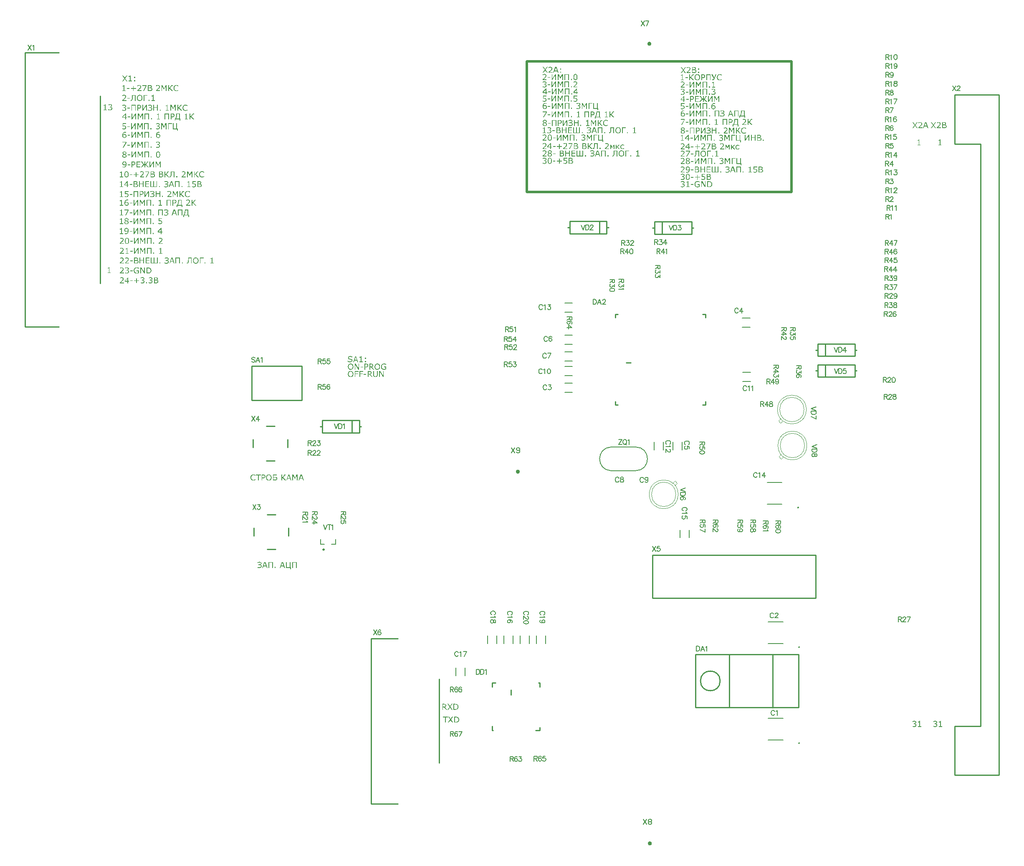
<source format=gto>
G04*
G04 #@! TF.GenerationSoftware,Altium Limited,Altium Designer,21.9.2 (33)*
G04*
G04 Layer_Color=65535*
%FSLAX44Y44*%
%MOMM*%
G71*
G04*
G04 #@! TF.SameCoordinates,B747FECD-FE5A-43CE-90B0-0D92A10A89A2*
G04*
G04*
G04 #@! TF.FilePolarity,Positive*
G04*
G01*
G75*
%ADD10C,0.2500*%
%ADD11C,0.3302*%
%ADD12C,0.2540*%
%ADD13C,0.1000*%
%ADD14C,0.2000*%
%ADD15C,0.4000*%
%ADD16C,0.5000*%
%ADD17C,0.1500*%
G36*
X731233Y992260D02*
X731511Y992242D01*
X731826Y992223D01*
X732159Y992168D01*
X732548Y992112D01*
X732937Y992019D01*
X732955D01*
X732992Y992001D01*
X733048D01*
X733122Y991982D01*
X733233Y991945D01*
X733344Y991908D01*
X733622Y991834D01*
X733974Y991705D01*
X734362Y991575D01*
X734788Y991390D01*
X735251Y991186D01*
Y989316D01*
X735085D01*
X735048Y989353D01*
X734992Y989390D01*
X734918Y989446D01*
X734807Y989520D01*
X734677Y989594D01*
X734529Y989686D01*
X734362Y989797D01*
X734344Y989816D01*
X734288Y989853D01*
X734196Y989909D01*
X734066Y989983D01*
X733936Y990075D01*
X733770Y990149D01*
X733437Y990334D01*
X733418Y990353D01*
X733344Y990371D01*
X733233Y990427D01*
X733066Y990483D01*
X732881Y990538D01*
X732677Y990612D01*
X732437Y990686D01*
X732178Y990742D01*
X732140D01*
X732048Y990760D01*
X731900Y990797D01*
X731714Y990834D01*
X731474Y990853D01*
X731215Y990890D01*
X730918Y990908D01*
X730400D01*
X730252Y990890D01*
X730085Y990871D01*
X729881Y990834D01*
X729659Y990797D01*
X729437Y990742D01*
X729178Y990686D01*
X728919Y990594D01*
X728659Y990483D01*
X728382Y990371D01*
X728122Y990205D01*
X727882Y990038D01*
X727622Y989835D01*
X727400Y989612D01*
X727382Y989594D01*
X727345Y989557D01*
X727289Y989483D01*
X727215Y989372D01*
X727122Y989242D01*
X727030Y989094D01*
X726919Y988909D01*
X726826Y988686D01*
X726715Y988446D01*
X726604Y988186D01*
X726511Y987909D01*
X726419Y987594D01*
X726345Y987261D01*
X726289Y986890D01*
X726252Y986520D01*
X726234Y986113D01*
Y986094D01*
Y986002D01*
Y985890D01*
X726252Y985724D01*
X726271Y985539D01*
X726308Y985298D01*
X726345Y985057D01*
X726382Y984779D01*
X726530Y984205D01*
X726622Y983909D01*
X726752Y983594D01*
X726882Y983298D01*
X727048Y983020D01*
X727234Y982743D01*
X727456Y982483D01*
X727474Y982465D01*
X727511Y982428D01*
X727585Y982372D01*
X727678Y982280D01*
X727807Y982187D01*
X727956Y982076D01*
X728122Y981965D01*
X728326Y981854D01*
X728548Y981724D01*
X728807Y981613D01*
X729067Y981502D01*
X729363Y981409D01*
X729696Y981317D01*
X730030Y981261D01*
X730381Y981224D01*
X730770Y981206D01*
X731048D01*
X731252Y981224D01*
X731492Y981243D01*
X731752Y981261D01*
X732307Y981354D01*
X732344D01*
X732437Y981372D01*
X732585Y981409D01*
X732770Y981465D01*
X732992Y981520D01*
X733214Y981576D01*
X733677Y981743D01*
Y984687D01*
X730474D01*
Y986094D01*
X735251D01*
Y980947D01*
X735233D01*
X735214Y980928D01*
X735159Y980910D01*
X735085Y980872D01*
X734881Y980780D01*
X734622Y980687D01*
X734288Y980558D01*
X733936Y980428D01*
X733529Y980298D01*
X733103Y980169D01*
X733085D01*
X733048Y980150D01*
X732992Y980132D01*
X732900Y980113D01*
X732807Y980095D01*
X732677Y980058D01*
X732381Y980002D01*
X732048Y979947D01*
X731659Y979891D01*
X731270Y979854D01*
X730863Y979836D01*
X730622D01*
X730492Y979854D01*
X730363D01*
X730011Y979891D01*
X729622Y979928D01*
X729178Y979984D01*
X728733Y980076D01*
X728289Y980206D01*
X728270D01*
X728233Y980224D01*
X728178Y980243D01*
X728104Y980280D01*
X727882Y980372D01*
X727604Y980502D01*
X727289Y980669D01*
X726956Y980854D01*
X726622Y981095D01*
X726308Y981372D01*
Y981391D01*
X726271Y981409D01*
X726178Y981520D01*
X726030Y981687D01*
X725845Y981909D01*
X725623Y982187D01*
X725419Y982520D01*
X725215Y982891D01*
X725030Y983317D01*
Y983335D01*
X725012Y983372D01*
X724993Y983428D01*
X724956Y983520D01*
X724919Y983631D01*
X724882Y983780D01*
X724845Y983928D01*
X724808Y984113D01*
X724734Y984520D01*
X724660Y984983D01*
X724604Y985502D01*
X724586Y986076D01*
Y986113D01*
Y986205D01*
X724604Y986353D01*
Y986557D01*
X724641Y986798D01*
X724678Y987076D01*
X724734Y987390D01*
X724789Y987724D01*
X724882Y988075D01*
X724993Y988446D01*
X725123Y988816D01*
X725289Y989205D01*
X725474Y989575D01*
X725697Y989946D01*
X725956Y990279D01*
X726252Y990612D01*
X726271Y990631D01*
X726326Y990686D01*
X726419Y990760D01*
X726567Y990871D01*
X726734Y991001D01*
X726937Y991149D01*
X727178Y991297D01*
X727456Y991445D01*
X727770Y991593D01*
X728122Y991760D01*
X728493Y991890D01*
X728900Y992019D01*
X729344Y992131D01*
X729826Y992205D01*
X730326Y992260D01*
X730863Y992279D01*
X731048D01*
X731233Y992260D01*
D02*
G37*
G36*
X688089Y984594D02*
X683071D01*
Y986039D01*
X688089D01*
Y984594D01*
D02*
G37*
G36*
X680275Y980076D02*
X678294D01*
X672628Y990760D01*
Y980076D01*
X671147D01*
Y992038D01*
X673609D01*
X678794Y982261D01*
Y992038D01*
X680275D01*
Y980076D01*
D02*
G37*
G36*
X704847Y992019D02*
X705125Y992001D01*
X705421Y991982D01*
X705736Y991945D01*
X706013Y991890D01*
X706050D01*
X706143Y991853D01*
X706273Y991816D01*
X706458Y991779D01*
X706662Y991705D01*
X706884Y991612D01*
X707106Y991519D01*
X707328Y991390D01*
X707365Y991371D01*
X707439Y991316D01*
X707550Y991223D01*
X707699Y991112D01*
X707865Y990964D01*
X708032Y990779D01*
X708198Y990575D01*
X708347Y990353D01*
X708365Y990316D01*
X708402Y990242D01*
X708458Y990112D01*
X708532Y989927D01*
X708606Y989686D01*
X708661Y989427D01*
X708698Y989112D01*
X708717Y988779D01*
Y988761D01*
Y988724D01*
Y988649D01*
X708698Y988557D01*
Y988446D01*
X708680Y988316D01*
X708643Y988020D01*
X708550Y987686D01*
X708439Y987316D01*
X708272Y986964D01*
X708050Y986613D01*
Y986594D01*
X708013Y986575D01*
X707939Y986464D01*
X707791Y986316D01*
X707587Y986131D01*
X707328Y985909D01*
X707013Y985687D01*
X706662Y985483D01*
X706254Y985298D01*
X710772Y980076D01*
X708698D01*
X704680Y984835D01*
X702458D01*
Y980076D01*
X700866D01*
Y992038D01*
X704588D01*
X704847Y992019D01*
D02*
G37*
G36*
X694811D02*
X695089Y992001D01*
X695404Y991964D01*
X695700Y991908D01*
X695996Y991853D01*
X696033D01*
X696126Y991816D01*
X696274Y991779D01*
X696440Y991705D01*
X696663Y991631D01*
X696885Y991538D01*
X697107Y991408D01*
X697329Y991279D01*
X697366Y991260D01*
X697440Y991205D01*
X697570Y991094D01*
X697718Y990964D01*
X697885Y990797D01*
X698070Y990594D01*
X698236Y990371D01*
X698385Y990131D01*
X698403Y990094D01*
X698440Y990020D01*
X698514Y989872D01*
X698588Y989668D01*
X698644Y989427D01*
X698718Y989131D01*
X698755Y988779D01*
X698773Y988409D01*
Y988372D01*
Y988279D01*
X698755Y988112D01*
X698736Y987927D01*
X698699Y987705D01*
X698662Y987446D01*
X698588Y987187D01*
X698496Y986927D01*
X698477Y986890D01*
X698440Y986816D01*
X698385Y986687D01*
X698292Y986538D01*
X698181Y986353D01*
X698051Y986150D01*
X697903Y985946D01*
X697718Y985761D01*
X697681Y985742D01*
X697607Y985668D01*
X697477Y985557D01*
X697292Y985409D01*
X697088Y985261D01*
X696829Y985113D01*
X696552Y984965D01*
X696237Y984835D01*
X696200Y984817D01*
X696089Y984798D01*
X695903Y984742D01*
X695663Y984687D01*
X695348Y984631D01*
X694996Y984594D01*
X694570Y984557D01*
X694107Y984539D01*
X692533D01*
Y980076D01*
X690941D01*
Y992038D01*
X694552D01*
X694811Y992019D01*
D02*
G37*
G36*
X717512Y992260D02*
X717642D01*
X717938Y992223D01*
X718308Y992168D01*
X718679Y992094D01*
X719086Y992001D01*
X719475Y991853D01*
X719494D01*
X719531Y991834D01*
X719568Y991816D01*
X719642Y991779D01*
X719845Y991686D01*
X720086Y991538D01*
X720364Y991371D01*
X720660Y991168D01*
X720956Y990927D01*
X721234Y990649D01*
X721271Y990612D01*
X721345Y990501D01*
X721475Y990334D01*
X721641Y990112D01*
X721827Y989816D01*
X722012Y989483D01*
X722178Y989112D01*
X722345Y988686D01*
Y988668D01*
X722364Y988631D01*
X722382Y988575D01*
X722401Y988483D01*
X722438Y988372D01*
X722475Y988242D01*
X722512Y988094D01*
X722549Y987927D01*
X722623Y987520D01*
X722697Y987076D01*
X722734Y986575D01*
X722753Y986039D01*
Y986020D01*
Y985983D01*
Y985890D01*
Y985798D01*
X722734Y985668D01*
Y985520D01*
X722716Y985353D01*
X722697Y985168D01*
X722660Y984742D01*
X722586Y984298D01*
X722475Y983854D01*
X722345Y983391D01*
Y983372D01*
X722327Y983335D01*
X722308Y983280D01*
X722271Y983205D01*
X722178Y982983D01*
X722049Y982706D01*
X721901Y982409D01*
X721697Y982076D01*
X721493Y981761D01*
X721234Y981446D01*
X721197Y981409D01*
X721105Y981317D01*
X720938Y981169D01*
X720734Y981002D01*
X720475Y980798D01*
X720179Y980595D01*
X719845Y980409D01*
X719475Y980243D01*
X719456D01*
X719438Y980224D01*
X719382Y980206D01*
X719308Y980187D01*
X719197Y980150D01*
X719086Y980113D01*
X718809Y980039D01*
X718475Y979965D01*
X718086Y979891D01*
X717642Y979854D01*
X717179Y979836D01*
X716975D01*
X716864Y979854D01*
X716735D01*
X716420Y979891D01*
X716068Y979928D01*
X715679Y980002D01*
X715272Y980113D01*
X714883Y980243D01*
X714864D01*
X714846Y980261D01*
X714790Y980280D01*
X714716Y980317D01*
X714513Y980428D01*
X714272Y980558D01*
X713994Y980724D01*
X713698Y980928D01*
X713402Y981169D01*
X713124Y981446D01*
Y981465D01*
X713087Y981484D01*
X713013Y981595D01*
X712883Y981761D01*
X712717Y981983D01*
X712531Y982280D01*
X712346Y982595D01*
X712179Y982983D01*
X712013Y983391D01*
Y983409D01*
X711994Y983446D01*
X711976Y983502D01*
X711957Y983594D01*
X711920Y983706D01*
X711883Y983835D01*
X711846Y983983D01*
X711828Y984168D01*
X711754Y984557D01*
X711680Y985002D01*
X711643Y985502D01*
X711624Y986039D01*
Y986057D01*
Y986113D01*
Y986187D01*
Y986279D01*
X711643Y986409D01*
Y986557D01*
X711661Y986724D01*
X711680Y986909D01*
X711717Y987316D01*
X711772Y987761D01*
X711865Y988205D01*
X711994Y988649D01*
Y988668D01*
X712013Y988705D01*
X712031Y988761D01*
X712068Y988853D01*
X712105Y988946D01*
X712161Y989057D01*
X712291Y989334D01*
X712439Y989649D01*
X712642Y989983D01*
X712865Y990316D01*
X713124Y990649D01*
X713161Y990686D01*
X713253Y990779D01*
X713402Y990927D01*
X713605Y991094D01*
X713865Y991279D01*
X714161Y991482D01*
X714513Y991686D01*
X714883Y991853D01*
X714902D01*
X714939Y991871D01*
X714994Y991890D01*
X715068Y991927D01*
X715161Y991945D01*
X715290Y991982D01*
X715568Y992075D01*
X715901Y992149D01*
X716290Y992205D01*
X716716Y992260D01*
X717179Y992279D01*
X717401D01*
X717512Y992260D01*
D02*
G37*
G36*
X663388D02*
X663518D01*
X663814Y992223D01*
X664184Y992168D01*
X664555Y992094D01*
X664962Y992001D01*
X665351Y991853D01*
X665370D01*
X665407Y991834D01*
X665444Y991816D01*
X665518Y991779D01*
X665721Y991686D01*
X665962Y991538D01*
X666240Y991371D01*
X666536Y991168D01*
X666832Y990927D01*
X667110Y990649D01*
X667147Y990612D01*
X667221Y990501D01*
X667351Y990334D01*
X667517Y990112D01*
X667703Y989816D01*
X667888Y989483D01*
X668055Y989112D01*
X668221Y988686D01*
Y988668D01*
X668240Y988631D01*
X668258Y988575D01*
X668277Y988483D01*
X668314Y988372D01*
X668351Y988242D01*
X668388Y988094D01*
X668425Y987927D01*
X668499Y987520D01*
X668573Y987076D01*
X668610Y986575D01*
X668628Y986039D01*
Y986020D01*
Y985983D01*
Y985890D01*
Y985798D01*
X668610Y985668D01*
Y985520D01*
X668591Y985353D01*
X668573Y985168D01*
X668536Y984742D01*
X668462Y984298D01*
X668351Y983854D01*
X668221Y983391D01*
Y983372D01*
X668203Y983335D01*
X668184Y983280D01*
X668147Y983205D01*
X668055Y982983D01*
X667925Y982706D01*
X667777Y982409D01*
X667573Y982076D01*
X667369Y981761D01*
X667110Y981446D01*
X667073Y981409D01*
X666981Y981317D01*
X666814Y981169D01*
X666610Y981002D01*
X666351Y980798D01*
X666055Y980595D01*
X665721Y980409D01*
X665351Y980243D01*
X665332D01*
X665314Y980224D01*
X665258Y980206D01*
X665184Y980187D01*
X665073Y980150D01*
X664962Y980113D01*
X664684Y980039D01*
X664351Y979965D01*
X663962Y979891D01*
X663518Y979854D01*
X663055Y979836D01*
X662851D01*
X662740Y979854D01*
X662611D01*
X662296Y979891D01*
X661944Y979928D01*
X661555Y980002D01*
X661148Y980113D01*
X660759Y980243D01*
X660740D01*
X660722Y980261D01*
X660666Y980280D01*
X660592Y980317D01*
X660389Y980428D01*
X660148Y980558D01*
X659870Y980724D01*
X659574Y980928D01*
X659278Y981169D01*
X659000Y981446D01*
Y981465D01*
X658963Y981484D01*
X658889Y981595D01*
X658759Y981761D01*
X658593Y981983D01*
X658407Y982280D01*
X658222Y982595D01*
X658055Y982983D01*
X657889Y983391D01*
Y983409D01*
X657870Y983446D01*
X657852Y983502D01*
X657833Y983594D01*
X657796Y983706D01*
X657759Y983835D01*
X657722Y983983D01*
X657704Y984168D01*
X657630Y984557D01*
X657556Y985002D01*
X657518Y985502D01*
X657500Y986039D01*
Y986057D01*
Y986113D01*
Y986187D01*
Y986279D01*
X657518Y986409D01*
Y986557D01*
X657537Y986724D01*
X657556Y986909D01*
X657593Y987316D01*
X657648Y987761D01*
X657741Y988205D01*
X657870Y988649D01*
Y988668D01*
X657889Y988705D01*
X657907Y988761D01*
X657944Y988853D01*
X657981Y988946D01*
X658037Y989057D01*
X658167Y989334D01*
X658315Y989649D01*
X658518Y989983D01*
X658741Y990316D01*
X659000Y990649D01*
X659037Y990686D01*
X659129Y990779D01*
X659278Y990927D01*
X659481Y991094D01*
X659741Y991279D01*
X660037Y991482D01*
X660389Y991686D01*
X660759Y991853D01*
X660777D01*
X660815Y991871D01*
X660870Y991890D01*
X660944Y991927D01*
X661037Y991945D01*
X661166Y991982D01*
X661444Y992075D01*
X661777Y992149D01*
X662166Y992205D01*
X662592Y992260D01*
X663055Y992279D01*
X663277D01*
X663388Y992260D01*
D02*
G37*
G36*
X694700Y969759D02*
X689682D01*
Y971203D01*
X694700D01*
Y969759D01*
D02*
G37*
G36*
X730178Y965241D02*
X728196D01*
X722530Y975925D01*
Y965241D01*
X721049D01*
Y977202D01*
X723512D01*
X728696Y967426D01*
Y977202D01*
X730178D01*
Y965241D01*
D02*
G37*
G36*
X718012Y970036D02*
Y970018D01*
Y969981D01*
Y969907D01*
Y969814D01*
Y969703D01*
X717994Y969574D01*
X717975Y969259D01*
X717938Y968907D01*
X717883Y968537D01*
X717809Y968148D01*
X717716Y967759D01*
Y967740D01*
X717698Y967722D01*
X717679Y967666D01*
X717660Y967592D01*
X717586Y967426D01*
X717494Y967204D01*
X717364Y966944D01*
X717197Y966685D01*
X717012Y966407D01*
X716772Y966167D01*
X716753Y966148D01*
X716661Y966074D01*
X716531Y965963D01*
X716364Y965833D01*
X716142Y965685D01*
X715901Y965537D01*
X715624Y965389D01*
X715327Y965278D01*
X715290Y965259D01*
X715179Y965241D01*
X715013Y965185D01*
X714772Y965148D01*
X714494Y965093D01*
X714161Y965037D01*
X713791Y965018D01*
X713402Y965000D01*
X713216D01*
X712994Y965018D01*
X712735Y965037D01*
X712420Y965074D01*
X712087Y965130D01*
X711754Y965204D01*
X711420Y965296D01*
X711383Y965315D01*
X711291Y965352D01*
X711124Y965426D01*
X710939Y965518D01*
X710717Y965648D01*
X710476Y965796D01*
X710254Y965963D01*
X710032Y966167D01*
X709995Y966204D01*
X709921Y966278D01*
X709809Y966426D01*
X709661Y966611D01*
X709513Y966833D01*
X709346Y967111D01*
X709217Y967407D01*
X709087Y967740D01*
Y967759D01*
X709069Y967777D01*
Y967833D01*
X709050Y967907D01*
X709032Y968000D01*
X708995Y968111D01*
X708958Y968389D01*
X708902Y968722D01*
X708847Y969111D01*
X708828Y969555D01*
X708810Y970036D01*
Y977202D01*
X710402D01*
Y969962D01*
Y969944D01*
Y969925D01*
Y969870D01*
Y969796D01*
Y969629D01*
X710420Y969407D01*
X710439Y969166D01*
X710458Y968907D01*
X710495Y968648D01*
X710531Y968426D01*
Y968407D01*
X710550Y968333D01*
X710587Y968222D01*
X710643Y968092D01*
X710698Y967926D01*
X710772Y967759D01*
X710976Y967407D01*
X710994Y967389D01*
X711050Y967315D01*
X711124Y967222D01*
X711235Y967111D01*
X711365Y966981D01*
X711531Y966870D01*
X711717Y966741D01*
X711939Y966629D01*
X711976Y966611D01*
X712050Y966592D01*
X712179Y966555D01*
X712346Y966500D01*
X712568Y966444D01*
X712809Y966407D01*
X713087Y966389D01*
X713402Y966370D01*
X713550D01*
X713698Y966389D01*
X713902Y966407D01*
X714142Y966426D01*
X714383Y966481D01*
X714624Y966537D01*
X714864Y966629D01*
X714883Y966648D01*
X714957Y966685D01*
X715068Y966741D01*
X715216Y966833D01*
X715364Y966926D01*
X715531Y967074D01*
X715679Y967222D01*
X715827Y967407D01*
X715846Y967426D01*
X715883Y967481D01*
X715938Y967592D01*
X715994Y967722D01*
X716068Y967870D01*
X716142Y968055D01*
X716216Y968240D01*
X716272Y968463D01*
Y968481D01*
X716290Y968574D01*
X716327Y968703D01*
X716346Y968870D01*
X716383Y969074D01*
X716401Y969333D01*
X716420Y969611D01*
Y969925D01*
Y977202D01*
X718012D01*
Y970036D01*
D02*
G37*
G36*
X701533Y977184D02*
X701810Y977165D01*
X702106Y977147D01*
X702421Y977110D01*
X702699Y977054D01*
X702736D01*
X702829Y977017D01*
X702958Y976980D01*
X703143Y976943D01*
X703347Y976869D01*
X703569Y976777D01*
X703792Y976684D01*
X704014Y976554D01*
X704051Y976536D01*
X704125Y976480D01*
X704236Y976388D01*
X704384Y976277D01*
X704551Y976128D01*
X704717Y975943D01*
X704884Y975740D01*
X705032Y975517D01*
X705051Y975480D01*
X705088Y975406D01*
X705143Y975277D01*
X705217Y975091D01*
X705291Y974851D01*
X705347Y974592D01*
X705384Y974277D01*
X705402Y973943D01*
Y973925D01*
Y973888D01*
Y973814D01*
X705384Y973721D01*
Y973610D01*
X705365Y973481D01*
X705328Y973184D01*
X705236Y972851D01*
X705125Y972481D01*
X704958Y972129D01*
X704736Y971777D01*
Y971759D01*
X704699Y971740D01*
X704625Y971629D01*
X704477Y971481D01*
X704273Y971296D01*
X704014Y971073D01*
X703699Y970851D01*
X703347Y970648D01*
X702940Y970462D01*
X707458Y965241D01*
X705384D01*
X701366Y969999D01*
X699144D01*
Y965241D01*
X697551D01*
Y977202D01*
X701273D01*
X701533Y977184D01*
D02*
G37*
G36*
X688256Y975795D02*
X682201D01*
Y972407D01*
X687404D01*
Y970999D01*
X682201D01*
Y965241D01*
X680609D01*
Y977202D01*
X688256D01*
Y975795D01*
D02*
G37*
G36*
X678794D02*
X672739D01*
Y972407D01*
X677942D01*
Y970999D01*
X672739D01*
Y965241D01*
X671147D01*
Y977202D01*
X678794D01*
Y975795D01*
D02*
G37*
G36*
X663388Y977425D02*
X663518D01*
X663814Y977388D01*
X664184Y977332D01*
X664555Y977258D01*
X664962Y977165D01*
X665351Y977017D01*
X665370D01*
X665407Y976999D01*
X665444Y976980D01*
X665518Y976943D01*
X665721Y976851D01*
X665962Y976702D01*
X666240Y976536D01*
X666536Y976332D01*
X666832Y976091D01*
X667110Y975814D01*
X667147Y975777D01*
X667221Y975666D01*
X667351Y975499D01*
X667517Y975277D01*
X667703Y974980D01*
X667888Y974647D01*
X668055Y974277D01*
X668221Y973851D01*
Y973832D01*
X668240Y973795D01*
X668258Y973740D01*
X668277Y973647D01*
X668314Y973536D01*
X668351Y973407D01*
X668388Y973258D01*
X668425Y973092D01*
X668499Y972684D01*
X668573Y972240D01*
X668610Y971740D01*
X668628Y971203D01*
Y971184D01*
Y971148D01*
Y971055D01*
Y970962D01*
X668610Y970833D01*
Y970685D01*
X668591Y970518D01*
X668573Y970333D01*
X668536Y969907D01*
X668462Y969463D01*
X668351Y969018D01*
X668221Y968555D01*
Y968537D01*
X668203Y968500D01*
X668184Y968444D01*
X668147Y968370D01*
X668055Y968148D01*
X667925Y967870D01*
X667777Y967574D01*
X667573Y967241D01*
X667369Y966926D01*
X667110Y966611D01*
X667073Y966574D01*
X666981Y966481D01*
X666814Y966333D01*
X666610Y966167D01*
X666351Y965963D01*
X666055Y965759D01*
X665721Y965574D01*
X665351Y965407D01*
X665332D01*
X665314Y965389D01*
X665258Y965370D01*
X665184Y965352D01*
X665073Y965315D01*
X664962Y965278D01*
X664684Y965204D01*
X664351Y965130D01*
X663962Y965056D01*
X663518Y965018D01*
X663055Y965000D01*
X662851D01*
X662740Y965018D01*
X662611D01*
X662296Y965056D01*
X661944Y965093D01*
X661555Y965167D01*
X661148Y965278D01*
X660759Y965407D01*
X660740D01*
X660722Y965426D01*
X660666Y965444D01*
X660592Y965481D01*
X660389Y965592D01*
X660148Y965722D01*
X659870Y965889D01*
X659574Y966093D01*
X659278Y966333D01*
X659000Y966611D01*
Y966629D01*
X658963Y966648D01*
X658889Y966759D01*
X658759Y966926D01*
X658593Y967148D01*
X658407Y967444D01*
X658222Y967759D01*
X658055Y968148D01*
X657889Y968555D01*
Y968574D01*
X657870Y968611D01*
X657852Y968666D01*
X657833Y968759D01*
X657796Y968870D01*
X657759Y969000D01*
X657722Y969148D01*
X657704Y969333D01*
X657630Y969722D01*
X657556Y970166D01*
X657518Y970666D01*
X657500Y971203D01*
Y971222D01*
Y971277D01*
Y971351D01*
Y971444D01*
X657518Y971573D01*
Y971721D01*
X657537Y971888D01*
X657556Y972073D01*
X657593Y972481D01*
X657648Y972925D01*
X657741Y973370D01*
X657870Y973814D01*
Y973832D01*
X657889Y973869D01*
X657907Y973925D01*
X657944Y974018D01*
X657981Y974110D01*
X658037Y974221D01*
X658167Y974499D01*
X658315Y974814D01*
X658518Y975147D01*
X658741Y975480D01*
X659000Y975814D01*
X659037Y975851D01*
X659129Y975943D01*
X659278Y976091D01*
X659481Y976258D01*
X659741Y976443D01*
X660037Y976647D01*
X660389Y976851D01*
X660759Y977017D01*
X660777D01*
X660815Y977036D01*
X660870Y977054D01*
X660944Y977091D01*
X661037Y977110D01*
X661166Y977147D01*
X661444Y977240D01*
X661777Y977314D01*
X662166Y977369D01*
X662592Y977425D01*
X663055Y977443D01*
X663277D01*
X663388Y977425D01*
D02*
G37*
G36*
X1338536Y1587772D02*
X1342666Y1581735D01*
X1340814D01*
X1337555Y1586642D01*
X1334222Y1581735D01*
X1332500D01*
X1336648Y1587698D01*
X1332593Y1593697D01*
X1334426D01*
X1337629Y1588827D01*
X1340925Y1593697D01*
X1342666D01*
X1338536Y1587772D01*
D02*
G37*
G36*
X1369663Y1588420D02*
X1367737D01*
Y1590716D01*
X1369663D01*
Y1588420D01*
D02*
G37*
G36*
Y1581735D02*
X1367737D01*
Y1584031D01*
X1369663D01*
Y1581735D01*
D02*
G37*
G36*
X1359553Y1593678D02*
X1359868D01*
X1360201Y1593660D01*
X1360497Y1593623D01*
X1360775Y1593586D01*
X1360812D01*
X1360886Y1593567D01*
X1361016Y1593549D01*
X1361182Y1593512D01*
X1361367Y1593456D01*
X1361590Y1593382D01*
X1361812Y1593308D01*
X1362034Y1593197D01*
X1362071Y1593179D01*
X1362145Y1593141D01*
X1362256Y1593049D01*
X1362404Y1592956D01*
X1362552Y1592827D01*
X1362701Y1592660D01*
X1362849Y1592493D01*
X1362978Y1592290D01*
X1362997Y1592271D01*
X1363034Y1592197D01*
X1363071Y1592086D01*
X1363145Y1591938D01*
X1363201Y1591734D01*
X1363238Y1591531D01*
X1363275Y1591271D01*
X1363293Y1591012D01*
Y1590975D01*
Y1590864D01*
X1363275Y1590716D01*
X1363238Y1590512D01*
X1363182Y1590290D01*
X1363108Y1590031D01*
X1362997Y1589790D01*
X1362849Y1589549D01*
X1362830Y1589531D01*
X1362775Y1589457D01*
X1362682Y1589346D01*
X1362552Y1589216D01*
X1362386Y1589049D01*
X1362182Y1588901D01*
X1361960Y1588735D01*
X1361701Y1588586D01*
Y1588531D01*
X1361719D01*
X1361756Y1588512D01*
X1361812Y1588494D01*
X1361904Y1588475D01*
X1362127Y1588401D01*
X1362386Y1588309D01*
X1362701Y1588161D01*
X1363015Y1587975D01*
X1363330Y1587735D01*
X1363608Y1587457D01*
X1363645Y1587420D01*
X1363719Y1587309D01*
X1363830Y1587142D01*
X1363960Y1586901D01*
X1364089Y1586605D01*
X1364200Y1586253D01*
X1364274Y1585846D01*
X1364312Y1585402D01*
Y1585383D01*
Y1585365D01*
Y1585253D01*
X1364293Y1585087D01*
X1364274Y1584865D01*
X1364219Y1584624D01*
X1364163Y1584365D01*
X1364071Y1584087D01*
X1363960Y1583828D01*
X1363941Y1583791D01*
X1363904Y1583717D01*
X1363830Y1583587D01*
X1363719Y1583439D01*
X1363589Y1583254D01*
X1363441Y1583069D01*
X1363256Y1582883D01*
X1363052Y1582698D01*
X1363015Y1582680D01*
X1362941Y1582606D01*
X1362793Y1582531D01*
X1362626Y1582420D01*
X1362404Y1582291D01*
X1362145Y1582161D01*
X1361867Y1582050D01*
X1361571Y1581958D01*
X1361534D01*
X1361423Y1581920D01*
X1361256Y1581884D01*
X1361016Y1581846D01*
X1360719Y1581809D01*
X1360367Y1581772D01*
X1359960Y1581754D01*
X1359516Y1581735D01*
X1355294D01*
Y1593697D01*
X1359275D01*
X1359553Y1593678D01*
D02*
G37*
G36*
X1348461Y1593919D02*
X1348628D01*
X1348795Y1593901D01*
X1348998Y1593864D01*
X1349220Y1593827D01*
X1349665Y1593716D01*
X1350146Y1593567D01*
X1350609Y1593345D01*
X1350831Y1593197D01*
X1351035Y1593049D01*
X1351054Y1593030D01*
X1351072Y1593012D01*
X1351128Y1592956D01*
X1351202Y1592882D01*
X1351276Y1592790D01*
X1351368Y1592697D01*
X1351461Y1592567D01*
X1351572Y1592419D01*
X1351757Y1592068D01*
X1351924Y1591660D01*
X1351998Y1591420D01*
X1352054Y1591179D01*
X1352072Y1590920D01*
X1352091Y1590642D01*
Y1590605D01*
Y1590531D01*
Y1590401D01*
X1352072Y1590234D01*
X1352054Y1590031D01*
X1352016Y1589809D01*
X1351905Y1589364D01*
Y1589346D01*
X1351868Y1589272D01*
X1351831Y1589160D01*
X1351776Y1589012D01*
X1351702Y1588846D01*
X1351628Y1588660D01*
X1351405Y1588253D01*
X1351387Y1588235D01*
X1351350Y1588161D01*
X1351276Y1588068D01*
X1351202Y1587938D01*
X1351091Y1587790D01*
X1350961Y1587624D01*
X1350665Y1587272D01*
X1350646Y1587253D01*
X1350591Y1587179D01*
X1350498Y1587087D01*
X1350387Y1586957D01*
X1350220Y1586809D01*
X1350054Y1586624D01*
X1349869Y1586420D01*
X1349646Y1586216D01*
X1349609Y1586179D01*
X1349498Y1586068D01*
X1349332Y1585902D01*
X1349109Y1585698D01*
X1348832Y1585439D01*
X1348535Y1585161D01*
X1348221Y1584865D01*
X1347869Y1584568D01*
X1347850D01*
X1347832Y1584531D01*
X1347721Y1584439D01*
X1347536Y1584291D01*
X1347313Y1584105D01*
X1347054Y1583883D01*
X1346776Y1583624D01*
X1346165Y1583124D01*
X1352590D01*
Y1581735D01*
X1344517D01*
Y1583420D01*
X1344536D01*
X1344554Y1583457D01*
X1344665Y1583550D01*
X1344832Y1583680D01*
X1345036Y1583865D01*
X1345295Y1584087D01*
X1345573Y1584328D01*
X1345869Y1584587D01*
X1346184Y1584865D01*
X1346202D01*
X1346221Y1584902D01*
X1346332Y1584994D01*
X1346499Y1585124D01*
X1346702Y1585309D01*
X1346943Y1585531D01*
X1347221Y1585772D01*
X1347776Y1586290D01*
X1347795Y1586309D01*
X1347850Y1586364D01*
X1347924Y1586438D01*
X1348017Y1586531D01*
X1348147Y1586661D01*
X1348295Y1586809D01*
X1348609Y1587142D01*
X1348961Y1587531D01*
X1349313Y1587920D01*
X1349628Y1588309D01*
X1349776Y1588494D01*
X1349887Y1588660D01*
Y1588679D01*
X1349906Y1588698D01*
X1349943Y1588753D01*
X1349980Y1588809D01*
X1350072Y1588994D01*
X1350183Y1589234D01*
X1350276Y1589512D01*
X1350368Y1589846D01*
X1350443Y1590197D01*
X1350461Y1590568D01*
Y1590586D01*
Y1590605D01*
Y1590716D01*
X1350424Y1590883D01*
X1350387Y1591105D01*
X1350313Y1591327D01*
X1350202Y1591568D01*
X1350035Y1591808D01*
X1349832Y1592012D01*
X1349794Y1592030D01*
X1349720Y1592105D01*
X1349572Y1592179D01*
X1349387Y1592290D01*
X1349146Y1592382D01*
X1348850Y1592475D01*
X1348517Y1592531D01*
X1348128Y1592549D01*
X1347998D01*
X1347850Y1592531D01*
X1347647Y1592512D01*
X1347406Y1592475D01*
X1347147Y1592438D01*
X1346850Y1592364D01*
X1346536Y1592271D01*
X1346499Y1592253D01*
X1346387Y1592216D01*
X1346221Y1592160D01*
X1346017Y1592086D01*
X1345776Y1591975D01*
X1345499Y1591827D01*
X1345184Y1591679D01*
X1344888Y1591494D01*
X1344814D01*
Y1593179D01*
X1344832Y1593197D01*
X1344925Y1593234D01*
X1345036Y1593271D01*
X1345202Y1593345D01*
X1345425Y1593419D01*
X1345684Y1593512D01*
X1345980Y1593604D01*
X1346313Y1593697D01*
X1346332D01*
X1346350Y1593716D01*
X1346406D01*
X1346480Y1593734D01*
X1346665Y1593771D01*
X1346906Y1593827D01*
X1347184Y1593864D01*
X1347498Y1593901D01*
X1347832Y1593919D01*
X1348165Y1593938D01*
X1348350D01*
X1348461Y1593919D01*
D02*
G37*
G36*
X1412140Y1579324D02*
X1412399Y1579306D01*
X1412677Y1579287D01*
X1413010Y1579250D01*
X1413362Y1579176D01*
X1413714Y1579102D01*
X1413732D01*
X1413751Y1579084D01*
X1413806D01*
X1413880Y1579065D01*
X1414084Y1578991D01*
X1414343Y1578917D01*
X1414658Y1578806D01*
X1415029Y1578658D01*
X1415436Y1578491D01*
X1415862Y1578288D01*
Y1576399D01*
X1415732D01*
X1415714Y1576417D01*
X1415695Y1576436D01*
X1415639Y1576473D01*
X1415565Y1576528D01*
X1415362Y1576677D01*
X1415121Y1576862D01*
X1414825Y1577047D01*
X1414491Y1577251D01*
X1414140Y1577436D01*
X1413769Y1577584D01*
X1413751D01*
X1413732Y1577602D01*
X1413677Y1577621D01*
X1413603Y1577639D01*
X1413399Y1577713D01*
X1413140Y1577788D01*
X1412825Y1577843D01*
X1412473Y1577917D01*
X1412084Y1577954D01*
X1411677Y1577973D01*
X1411529D01*
X1411344Y1577954D01*
X1411140Y1577936D01*
X1410881Y1577899D01*
X1410603Y1577843D01*
X1410325Y1577769D01*
X1410047Y1577677D01*
X1410011Y1577658D01*
X1409918Y1577621D01*
X1409788Y1577547D01*
X1409622Y1577454D01*
X1409418Y1577325D01*
X1409196Y1577158D01*
X1408974Y1576973D01*
X1408751Y1576751D01*
X1408733Y1576732D01*
X1408659Y1576640D01*
X1408566Y1576510D01*
X1408437Y1576343D01*
X1408288Y1576121D01*
X1408159Y1575862D01*
X1408011Y1575566D01*
X1407881Y1575232D01*
Y1575214D01*
X1407863Y1575195D01*
Y1575140D01*
X1407844Y1575066D01*
X1407789Y1574881D01*
X1407733Y1574621D01*
X1407677Y1574306D01*
X1407640Y1573936D01*
X1407603Y1573547D01*
X1407585Y1573103D01*
Y1573084D01*
Y1573047D01*
Y1572973D01*
Y1572899D01*
X1407603Y1572788D01*
Y1572659D01*
X1407622Y1572362D01*
X1407659Y1572010D01*
X1407733Y1571659D01*
X1407807Y1571270D01*
X1407918Y1570918D01*
Y1570899D01*
X1407937Y1570881D01*
X1407974Y1570770D01*
X1408048Y1570603D01*
X1408159Y1570399D01*
X1408288Y1570159D01*
X1408437Y1569918D01*
X1408603Y1569677D01*
X1408807Y1569455D01*
X1408825Y1569437D01*
X1408900Y1569362D01*
X1409029Y1569251D01*
X1409177Y1569122D01*
X1409362Y1568974D01*
X1409585Y1568826D01*
X1409844Y1568677D01*
X1410103Y1568566D01*
X1410140Y1568548D01*
X1410233Y1568529D01*
X1410381Y1568474D01*
X1410585Y1568437D01*
X1410825Y1568381D01*
X1411103Y1568326D01*
X1411381Y1568307D01*
X1411696Y1568289D01*
X1411899D01*
X1411992Y1568307D01*
X1412103D01*
X1412399Y1568344D01*
X1412732Y1568381D01*
X1413084Y1568455D01*
X1413473Y1568548D01*
X1413843Y1568677D01*
X1413862D01*
X1413880Y1568696D01*
X1413936Y1568714D01*
X1414010Y1568752D01*
X1414214Y1568844D01*
X1414454Y1568974D01*
X1414751Y1569140D01*
X1415065Y1569344D01*
X1415399Y1569585D01*
X1415732Y1569863D01*
X1415862D01*
Y1567992D01*
X1415843D01*
X1415788Y1567955D01*
X1415695Y1567918D01*
X1415603Y1567881D01*
X1415325Y1567752D01*
X1415047Y1567622D01*
X1415029D01*
X1414991Y1567585D01*
X1414899Y1567566D01*
X1414806Y1567511D01*
X1414658Y1567455D01*
X1414510Y1567400D01*
X1414325Y1567344D01*
X1414121Y1567270D01*
X1414103D01*
X1414029Y1567252D01*
X1413936Y1567233D01*
X1413806Y1567196D01*
X1413640Y1567159D01*
X1413455Y1567122D01*
X1413047Y1567029D01*
X1413029D01*
X1412955Y1567011D01*
X1412825Y1566992D01*
X1412677Y1566974D01*
X1412492Y1566955D01*
X1412269Y1566937D01*
X1412047Y1566918D01*
X1411566D01*
X1411455Y1566937D01*
X1411325D01*
X1411010Y1566955D01*
X1410640Y1567011D01*
X1410251Y1567066D01*
X1409825Y1567159D01*
X1409418Y1567270D01*
X1409399D01*
X1409362Y1567289D01*
X1409307Y1567307D01*
X1409233Y1567344D01*
X1409048Y1567437D01*
X1408788Y1567548D01*
X1408511Y1567715D01*
X1408196Y1567918D01*
X1407881Y1568140D01*
X1407566Y1568418D01*
X1407529Y1568455D01*
X1407437Y1568566D01*
X1407307Y1568733D01*
X1407122Y1568955D01*
X1406937Y1569233D01*
X1406733Y1569566D01*
X1406529Y1569937D01*
X1406363Y1570362D01*
Y1570381D01*
X1406344Y1570418D01*
X1406326Y1570473D01*
X1406289Y1570566D01*
X1406270Y1570677D01*
X1406233Y1570825D01*
X1406196Y1570974D01*
X1406159Y1571159D01*
X1406066Y1571548D01*
X1406011Y1572010D01*
X1405955Y1572547D01*
X1405937Y1573103D01*
Y1573121D01*
Y1573177D01*
Y1573251D01*
Y1573362D01*
X1405955Y1573492D01*
Y1573640D01*
X1405974Y1573806D01*
X1405992Y1573992D01*
X1406029Y1574399D01*
X1406104Y1574843D01*
X1406215Y1575306D01*
X1406344Y1575751D01*
Y1575769D01*
X1406363Y1575806D01*
X1406381Y1575862D01*
X1406418Y1575954D01*
X1406529Y1576158D01*
X1406659Y1576436D01*
X1406826Y1576751D01*
X1407029Y1577084D01*
X1407270Y1577417D01*
X1407548Y1577732D01*
X1407585Y1577769D01*
X1407677Y1577862D01*
X1407844Y1577991D01*
X1408066Y1578176D01*
X1408326Y1578362D01*
X1408640Y1578565D01*
X1408992Y1578750D01*
X1409381Y1578917D01*
X1409399D01*
X1409436Y1578936D01*
X1409492Y1578954D01*
X1409566Y1578991D01*
X1409677Y1579010D01*
X1409788Y1579047D01*
X1410085Y1579139D01*
X1410455Y1579213D01*
X1410862Y1579269D01*
X1411307Y1579324D01*
X1411788Y1579343D01*
X1411955D01*
X1412140Y1579324D01*
D02*
G37*
G36*
X1358757Y1577695D02*
X1357905D01*
X1357775Y1577677D01*
X1357497Y1577658D01*
X1357349Y1577621D01*
X1357220Y1577584D01*
X1357201D01*
X1357164Y1577565D01*
X1357109Y1577528D01*
X1357034Y1577491D01*
X1356849Y1577380D01*
X1356664Y1577232D01*
X1356646D01*
X1356627Y1577195D01*
X1356516Y1577084D01*
X1356386Y1576917D01*
X1356257Y1576677D01*
Y1576658D01*
X1356220Y1576621D01*
X1356201Y1576547D01*
X1356146Y1576436D01*
X1356090Y1576325D01*
X1356035Y1576177D01*
X1355905Y1575843D01*
Y1575825D01*
X1355887Y1575806D01*
X1355868Y1575751D01*
X1355831Y1575677D01*
X1355738Y1575491D01*
X1355646Y1575251D01*
X1355498Y1574992D01*
X1355368Y1574751D01*
X1355201Y1574492D01*
X1355035Y1574288D01*
X1355016Y1574269D01*
X1354961Y1574214D01*
X1354868Y1574103D01*
X1354738Y1573992D01*
X1354572Y1573862D01*
X1354368Y1573714D01*
X1354146Y1573566D01*
X1353887Y1573418D01*
X1359442Y1567141D01*
X1357386D01*
X1352535Y1572584D01*
X1351461D01*
Y1567141D01*
X1349869D01*
Y1579102D01*
X1351461D01*
Y1573732D01*
X1351609D01*
X1351702Y1573751D01*
X1351961Y1573770D01*
X1352220Y1573806D01*
X1352239D01*
X1352276Y1573825D01*
X1352350Y1573844D01*
X1352442Y1573862D01*
X1352665Y1573955D01*
X1352905Y1574084D01*
X1352924D01*
X1352961Y1574121D01*
X1353016Y1574158D01*
X1353109Y1574214D01*
X1353313Y1574380D01*
X1353535Y1574603D01*
X1353553Y1574621D01*
X1353590Y1574658D01*
X1353646Y1574732D01*
X1353720Y1574825D01*
X1353813Y1574955D01*
X1353905Y1575103D01*
X1353998Y1575251D01*
X1354090Y1575436D01*
Y1575455D01*
X1354109Y1575473D01*
X1354164Y1575584D01*
X1354238Y1575769D01*
X1354331Y1575992D01*
Y1576010D01*
X1354350Y1576047D01*
X1354387Y1576121D01*
X1354424Y1576195D01*
X1354516Y1576417D01*
X1354627Y1576677D01*
Y1576695D01*
X1354646Y1576732D01*
X1354683Y1576806D01*
X1354720Y1576899D01*
X1354776Y1577010D01*
X1354850Y1577121D01*
X1354998Y1577417D01*
X1355183Y1577713D01*
X1355405Y1578028D01*
X1355664Y1578306D01*
X1355794Y1578436D01*
X1355923Y1578547D01*
X1355961Y1578565D01*
X1356072Y1578639D01*
X1356238Y1578732D01*
X1356479Y1578824D01*
X1356775Y1578936D01*
X1357164Y1579010D01*
X1357608Y1579084D01*
X1358109Y1579102D01*
X1358757D01*
Y1577695D01*
D02*
G37*
G36*
X1400400Y1569029D02*
X1400382Y1569011D01*
X1400345Y1568937D01*
X1400289Y1568807D01*
X1400215Y1568677D01*
X1400123Y1568511D01*
X1400011Y1568344D01*
X1399882Y1568177D01*
X1399752Y1568011D01*
X1399734Y1567992D01*
X1399697Y1567955D01*
X1399604Y1567881D01*
X1399512Y1567789D01*
X1399400Y1567696D01*
X1399252Y1567603D01*
X1398956Y1567418D01*
X1398938D01*
X1398882Y1567381D01*
X1398808Y1567344D01*
X1398697Y1567307D01*
X1398438Y1567215D01*
X1398141Y1567141D01*
X1398067D01*
X1397993Y1567122D01*
X1397901D01*
X1397660Y1567103D01*
X1397382Y1567085D01*
X1397160D01*
X1397049Y1567103D01*
X1396919D01*
X1396604Y1567122D01*
X1396456D01*
X1396364Y1567141D01*
X1396030D01*
Y1568640D01*
X1396160D01*
X1396234Y1568622D01*
X1396345Y1568603D01*
X1396530Y1568585D01*
X1396586D01*
X1396642Y1568566D01*
X1396716D01*
X1396938Y1568548D01*
X1397438D01*
X1397623Y1568566D01*
X1397678D01*
X1397734Y1568585D01*
X1397808D01*
X1397975Y1568622D01*
X1398141Y1568677D01*
X1398160D01*
X1398178Y1568696D01*
X1398308Y1568752D01*
X1398475Y1568844D01*
X1398660Y1568974D01*
X1398678Y1568992D01*
X1398697Y1569011D01*
X1398752Y1569066D01*
X1398808Y1569140D01*
X1398956Y1569326D01*
X1399086Y1569585D01*
X1399382Y1570233D01*
X1394938Y1579102D01*
X1396716D01*
X1400197Y1572047D01*
X1403326Y1579102D01*
X1404955D01*
X1400400Y1569029D01*
D02*
G37*
G36*
X1346980Y1571659D02*
X1341962D01*
Y1573103D01*
X1346980D01*
Y1571659D01*
D02*
G37*
G36*
X1393271Y1567141D02*
X1391679D01*
Y1577695D01*
X1385717D01*
Y1567141D01*
X1384124D01*
Y1579102D01*
X1393271D01*
Y1567141D01*
D02*
G37*
G36*
X1378069Y1579084D02*
X1378347Y1579065D01*
X1378662Y1579028D01*
X1378958Y1578973D01*
X1379254Y1578917D01*
X1379292D01*
X1379384Y1578880D01*
X1379532Y1578843D01*
X1379699Y1578769D01*
X1379921Y1578695D01*
X1380143Y1578602D01*
X1380365Y1578473D01*
X1380588Y1578343D01*
X1380625Y1578325D01*
X1380699Y1578269D01*
X1380828Y1578158D01*
X1380977Y1578028D01*
X1381143Y1577862D01*
X1381328Y1577658D01*
X1381495Y1577436D01*
X1381643Y1577195D01*
X1381662Y1577158D01*
X1381699Y1577084D01*
X1381773Y1576936D01*
X1381847Y1576732D01*
X1381902Y1576491D01*
X1381976Y1576195D01*
X1382013Y1575843D01*
X1382032Y1575473D01*
Y1575436D01*
Y1575343D01*
X1382013Y1575177D01*
X1381995Y1574992D01*
X1381958Y1574769D01*
X1381921Y1574510D01*
X1381847Y1574251D01*
X1381754Y1573992D01*
X1381736Y1573955D01*
X1381699Y1573881D01*
X1381643Y1573751D01*
X1381550Y1573603D01*
X1381439Y1573418D01*
X1381310Y1573214D01*
X1381162Y1573010D01*
X1380977Y1572825D01*
X1380939Y1572807D01*
X1380865Y1572733D01*
X1380736Y1572621D01*
X1380551Y1572473D01*
X1380347Y1572325D01*
X1380088Y1572177D01*
X1379810Y1572029D01*
X1379495Y1571899D01*
X1379458Y1571881D01*
X1379347Y1571862D01*
X1379162Y1571807D01*
X1378921Y1571751D01*
X1378606Y1571696D01*
X1378255Y1571659D01*
X1377829Y1571622D01*
X1377366Y1571603D01*
X1375792D01*
Y1567141D01*
X1374199D01*
Y1579102D01*
X1377810D01*
X1378069Y1579084D01*
D02*
G37*
G36*
X1336537Y1568363D02*
X1338981D01*
Y1567141D01*
X1332500D01*
Y1568363D01*
X1335000D01*
Y1576399D01*
X1332500D01*
Y1577491D01*
X1332685D01*
X1332815Y1577510D01*
X1332981D01*
X1333167Y1577528D01*
X1333574Y1577565D01*
X1333593D01*
X1333667Y1577584D01*
X1333778Y1577602D01*
X1333907Y1577639D01*
X1334203Y1577713D01*
X1334333Y1577751D01*
X1334463Y1577806D01*
X1334481Y1577825D01*
X1334518Y1577843D01*
X1334592Y1577880D01*
X1334666Y1577954D01*
X1334870Y1578102D01*
X1335037Y1578306D01*
X1335055Y1578325D01*
X1335074Y1578362D01*
X1335111Y1578436D01*
X1335148Y1578528D01*
X1335203Y1578658D01*
X1335240Y1578806D01*
X1335278Y1578973D01*
X1335296Y1579158D01*
X1336537D01*
Y1568363D01*
D02*
G37*
G36*
X1366441Y1579324D02*
X1366570D01*
X1366867Y1579287D01*
X1367237Y1579232D01*
X1367608Y1579158D01*
X1368015Y1579065D01*
X1368404Y1578917D01*
X1368422D01*
X1368459Y1578899D01*
X1368496Y1578880D01*
X1368570Y1578843D01*
X1368774Y1578750D01*
X1369015Y1578602D01*
X1369292Y1578436D01*
X1369589Y1578232D01*
X1369885Y1577991D01*
X1370163Y1577713D01*
X1370200Y1577677D01*
X1370274Y1577565D01*
X1370403Y1577399D01*
X1370570Y1577177D01*
X1370755Y1576880D01*
X1370941Y1576547D01*
X1371107Y1576177D01*
X1371274Y1575751D01*
Y1575732D01*
X1371292Y1575695D01*
X1371311Y1575640D01*
X1371329Y1575547D01*
X1371366Y1575436D01*
X1371403Y1575306D01*
X1371440Y1575158D01*
X1371477Y1574992D01*
X1371552Y1574584D01*
X1371626Y1574140D01*
X1371663Y1573640D01*
X1371681Y1573103D01*
Y1573084D01*
Y1573047D01*
Y1572955D01*
Y1572862D01*
X1371663Y1572733D01*
Y1572584D01*
X1371644Y1572418D01*
X1371626Y1572233D01*
X1371588Y1571807D01*
X1371514Y1571362D01*
X1371403Y1570918D01*
X1371274Y1570455D01*
Y1570437D01*
X1371255Y1570399D01*
X1371237Y1570344D01*
X1371200Y1570270D01*
X1371107Y1570048D01*
X1370977Y1569770D01*
X1370829Y1569474D01*
X1370626Y1569140D01*
X1370422Y1568826D01*
X1370163Y1568511D01*
X1370126Y1568474D01*
X1370033Y1568381D01*
X1369866Y1568233D01*
X1369663Y1568066D01*
X1369404Y1567863D01*
X1369107Y1567659D01*
X1368774Y1567474D01*
X1368404Y1567307D01*
X1368385D01*
X1368367Y1567289D01*
X1368311Y1567270D01*
X1368237Y1567252D01*
X1368126Y1567215D01*
X1368015Y1567178D01*
X1367737Y1567103D01*
X1367404Y1567029D01*
X1367015Y1566955D01*
X1366570Y1566918D01*
X1366108Y1566900D01*
X1365904D01*
X1365793Y1566918D01*
X1365663D01*
X1365349Y1566955D01*
X1364997Y1566992D01*
X1364608Y1567066D01*
X1364200Y1567178D01*
X1363812Y1567307D01*
X1363793D01*
X1363775Y1567326D01*
X1363719Y1567344D01*
X1363645Y1567381D01*
X1363441Y1567492D01*
X1363201Y1567622D01*
X1362923Y1567789D01*
X1362626Y1567992D01*
X1362330Y1568233D01*
X1362052Y1568511D01*
Y1568529D01*
X1362016Y1568548D01*
X1361941Y1568659D01*
X1361812Y1568826D01*
X1361645Y1569048D01*
X1361460Y1569344D01*
X1361275Y1569659D01*
X1361108Y1570048D01*
X1360941Y1570455D01*
Y1570473D01*
X1360923Y1570511D01*
X1360905Y1570566D01*
X1360886Y1570659D01*
X1360849Y1570770D01*
X1360812Y1570899D01*
X1360775Y1571048D01*
X1360756Y1571233D01*
X1360682Y1571622D01*
X1360608Y1572066D01*
X1360571Y1572566D01*
X1360553Y1573103D01*
Y1573121D01*
Y1573177D01*
Y1573251D01*
Y1573344D01*
X1360571Y1573473D01*
Y1573621D01*
X1360590Y1573788D01*
X1360608Y1573973D01*
X1360645Y1574380D01*
X1360701Y1574825D01*
X1360793Y1575269D01*
X1360923Y1575714D01*
Y1575732D01*
X1360941Y1575769D01*
X1360960Y1575825D01*
X1360997Y1575917D01*
X1361034Y1576010D01*
X1361090Y1576121D01*
X1361219Y1576399D01*
X1361367Y1576714D01*
X1361571Y1577047D01*
X1361793Y1577380D01*
X1362052Y1577713D01*
X1362090Y1577751D01*
X1362182Y1577843D01*
X1362330Y1577991D01*
X1362534Y1578158D01*
X1362793Y1578343D01*
X1363089Y1578547D01*
X1363441Y1578750D01*
X1363812Y1578917D01*
X1363830D01*
X1363867Y1578936D01*
X1363923Y1578954D01*
X1363997Y1578991D01*
X1364089Y1579010D01*
X1364219Y1579047D01*
X1364497Y1579139D01*
X1364830Y1579213D01*
X1365219Y1579269D01*
X1365645Y1579324D01*
X1366108Y1579343D01*
X1366330D01*
X1366441Y1579324D01*
D02*
G37*
G36*
X1373755Y1552305D02*
X1372163D01*
Y1562600D01*
X1368830Y1555601D01*
X1367885D01*
X1364589Y1562600D01*
Y1552305D01*
X1363108D01*
Y1564267D01*
X1365256D01*
X1368459Y1557601D01*
X1371533Y1564267D01*
X1373755D01*
Y1552305D01*
D02*
G37*
G36*
X1347906Y1556823D02*
X1342888D01*
Y1558267D01*
X1347906D01*
Y1556823D01*
D02*
G37*
G36*
X1359886Y1552305D02*
X1358294D01*
Y1561878D01*
X1352368Y1552305D01*
X1350757D01*
Y1564267D01*
X1352350D01*
Y1554823D01*
X1358183Y1564267D01*
X1359886D01*
Y1552305D01*
D02*
G37*
G36*
X1399975Y1553527D02*
X1402419D01*
Y1552305D01*
X1395938D01*
Y1553527D01*
X1398438D01*
Y1561563D01*
X1395938D01*
Y1562656D01*
X1396123D01*
X1396253Y1562674D01*
X1396419D01*
X1396604Y1562693D01*
X1397012Y1562730D01*
X1397030D01*
X1397104Y1562748D01*
X1397216Y1562767D01*
X1397345Y1562804D01*
X1397641Y1562878D01*
X1397771Y1562915D01*
X1397901Y1562971D01*
X1397919Y1562989D01*
X1397956Y1563008D01*
X1398030Y1563045D01*
X1398104Y1563119D01*
X1398308Y1563267D01*
X1398475Y1563470D01*
X1398493Y1563489D01*
X1398512Y1563526D01*
X1398549Y1563600D01*
X1398586Y1563693D01*
X1398641Y1563822D01*
X1398678Y1563970D01*
X1398715Y1564137D01*
X1398734Y1564322D01*
X1399975D01*
Y1553527D01*
D02*
G37*
G36*
X1391698Y1552305D02*
X1389772D01*
Y1554601D01*
X1391698D01*
Y1552305D01*
D02*
G37*
G36*
X1386124D02*
X1384532D01*
Y1562859D01*
X1378569D01*
Y1552305D01*
X1376977D01*
Y1564267D01*
X1386124D01*
Y1552305D01*
D02*
G37*
G36*
X1336444Y1564489D02*
X1336611D01*
X1336777Y1564470D01*
X1336981Y1564433D01*
X1337203Y1564396D01*
X1337648Y1564285D01*
X1338129Y1564137D01*
X1338592Y1563915D01*
X1338814Y1563767D01*
X1339018Y1563619D01*
X1339036Y1563600D01*
X1339055Y1563582D01*
X1339110Y1563526D01*
X1339185Y1563452D01*
X1339259Y1563359D01*
X1339351Y1563267D01*
X1339444Y1563137D01*
X1339555Y1562989D01*
X1339740Y1562637D01*
X1339907Y1562230D01*
X1339981Y1561989D01*
X1340036Y1561749D01*
X1340055Y1561489D01*
X1340073Y1561212D01*
Y1561174D01*
Y1561100D01*
Y1560971D01*
X1340055Y1560804D01*
X1340036Y1560600D01*
X1339999Y1560378D01*
X1339888Y1559934D01*
Y1559915D01*
X1339851Y1559841D01*
X1339814Y1559730D01*
X1339758Y1559582D01*
X1339684Y1559415D01*
X1339610Y1559230D01*
X1339388Y1558823D01*
X1339370Y1558804D01*
X1339333Y1558730D01*
X1339259Y1558638D01*
X1339185Y1558508D01*
X1339073Y1558360D01*
X1338944Y1558193D01*
X1338647Y1557841D01*
X1338629Y1557823D01*
X1338573Y1557749D01*
X1338481Y1557656D01*
X1338370Y1557527D01*
X1338203Y1557379D01*
X1338036Y1557193D01*
X1337851Y1556990D01*
X1337629Y1556786D01*
X1337592Y1556749D01*
X1337481Y1556638D01*
X1337314Y1556471D01*
X1337092Y1556268D01*
X1336814Y1556008D01*
X1336518Y1555731D01*
X1336203Y1555434D01*
X1335851Y1555138D01*
X1335833D01*
X1335815Y1555101D01*
X1335703Y1555008D01*
X1335518Y1554860D01*
X1335296Y1554675D01*
X1335037Y1554453D01*
X1334759Y1554194D01*
X1334148Y1553694D01*
X1340573D01*
Y1552305D01*
X1332500D01*
Y1553990D01*
X1332518D01*
X1332537Y1554027D01*
X1332648Y1554120D01*
X1332815Y1554249D01*
X1333018Y1554434D01*
X1333278Y1554657D01*
X1333555Y1554897D01*
X1333852Y1555157D01*
X1334167Y1555434D01*
X1334185D01*
X1334203Y1555471D01*
X1334315Y1555564D01*
X1334481Y1555694D01*
X1334685Y1555879D01*
X1334926Y1556101D01*
X1335203Y1556342D01*
X1335759Y1556860D01*
X1335777Y1556879D01*
X1335833Y1556934D01*
X1335907Y1557008D01*
X1336000Y1557101D01*
X1336129Y1557230D01*
X1336277Y1557379D01*
X1336592Y1557712D01*
X1336944Y1558101D01*
X1337296Y1558490D01*
X1337611Y1558878D01*
X1337759Y1559064D01*
X1337870Y1559230D01*
Y1559249D01*
X1337888Y1559267D01*
X1337925Y1559323D01*
X1337962Y1559378D01*
X1338055Y1559563D01*
X1338166Y1559804D01*
X1338259Y1560082D01*
X1338351Y1560415D01*
X1338425Y1560767D01*
X1338444Y1561137D01*
Y1561156D01*
Y1561174D01*
Y1561286D01*
X1338407Y1561452D01*
X1338370Y1561674D01*
X1338296Y1561897D01*
X1338185Y1562137D01*
X1338018Y1562378D01*
X1337814Y1562582D01*
X1337777Y1562600D01*
X1337703Y1562674D01*
X1337555Y1562748D01*
X1337370Y1562859D01*
X1337129Y1562952D01*
X1336833Y1563045D01*
X1336500Y1563100D01*
X1336111Y1563119D01*
X1335981D01*
X1335833Y1563100D01*
X1335629Y1563082D01*
X1335389Y1563045D01*
X1335129Y1563008D01*
X1334833Y1562934D01*
X1334518Y1562841D01*
X1334481Y1562823D01*
X1334370Y1562785D01*
X1334203Y1562730D01*
X1334000Y1562656D01*
X1333759Y1562545D01*
X1333481Y1562397D01*
X1333167Y1562248D01*
X1332870Y1562063D01*
X1332796D01*
Y1563748D01*
X1332815Y1563767D01*
X1332907Y1563804D01*
X1333018Y1563841D01*
X1333185Y1563915D01*
X1333407Y1563989D01*
X1333667Y1564082D01*
X1333963Y1564174D01*
X1334296Y1564267D01*
X1334315D01*
X1334333Y1564285D01*
X1334389D01*
X1334463Y1564304D01*
X1334648Y1564341D01*
X1334889Y1564396D01*
X1335166Y1564433D01*
X1335481Y1564470D01*
X1335815Y1564489D01*
X1336148Y1564507D01*
X1336333D01*
X1336444Y1564489D01*
D02*
G37*
G36*
X1373718Y1537710D02*
X1372126D01*
Y1548006D01*
X1368793Y1541006D01*
X1367848D01*
X1364552Y1548006D01*
Y1537710D01*
X1363071D01*
Y1549672D01*
X1365219D01*
X1368422Y1543006D01*
X1371496Y1549672D01*
X1373718D01*
Y1537710D01*
D02*
G37*
G36*
X1347869Y1542228D02*
X1342851D01*
Y1543673D01*
X1347869D01*
Y1542228D01*
D02*
G37*
G36*
X1359849Y1537710D02*
X1358257D01*
Y1547283D01*
X1352331Y1537710D01*
X1350720D01*
Y1549672D01*
X1352313D01*
Y1540228D01*
X1358145Y1549672D01*
X1359849D01*
Y1537710D01*
D02*
G37*
G36*
X1399252Y1549894D02*
X1399493Y1549876D01*
X1399752Y1549839D01*
X1400011Y1549802D01*
X1400271Y1549746D01*
X1400308D01*
X1400382Y1549709D01*
X1400511Y1549672D01*
X1400678Y1549616D01*
X1400863Y1549542D01*
X1401067Y1549450D01*
X1401474Y1549228D01*
X1401493Y1549209D01*
X1401567Y1549153D01*
X1401678Y1549079D01*
X1401808Y1548968D01*
X1401937Y1548820D01*
X1402085Y1548672D01*
X1402215Y1548487D01*
X1402345Y1548283D01*
X1402363Y1548265D01*
X1402400Y1548191D01*
X1402437Y1548080D01*
X1402511Y1547931D01*
X1402567Y1547746D01*
X1402604Y1547524D01*
X1402641Y1547283D01*
X1402659Y1547024D01*
Y1547006D01*
Y1546987D01*
Y1546931D01*
X1402641Y1546857D01*
X1402622Y1546672D01*
X1402567Y1546432D01*
X1402493Y1546154D01*
X1402363Y1545876D01*
X1402178Y1545580D01*
X1401937Y1545284D01*
X1401900Y1545246D01*
X1401808Y1545172D01*
X1401660Y1545043D01*
X1401474Y1544895D01*
X1401215Y1544728D01*
X1400937Y1544580D01*
X1400623Y1544432D01*
X1400271Y1544339D01*
Y1544228D01*
X1400289D01*
X1400345Y1544210D01*
X1400419D01*
X1400530Y1544173D01*
X1400660Y1544135D01*
X1400808Y1544099D01*
X1401160Y1543969D01*
X1401178D01*
X1401252Y1543932D01*
X1401345Y1543895D01*
X1401456Y1543821D01*
X1401734Y1543673D01*
X1402011Y1543450D01*
X1402030Y1543432D01*
X1402085Y1543395D01*
X1402141Y1543321D01*
X1402233Y1543210D01*
X1402345Y1543099D01*
X1402437Y1542950D01*
X1402548Y1542765D01*
X1402641Y1542580D01*
X1402659Y1542562D01*
X1402678Y1542487D01*
X1402715Y1542376D01*
X1402771Y1542228D01*
X1402826Y1542025D01*
X1402863Y1541802D01*
X1402882Y1541543D01*
X1402900Y1541247D01*
Y1541210D01*
Y1541117D01*
X1402882Y1540951D01*
X1402863Y1540747D01*
X1402826Y1540525D01*
X1402771Y1540266D01*
X1402696Y1540006D01*
X1402585Y1539747D01*
X1402567Y1539710D01*
X1402530Y1539636D01*
X1402456Y1539506D01*
X1402363Y1539340D01*
X1402252Y1539155D01*
X1402104Y1538951D01*
X1401937Y1538766D01*
X1401752Y1538562D01*
X1401734Y1538544D01*
X1401641Y1538469D01*
X1401530Y1538358D01*
X1401363Y1538247D01*
X1401141Y1538099D01*
X1400900Y1537970D01*
X1400641Y1537840D01*
X1400345Y1537729D01*
X1400308Y1537710D01*
X1400197Y1537692D01*
X1400030Y1537655D01*
X1399808Y1537599D01*
X1399549Y1537544D01*
X1399252Y1537507D01*
X1398900Y1537488D01*
X1398549Y1537469D01*
X1398382D01*
X1398178Y1537488D01*
X1397938Y1537507D01*
X1397623Y1537525D01*
X1397308Y1537581D01*
X1396956Y1537636D01*
X1396586Y1537710D01*
X1396567D01*
X1396549Y1537729D01*
X1396493D01*
X1396419Y1537747D01*
X1396253Y1537803D01*
X1396030Y1537858D01*
X1395771Y1537932D01*
X1395512Y1538006D01*
X1395253Y1538118D01*
X1395012Y1538210D01*
Y1539914D01*
X1395123D01*
X1395160Y1539895D01*
X1395253Y1539840D01*
X1395382Y1539747D01*
X1395586Y1539655D01*
X1395827Y1539525D01*
X1396086Y1539395D01*
X1396401Y1539266D01*
X1396734Y1539155D01*
X1396753D01*
X1396771Y1539136D01*
X1396827D01*
X1396901Y1539117D01*
X1397067Y1539062D01*
X1397308Y1539006D01*
X1397586Y1538951D01*
X1397882Y1538914D01*
X1398197Y1538877D01*
X1398530Y1538858D01*
X1398623D01*
X1398715Y1538877D01*
X1398845D01*
X1399012Y1538895D01*
X1399197Y1538932D01*
X1399604Y1539025D01*
X1399623D01*
X1399697Y1539062D01*
X1399808Y1539099D01*
X1399937Y1539155D01*
X1400234Y1539303D01*
X1400382Y1539395D01*
X1400530Y1539506D01*
X1400549Y1539525D01*
X1400585Y1539562D01*
X1400660Y1539636D01*
X1400734Y1539729D01*
X1400826Y1539858D01*
X1400919Y1539988D01*
X1401086Y1540284D01*
Y1540303D01*
X1401122Y1540358D01*
X1401141Y1540451D01*
X1401178Y1540580D01*
X1401215Y1540728D01*
X1401234Y1540914D01*
X1401271Y1541117D01*
Y1541358D01*
Y1541395D01*
Y1541469D01*
X1401252Y1541580D01*
Y1541728D01*
X1401215Y1541895D01*
X1401178Y1542080D01*
X1401122Y1542247D01*
X1401048Y1542413D01*
Y1542432D01*
X1401011Y1542487D01*
X1400974Y1542562D01*
X1400900Y1542654D01*
X1400734Y1542876D01*
X1400493Y1543080D01*
X1400474Y1543099D01*
X1400419Y1543117D01*
X1400345Y1543173D01*
X1400252Y1543228D01*
X1400123Y1543284D01*
X1399956Y1543339D01*
X1399789Y1543395D01*
X1399604Y1543432D01*
X1399586D01*
X1399512Y1543450D01*
X1399400Y1543469D01*
X1399271Y1543487D01*
X1399104D01*
X1398919Y1543506D01*
X1398493Y1543524D01*
X1397771D01*
Y1544858D01*
X1398530D01*
X1398641Y1544876D01*
X1398752D01*
X1399030Y1544913D01*
X1399345Y1544987D01*
X1399678Y1545061D01*
X1399993Y1545191D01*
X1400289Y1545358D01*
X1400326Y1545376D01*
X1400400Y1545450D01*
X1400530Y1545580D01*
X1400660Y1545746D01*
X1400789Y1545950D01*
X1400919Y1546209D01*
X1400993Y1546506D01*
X1401030Y1546857D01*
Y1546876D01*
Y1546931D01*
Y1547006D01*
X1401011Y1547117D01*
X1400956Y1547357D01*
X1400845Y1547598D01*
Y1547617D01*
X1400808Y1547654D01*
X1400771Y1547709D01*
X1400715Y1547802D01*
X1400549Y1547968D01*
X1400326Y1548154D01*
X1400308Y1548172D01*
X1400271Y1548191D01*
X1400197Y1548228D01*
X1400104Y1548265D01*
X1399993Y1548320D01*
X1399863Y1548357D01*
X1399567Y1548431D01*
X1399549D01*
X1399493Y1548450D01*
X1399419Y1548468D01*
X1399308Y1548487D01*
X1399178D01*
X1399030Y1548505D01*
X1398678Y1548524D01*
X1398549D01*
X1398401Y1548505D01*
X1398197Y1548487D01*
X1397956Y1548450D01*
X1397678Y1548413D01*
X1397364Y1548339D01*
X1397049Y1548246D01*
X1397012Y1548228D01*
X1396901Y1548191D01*
X1396734Y1548135D01*
X1396530Y1548042D01*
X1396290Y1547931D01*
X1396012Y1547802D01*
X1395734Y1547654D01*
X1395438Y1547469D01*
X1395364D01*
Y1549153D01*
X1395382Y1549172D01*
X1395475Y1549209D01*
X1395586Y1549246D01*
X1395753Y1549320D01*
X1395975Y1549394D01*
X1396234Y1549487D01*
X1396530Y1549579D01*
X1396864Y1549672D01*
X1396882D01*
X1396901Y1549691D01*
X1396956D01*
X1397030Y1549709D01*
X1397216Y1549746D01*
X1397456Y1549802D01*
X1397753Y1549839D01*
X1398067Y1549876D01*
X1398401Y1549894D01*
X1398734Y1549913D01*
X1399049D01*
X1399252Y1549894D01*
D02*
G37*
G36*
X1336740D02*
X1336981Y1549876D01*
X1337240Y1549839D01*
X1337500Y1549802D01*
X1337759Y1549746D01*
X1337796D01*
X1337870Y1549709D01*
X1337999Y1549672D01*
X1338166Y1549616D01*
X1338351Y1549542D01*
X1338555Y1549450D01*
X1338962Y1549228D01*
X1338981Y1549209D01*
X1339055Y1549153D01*
X1339166Y1549079D01*
X1339296Y1548968D01*
X1339425Y1548820D01*
X1339573Y1548672D01*
X1339703Y1548487D01*
X1339833Y1548283D01*
X1339851Y1548265D01*
X1339888Y1548191D01*
X1339925Y1548080D01*
X1339999Y1547931D01*
X1340055Y1547746D01*
X1340092Y1547524D01*
X1340129Y1547283D01*
X1340147Y1547024D01*
Y1547006D01*
Y1546987D01*
Y1546931D01*
X1340129Y1546857D01*
X1340110Y1546672D01*
X1340055Y1546432D01*
X1339981Y1546154D01*
X1339851Y1545876D01*
X1339666Y1545580D01*
X1339425Y1545284D01*
X1339388Y1545246D01*
X1339296Y1545172D01*
X1339147Y1545043D01*
X1338962Y1544895D01*
X1338703Y1544728D01*
X1338425Y1544580D01*
X1338111Y1544432D01*
X1337759Y1544339D01*
Y1544228D01*
X1337777D01*
X1337833Y1544210D01*
X1337907D01*
X1338018Y1544173D01*
X1338148Y1544135D01*
X1338296Y1544099D01*
X1338647Y1543969D01*
X1338666D01*
X1338740Y1543932D01*
X1338833Y1543895D01*
X1338944Y1543821D01*
X1339221Y1543673D01*
X1339499Y1543450D01*
X1339518Y1543432D01*
X1339573Y1543395D01*
X1339629Y1543321D01*
X1339722Y1543210D01*
X1339833Y1543099D01*
X1339925Y1542950D01*
X1340036Y1542765D01*
X1340129Y1542580D01*
X1340147Y1542562D01*
X1340166Y1542487D01*
X1340203Y1542376D01*
X1340258Y1542228D01*
X1340314Y1542025D01*
X1340351Y1541802D01*
X1340370Y1541543D01*
X1340388Y1541247D01*
Y1541210D01*
Y1541117D01*
X1340370Y1540951D01*
X1340351Y1540747D01*
X1340314Y1540525D01*
X1340258Y1540266D01*
X1340184Y1540006D01*
X1340073Y1539747D01*
X1340055Y1539710D01*
X1340018Y1539636D01*
X1339944Y1539506D01*
X1339851Y1539340D01*
X1339740Y1539155D01*
X1339592Y1538951D01*
X1339425Y1538766D01*
X1339240Y1538562D01*
X1339221Y1538544D01*
X1339129Y1538469D01*
X1339018Y1538358D01*
X1338851Y1538247D01*
X1338629Y1538099D01*
X1338388Y1537970D01*
X1338129Y1537840D01*
X1337833Y1537729D01*
X1337796Y1537710D01*
X1337685Y1537692D01*
X1337518Y1537655D01*
X1337296Y1537599D01*
X1337037Y1537544D01*
X1336740Y1537507D01*
X1336389Y1537488D01*
X1336037Y1537469D01*
X1335870D01*
X1335666Y1537488D01*
X1335426Y1537507D01*
X1335111Y1537525D01*
X1334796Y1537581D01*
X1334444Y1537636D01*
X1334074Y1537710D01*
X1334055D01*
X1334037Y1537729D01*
X1333981D01*
X1333907Y1537747D01*
X1333741Y1537803D01*
X1333518Y1537858D01*
X1333259Y1537932D01*
X1333000Y1538006D01*
X1332741Y1538118D01*
X1332500Y1538210D01*
Y1539914D01*
X1332611D01*
X1332648Y1539895D01*
X1332741Y1539840D01*
X1332870Y1539747D01*
X1333074Y1539655D01*
X1333315Y1539525D01*
X1333574Y1539395D01*
X1333889Y1539266D01*
X1334222Y1539155D01*
X1334241D01*
X1334259Y1539136D01*
X1334315D01*
X1334389Y1539117D01*
X1334555Y1539062D01*
X1334796Y1539006D01*
X1335074Y1538951D01*
X1335370Y1538914D01*
X1335685Y1538877D01*
X1336018Y1538858D01*
X1336111D01*
X1336203Y1538877D01*
X1336333D01*
X1336500Y1538895D01*
X1336685Y1538932D01*
X1337092Y1539025D01*
X1337111D01*
X1337185Y1539062D01*
X1337296Y1539099D01*
X1337425Y1539155D01*
X1337722Y1539303D01*
X1337870Y1539395D01*
X1338018Y1539506D01*
X1338036Y1539525D01*
X1338073Y1539562D01*
X1338148Y1539636D01*
X1338222Y1539729D01*
X1338314Y1539858D01*
X1338407Y1539988D01*
X1338573Y1540284D01*
Y1540303D01*
X1338611Y1540358D01*
X1338629Y1540451D01*
X1338666Y1540580D01*
X1338703Y1540728D01*
X1338722Y1540914D01*
X1338759Y1541117D01*
Y1541358D01*
Y1541395D01*
Y1541469D01*
X1338740Y1541580D01*
Y1541728D01*
X1338703Y1541895D01*
X1338666Y1542080D01*
X1338611Y1542247D01*
X1338536Y1542413D01*
Y1542432D01*
X1338499Y1542487D01*
X1338462Y1542562D01*
X1338388Y1542654D01*
X1338222Y1542876D01*
X1337981Y1543080D01*
X1337962Y1543099D01*
X1337907Y1543117D01*
X1337833Y1543173D01*
X1337740Y1543228D01*
X1337611Y1543284D01*
X1337444Y1543339D01*
X1337277Y1543395D01*
X1337092Y1543432D01*
X1337074D01*
X1337000Y1543450D01*
X1336888Y1543469D01*
X1336759Y1543487D01*
X1336592D01*
X1336407Y1543506D01*
X1335981Y1543524D01*
X1335259D01*
Y1544858D01*
X1336018D01*
X1336129Y1544876D01*
X1336240D01*
X1336518Y1544913D01*
X1336833Y1544987D01*
X1337166Y1545061D01*
X1337481Y1545191D01*
X1337777Y1545358D01*
X1337814Y1545376D01*
X1337888Y1545450D01*
X1338018Y1545580D01*
X1338148Y1545746D01*
X1338277Y1545950D01*
X1338407Y1546209D01*
X1338481Y1546506D01*
X1338518Y1546857D01*
Y1546876D01*
Y1546931D01*
Y1547006D01*
X1338499Y1547117D01*
X1338444Y1547357D01*
X1338333Y1547598D01*
Y1547617D01*
X1338296Y1547654D01*
X1338259Y1547709D01*
X1338203Y1547802D01*
X1338036Y1547968D01*
X1337814Y1548154D01*
X1337796Y1548172D01*
X1337759Y1548191D01*
X1337685Y1548228D01*
X1337592Y1548265D01*
X1337481Y1548320D01*
X1337351Y1548357D01*
X1337055Y1548431D01*
X1337037D01*
X1336981Y1548450D01*
X1336907Y1548468D01*
X1336796Y1548487D01*
X1336666D01*
X1336518Y1548505D01*
X1336166Y1548524D01*
X1336037D01*
X1335889Y1548505D01*
X1335685Y1548487D01*
X1335444Y1548450D01*
X1335166Y1548413D01*
X1334852Y1548339D01*
X1334537Y1548246D01*
X1334500Y1548228D01*
X1334389Y1548191D01*
X1334222Y1548135D01*
X1334018Y1548042D01*
X1333778Y1547931D01*
X1333500Y1547802D01*
X1333222Y1547654D01*
X1332926Y1547469D01*
X1332852D01*
Y1549153D01*
X1332870Y1549172D01*
X1332963Y1549209D01*
X1333074Y1549246D01*
X1333241Y1549320D01*
X1333463Y1549394D01*
X1333722Y1549487D01*
X1334018Y1549579D01*
X1334352Y1549672D01*
X1334370D01*
X1334389Y1549691D01*
X1334444D01*
X1334518Y1549709D01*
X1334704Y1549746D01*
X1334944Y1549802D01*
X1335240Y1549839D01*
X1335555Y1549876D01*
X1335889Y1549894D01*
X1336222Y1549913D01*
X1336537D01*
X1336740Y1549894D01*
D02*
G37*
G36*
X1391660Y1537710D02*
X1389735D01*
Y1540006D01*
X1391660D01*
Y1537710D01*
D02*
G37*
G36*
X1386087D02*
X1384495D01*
Y1548265D01*
X1378532D01*
Y1537710D01*
X1376940D01*
Y1549672D01*
X1386087D01*
Y1537710D01*
D02*
G37*
G36*
X1385495Y1533670D02*
X1384809D01*
X1384698Y1533651D01*
X1384420Y1533633D01*
X1384291Y1533596D01*
X1384161Y1533559D01*
X1384143D01*
X1384106Y1533540D01*
X1384050Y1533522D01*
X1383976Y1533485D01*
X1383810Y1533392D01*
X1383624Y1533244D01*
Y1533226D01*
X1383587Y1533207D01*
X1383550Y1533151D01*
X1383495Y1533096D01*
X1383384Y1532892D01*
X1383254Y1532652D01*
Y1532633D01*
X1383235Y1532596D01*
X1383199Y1532503D01*
X1383161Y1532411D01*
X1383106Y1532281D01*
X1383050Y1532151D01*
X1382939Y1531818D01*
Y1531800D01*
X1382921Y1531763D01*
X1382902Y1531707D01*
X1382884Y1531652D01*
X1382810Y1531448D01*
X1382717Y1531207D01*
X1382587Y1530948D01*
X1382439Y1530689D01*
X1382291Y1530430D01*
X1382106Y1530207D01*
X1382088Y1530189D01*
X1382013Y1530115D01*
X1381921Y1530022D01*
X1381791Y1529892D01*
X1381643Y1529763D01*
X1381476Y1529615D01*
X1381291Y1529485D01*
X1381106Y1529355D01*
X1385939Y1523115D01*
X1383995D01*
X1379773Y1528578D01*
X1378940D01*
Y1523115D01*
X1377347D01*
Y1528578D01*
X1376477D01*
X1372274Y1523115D01*
X1370422D01*
X1375181Y1529244D01*
X1375144Y1529263D01*
X1375070Y1529337D01*
X1374940Y1529430D01*
X1374773Y1529559D01*
X1374588Y1529726D01*
X1374403Y1529911D01*
X1374218Y1530115D01*
X1374051Y1530337D01*
X1374033Y1530374D01*
X1373977Y1530448D01*
X1373903Y1530578D01*
X1373810Y1530763D01*
X1373718Y1530985D01*
X1373607Y1531226D01*
X1373496Y1531503D01*
X1373385Y1531818D01*
Y1531837D01*
X1373366Y1531911D01*
X1373329Y1532003D01*
X1373292Y1532115D01*
X1373181Y1532392D01*
X1373070Y1532670D01*
Y1532688D01*
X1373051Y1532726D01*
X1373014Y1532800D01*
X1372977Y1532874D01*
X1372848Y1533059D01*
X1372699Y1533244D01*
Y1533262D01*
X1372663Y1533281D01*
X1372551Y1533374D01*
X1372385Y1533466D01*
X1372163Y1533559D01*
X1372144D01*
X1372107Y1533577D01*
X1372033Y1533596D01*
X1371940Y1533614D01*
X1371811Y1533633D01*
X1371681Y1533651D01*
X1371348Y1533670D01*
X1370866D01*
Y1535077D01*
X1371644D01*
X1371755Y1535059D01*
X1371885D01*
X1372181Y1535022D01*
X1372514Y1534948D01*
X1372866Y1534855D01*
X1373181Y1534725D01*
X1373477Y1534559D01*
X1373514Y1534540D01*
X1373607Y1534448D01*
X1373737Y1534318D01*
X1373903Y1534133D01*
X1374088Y1533874D01*
X1374292Y1533540D01*
X1374403Y1533337D01*
X1374496Y1533133D01*
X1374607Y1532911D01*
X1374699Y1532652D01*
Y1532633D01*
X1374718Y1532614D01*
X1374736Y1532559D01*
X1374755Y1532485D01*
X1374829Y1532300D01*
X1374903Y1532059D01*
Y1532040D01*
X1374922Y1532003D01*
X1374959Y1531929D01*
X1374977Y1531855D01*
X1375051Y1531633D01*
X1375144Y1531411D01*
X1375162Y1531374D01*
X1375199Y1531281D01*
X1375292Y1531115D01*
X1375384Y1530930D01*
X1375533Y1530726D01*
X1375681Y1530522D01*
X1375866Y1530318D01*
X1376070Y1530152D01*
X1376088Y1530133D01*
X1376162Y1530096D01*
X1376292Y1530022D01*
X1376440Y1529948D01*
X1376644Y1529855D01*
X1376847Y1529781D01*
X1377088Y1529707D01*
X1377347Y1529670D01*
Y1535077D01*
X1378940D01*
Y1529670D01*
X1378977D01*
X1379069Y1529689D01*
X1379199Y1529707D01*
X1379384Y1529744D01*
X1379588Y1529800D01*
X1379810Y1529874D01*
X1380032Y1529967D01*
X1380254Y1530096D01*
X1380273Y1530115D01*
X1380347Y1530170D01*
X1380458Y1530281D01*
X1380606Y1530411D01*
X1380754Y1530596D01*
X1380902Y1530818D01*
X1381069Y1531096D01*
X1381217Y1531411D01*
Y1531429D01*
X1381236Y1531466D01*
X1381273Y1531541D01*
X1381310Y1531633D01*
X1381384Y1531855D01*
X1381476Y1532096D01*
Y1532115D01*
X1381495Y1532151D01*
X1381513Y1532226D01*
X1381550Y1532300D01*
X1381606Y1532485D01*
X1381662Y1532652D01*
Y1532670D01*
X1381680Y1532707D01*
X1381717Y1532781D01*
X1381754Y1532874D01*
X1381791Y1532985D01*
X1381847Y1533114D01*
X1381995Y1533411D01*
X1382162Y1533725D01*
X1382365Y1534040D01*
X1382606Y1534337D01*
X1382735Y1534448D01*
X1382865Y1534559D01*
X1382902Y1534577D01*
X1382995Y1534633D01*
X1383161Y1534725D01*
X1383402Y1534818D01*
X1383698Y1534910D01*
X1384050Y1535003D01*
X1384458Y1535059D01*
X1384921Y1535077D01*
X1385495D01*
Y1533670D01*
D02*
G37*
G36*
X1410788Y1523115D02*
X1409196D01*
Y1533411D01*
X1405863Y1526411D01*
X1404918D01*
X1401622Y1533411D01*
Y1523115D01*
X1400141D01*
Y1535077D01*
X1402289D01*
X1405492Y1528411D01*
X1408566Y1535077D01*
X1410788D01*
Y1523115D01*
D02*
G37*
G36*
X1348591Y1527634D02*
X1343573D01*
Y1529078D01*
X1348591D01*
Y1527634D01*
D02*
G37*
G36*
X1396919Y1523115D02*
X1395327D01*
Y1532688D01*
X1389402Y1523115D01*
X1387791D01*
Y1535077D01*
X1389383D01*
Y1525634D01*
X1395216Y1535077D01*
X1396919D01*
Y1523115D01*
D02*
G37*
G36*
X1369256Y1533670D02*
X1362960D01*
Y1530392D01*
X1369256D01*
Y1528985D01*
X1362960D01*
Y1524523D01*
X1369256D01*
Y1523115D01*
X1361367D01*
Y1535077D01*
X1369256D01*
Y1533670D01*
D02*
G37*
G36*
X1355312Y1535059D02*
X1355590Y1535040D01*
X1355905Y1535003D01*
X1356201Y1534948D01*
X1356497Y1534892D01*
X1356534D01*
X1356627Y1534855D01*
X1356775Y1534818D01*
X1356942Y1534744D01*
X1357164Y1534670D01*
X1357386Y1534577D01*
X1357608Y1534448D01*
X1357831Y1534318D01*
X1357868Y1534299D01*
X1357942Y1534244D01*
X1358071Y1534133D01*
X1358220Y1534003D01*
X1358386Y1533837D01*
X1358571Y1533633D01*
X1358738Y1533411D01*
X1358886Y1533170D01*
X1358905Y1533133D01*
X1358942Y1533059D01*
X1359016Y1532911D01*
X1359090Y1532707D01*
X1359145Y1532466D01*
X1359220Y1532170D01*
X1359256Y1531818D01*
X1359275Y1531448D01*
Y1531411D01*
Y1531318D01*
X1359256Y1531152D01*
X1359238Y1530966D01*
X1359201Y1530744D01*
X1359164Y1530485D01*
X1359090Y1530226D01*
X1358997Y1529967D01*
X1358979Y1529930D01*
X1358942Y1529855D01*
X1358886Y1529726D01*
X1358794Y1529578D01*
X1358683Y1529393D01*
X1358553Y1529189D01*
X1358405Y1528985D01*
X1358220Y1528800D01*
X1358183Y1528781D01*
X1358109Y1528707D01*
X1357979Y1528596D01*
X1357794Y1528448D01*
X1357590Y1528300D01*
X1357331Y1528152D01*
X1357053Y1528004D01*
X1356738Y1527874D01*
X1356701Y1527856D01*
X1356590Y1527837D01*
X1356405Y1527782D01*
X1356164Y1527726D01*
X1355849Y1527670D01*
X1355498Y1527634D01*
X1355072Y1527596D01*
X1354609Y1527578D01*
X1353035D01*
Y1523115D01*
X1351443D01*
Y1535077D01*
X1355053D01*
X1355312Y1535059D01*
D02*
G37*
G36*
X1339777Y1527763D02*
X1341555D01*
Y1526485D01*
X1339777D01*
Y1523115D01*
X1338240D01*
Y1526485D01*
X1332500D01*
Y1528319D01*
X1338296Y1535077D01*
X1339777D01*
Y1527763D01*
D02*
G37*
G36*
X1400993Y1520705D02*
X1401252Y1520668D01*
X1401308D01*
X1401382Y1520649D01*
X1401456Y1520630D01*
X1401678Y1520594D01*
X1401919Y1520538D01*
Y1519001D01*
X1401808D01*
X1401789Y1519020D01*
X1401734Y1519038D01*
X1401660Y1519075D01*
X1401567Y1519112D01*
X1401437Y1519149D01*
X1401308Y1519186D01*
X1401141Y1519223D01*
X1401122D01*
X1401067Y1519242D01*
X1400974Y1519260D01*
X1400863Y1519279D01*
X1400715Y1519297D01*
X1400567Y1519316D01*
X1400215Y1519334D01*
X1400049D01*
X1399937Y1519316D01*
X1399789Y1519297D01*
X1399623Y1519279D01*
X1399438Y1519242D01*
X1399234Y1519205D01*
X1398789Y1519075D01*
X1398549Y1518983D01*
X1398327Y1518871D01*
X1398104Y1518742D01*
X1397882Y1518612D01*
X1397660Y1518427D01*
X1397456Y1518242D01*
X1397438Y1518223D01*
X1397419Y1518186D01*
X1397364Y1518131D01*
X1397290Y1518038D01*
X1397216Y1517946D01*
X1397123Y1517798D01*
X1397030Y1517649D01*
X1396919Y1517483D01*
X1396827Y1517279D01*
X1396716Y1517057D01*
X1396623Y1516816D01*
X1396530Y1516557D01*
X1396438Y1516279D01*
X1396364Y1515983D01*
X1396308Y1515650D01*
X1396271Y1515316D01*
X1396308Y1515335D01*
X1396382Y1515390D01*
X1396512Y1515464D01*
X1396678Y1515557D01*
X1396882Y1515650D01*
X1397104Y1515761D01*
X1397345Y1515853D01*
X1397586Y1515946D01*
X1397623Y1515964D01*
X1397697Y1515983D01*
X1397845Y1516020D01*
X1398030Y1516057D01*
X1398252Y1516094D01*
X1398512Y1516131D01*
X1398789Y1516168D01*
X1399382D01*
X1399567Y1516149D01*
X1399771Y1516131D01*
X1400011Y1516113D01*
X1400234Y1516075D01*
X1400456Y1516020D01*
X1400474D01*
X1400567Y1515983D01*
X1400678Y1515946D01*
X1400826Y1515890D01*
X1401011Y1515816D01*
X1401215Y1515724D01*
X1401437Y1515594D01*
X1401660Y1515446D01*
X1401696Y1515427D01*
X1401771Y1515353D01*
X1401900Y1515261D01*
X1402048Y1515113D01*
X1402233Y1514927D01*
X1402400Y1514724D01*
X1402567Y1514483D01*
X1402715Y1514205D01*
X1402733Y1514168D01*
X1402771Y1514076D01*
X1402826Y1513909D01*
X1402900Y1513705D01*
X1402974Y1513446D01*
X1403030Y1513131D01*
X1403067Y1512780D01*
X1403085Y1512391D01*
Y1512372D01*
Y1512317D01*
Y1512224D01*
X1403067Y1512094D01*
X1403048Y1511928D01*
X1403030Y1511761D01*
X1402993Y1511557D01*
X1402937Y1511335D01*
X1402789Y1510872D01*
X1402696Y1510632D01*
X1402585Y1510372D01*
X1402437Y1510132D01*
X1402271Y1509891D01*
X1402085Y1509650D01*
X1401882Y1509428D01*
X1401863Y1509409D01*
X1401826Y1509372D01*
X1401752Y1509317D01*
X1401660Y1509243D01*
X1401548Y1509169D01*
X1401400Y1509058D01*
X1401252Y1508965D01*
X1401067Y1508854D01*
X1400863Y1508743D01*
X1400623Y1508650D01*
X1400382Y1508539D01*
X1400123Y1508465D01*
X1399845Y1508391D01*
X1399549Y1508336D01*
X1399234Y1508298D01*
X1398919Y1508280D01*
X1398771D01*
X1398604Y1508298D01*
X1398382Y1508317D01*
X1398141Y1508336D01*
X1397864Y1508391D01*
X1397586Y1508447D01*
X1397308Y1508539D01*
X1397271Y1508558D01*
X1397178Y1508595D01*
X1397049Y1508650D01*
X1396882Y1508743D01*
X1396678Y1508854D01*
X1396456Y1509002D01*
X1396253Y1509169D01*
X1396030Y1509354D01*
X1395993Y1509391D01*
X1395919Y1509483D01*
X1395790Y1509632D01*
X1395642Y1509817D01*
X1395475Y1510076D01*
X1395290Y1510372D01*
X1395123Y1510724D01*
X1394975Y1511113D01*
Y1511131D01*
X1394957Y1511169D01*
X1394938Y1511224D01*
X1394919Y1511317D01*
X1394882Y1511428D01*
X1394864Y1511539D01*
X1394827Y1511687D01*
X1394790Y1511872D01*
X1394716Y1512261D01*
X1394660Y1512705D01*
X1394623Y1513224D01*
X1394605Y1513779D01*
Y1513798D01*
Y1513853D01*
Y1513927D01*
Y1514057D01*
X1394623Y1514187D01*
Y1514353D01*
X1394642Y1514539D01*
Y1514724D01*
X1394679Y1515168D01*
X1394753Y1515631D01*
X1394827Y1516131D01*
X1394938Y1516594D01*
Y1516612D01*
X1394957Y1516649D01*
X1394975Y1516723D01*
X1394993Y1516798D01*
X1395031Y1516909D01*
X1395086Y1517038D01*
X1395197Y1517335D01*
X1395345Y1517668D01*
X1395549Y1518038D01*
X1395771Y1518409D01*
X1396030Y1518779D01*
Y1518797D01*
X1396068Y1518816D01*
X1396160Y1518927D01*
X1396308Y1519094D01*
X1396530Y1519297D01*
X1396790Y1519520D01*
X1397086Y1519760D01*
X1397456Y1520001D01*
X1397845Y1520205D01*
X1397864D01*
X1397901Y1520223D01*
X1397956Y1520260D01*
X1398049Y1520279D01*
X1398160Y1520334D01*
X1398289Y1520371D01*
X1398438Y1520408D01*
X1398604Y1520464D01*
X1398975Y1520556D01*
X1399419Y1520649D01*
X1399919Y1520705D01*
X1400456Y1520723D01*
X1400734D01*
X1400993Y1520705D01*
D02*
G37*
G36*
X1373551Y1508521D02*
X1371959D01*
Y1518816D01*
X1368626Y1511817D01*
X1367681D01*
X1364386Y1518816D01*
Y1508521D01*
X1362904D01*
Y1520482D01*
X1365052D01*
X1368256Y1513816D01*
X1371329Y1520482D01*
X1373551D01*
Y1508521D01*
D02*
G37*
G36*
X1347702Y1513039D02*
X1342684D01*
Y1514483D01*
X1347702D01*
Y1513039D01*
D02*
G37*
G36*
X1359682Y1508521D02*
X1358090D01*
Y1518094D01*
X1352165Y1508521D01*
X1350554D01*
Y1520482D01*
X1352146D01*
Y1511039D01*
X1357979Y1520482D01*
X1359682D01*
Y1508521D01*
D02*
G37*
G36*
X1340221Y1519075D02*
X1334555D01*
Y1515890D01*
X1334611D01*
X1334685Y1515909D01*
X1334759D01*
X1334981Y1515927D01*
X1335240Y1515946D01*
X1335370D01*
X1335463Y1515964D01*
X1336240D01*
X1336463Y1515946D01*
X1336722Y1515927D01*
X1337000Y1515890D01*
X1337296Y1515853D01*
X1337574Y1515798D01*
X1337611D01*
X1337703Y1515761D01*
X1337833Y1515724D01*
X1338018Y1515668D01*
X1338222Y1515576D01*
X1338462Y1515483D01*
X1338685Y1515353D01*
X1338925Y1515205D01*
X1338962Y1515187D01*
X1339036Y1515131D01*
X1339147Y1515020D01*
X1339296Y1514890D01*
X1339462Y1514724D01*
X1339629Y1514539D01*
X1339777Y1514316D01*
X1339925Y1514057D01*
X1339944Y1514020D01*
X1339981Y1513927D01*
X1340036Y1513779D01*
X1340110Y1513576D01*
X1340184Y1513335D01*
X1340240Y1513039D01*
X1340277Y1512687D01*
X1340296Y1512317D01*
Y1512280D01*
Y1512168D01*
X1340277Y1512020D01*
X1340258Y1511798D01*
X1340221Y1511557D01*
X1340166Y1511298D01*
X1340092Y1511002D01*
X1339981Y1510724D01*
X1339962Y1510687D01*
X1339925Y1510594D01*
X1339851Y1510465D01*
X1339758Y1510280D01*
X1339647Y1510076D01*
X1339499Y1509854D01*
X1339333Y1509632D01*
X1339147Y1509428D01*
X1339129Y1509409D01*
X1339055Y1509335D01*
X1338925Y1509243D01*
X1338759Y1509113D01*
X1338555Y1508984D01*
X1338314Y1508835D01*
X1338055Y1508706D01*
X1337759Y1508576D01*
X1337722Y1508558D01*
X1337611Y1508539D01*
X1337444Y1508484D01*
X1337222Y1508428D01*
X1336962Y1508372D01*
X1336648Y1508336D01*
X1336296Y1508298D01*
X1335907Y1508280D01*
X1335740D01*
X1335555Y1508298D01*
X1335296D01*
X1335018Y1508336D01*
X1334704Y1508372D01*
X1334352Y1508410D01*
X1334018Y1508484D01*
X1334000D01*
X1333981Y1508502D01*
X1333870Y1508521D01*
X1333704Y1508558D01*
X1333481Y1508613D01*
X1333241Y1508687D01*
X1333000Y1508780D01*
X1332741Y1508873D01*
X1332500Y1508965D01*
Y1510669D01*
X1332611D01*
X1332648Y1510650D01*
X1332722Y1510594D01*
X1332870Y1510520D01*
X1333056Y1510428D01*
X1333278Y1510298D01*
X1333537Y1510187D01*
X1333833Y1510058D01*
X1334148Y1509946D01*
X1334167D01*
X1334185Y1509928D01*
X1334296Y1509909D01*
X1334481Y1509854D01*
X1334704Y1509817D01*
X1334963Y1509761D01*
X1335259Y1509706D01*
X1335574Y1509687D01*
X1335889Y1509669D01*
X1336092D01*
X1336240Y1509687D01*
X1336407Y1509706D01*
X1336592Y1509724D01*
X1336981Y1509817D01*
X1337000D01*
X1337074Y1509854D01*
X1337166Y1509891D01*
X1337296Y1509946D01*
X1337444Y1510039D01*
X1337611Y1510132D01*
X1337777Y1510243D01*
X1337944Y1510391D01*
X1337962Y1510409D01*
X1337999Y1510446D01*
X1338073Y1510520D01*
X1338148Y1510613D01*
X1338222Y1510743D01*
X1338314Y1510872D01*
X1338481Y1511206D01*
Y1511224D01*
X1338518Y1511298D01*
X1338536Y1511391D01*
X1338573Y1511520D01*
X1338611Y1511687D01*
X1338629Y1511872D01*
X1338666Y1512094D01*
Y1512317D01*
Y1512354D01*
Y1512428D01*
X1338647Y1512539D01*
Y1512687D01*
X1338611Y1512854D01*
X1338573Y1513020D01*
X1338518Y1513205D01*
X1338444Y1513372D01*
Y1513391D01*
X1338407Y1513446D01*
X1338351Y1513520D01*
X1338296Y1513613D01*
X1338111Y1513835D01*
X1337851Y1514057D01*
X1337833Y1514076D01*
X1337777Y1514113D01*
X1337685Y1514150D01*
X1337574Y1514224D01*
X1337425Y1514298D01*
X1337259Y1514353D01*
X1337055Y1514427D01*
X1336833Y1514483D01*
X1336814D01*
X1336722Y1514501D01*
X1336611Y1514520D01*
X1336444Y1514557D01*
X1336240Y1514576D01*
X1336018Y1514594D01*
X1335777Y1514613D01*
X1335240D01*
X1335074Y1514594D01*
X1334852D01*
X1334629Y1514576D01*
X1334129Y1514501D01*
X1334092D01*
X1334018Y1514483D01*
X1333907Y1514465D01*
X1333741Y1514446D01*
X1333574Y1514409D01*
X1333389Y1514390D01*
X1333018Y1514316D01*
Y1520482D01*
X1340221D01*
Y1519075D01*
D02*
G37*
G36*
X1391494Y1508521D02*
X1389568D01*
Y1510817D01*
X1391494D01*
Y1508521D01*
D02*
G37*
G36*
X1385920D02*
X1384328D01*
Y1519075D01*
X1378366D01*
Y1508521D01*
X1376773D01*
Y1520482D01*
X1385920D01*
Y1508521D01*
D02*
G37*
G36*
X1338888Y1505869D02*
X1339147Y1505832D01*
X1339203D01*
X1339277Y1505813D01*
X1339351Y1505795D01*
X1339573Y1505758D01*
X1339814Y1505702D01*
Y1504165D01*
X1339703D01*
X1339684Y1504184D01*
X1339629Y1504203D01*
X1339555Y1504240D01*
X1339462Y1504277D01*
X1339333Y1504314D01*
X1339203Y1504351D01*
X1339036Y1504388D01*
X1339018D01*
X1338962Y1504406D01*
X1338870Y1504425D01*
X1338759Y1504443D01*
X1338611Y1504462D01*
X1338462Y1504480D01*
X1338111Y1504499D01*
X1337944D01*
X1337833Y1504480D01*
X1337685Y1504462D01*
X1337518Y1504443D01*
X1337333Y1504406D01*
X1337129Y1504369D01*
X1336685Y1504240D01*
X1336444Y1504147D01*
X1336222Y1504036D01*
X1336000Y1503906D01*
X1335777Y1503777D01*
X1335555Y1503591D01*
X1335352Y1503406D01*
X1335333Y1503388D01*
X1335314Y1503351D01*
X1335259Y1503295D01*
X1335185Y1503203D01*
X1335111Y1503110D01*
X1335018Y1502962D01*
X1334926Y1502814D01*
X1334815Y1502647D01*
X1334722Y1502444D01*
X1334611Y1502221D01*
X1334518Y1501981D01*
X1334426Y1501721D01*
X1334333Y1501444D01*
X1334259Y1501147D01*
X1334203Y1500814D01*
X1334167Y1500481D01*
X1334203Y1500499D01*
X1334278Y1500555D01*
X1334407Y1500629D01*
X1334574Y1500721D01*
X1334778Y1500814D01*
X1335000Y1500925D01*
X1335240Y1501018D01*
X1335481Y1501110D01*
X1335518Y1501129D01*
X1335592Y1501147D01*
X1335740Y1501184D01*
X1335926Y1501221D01*
X1336148Y1501258D01*
X1336407Y1501295D01*
X1336685Y1501333D01*
X1337277D01*
X1337462Y1501314D01*
X1337666Y1501295D01*
X1337907Y1501277D01*
X1338129Y1501240D01*
X1338351Y1501184D01*
X1338370D01*
X1338462Y1501147D01*
X1338573Y1501110D01*
X1338722Y1501055D01*
X1338907Y1500981D01*
X1339110Y1500888D01*
X1339333Y1500759D01*
X1339555Y1500610D01*
X1339592Y1500592D01*
X1339666Y1500518D01*
X1339796Y1500425D01*
X1339944Y1500277D01*
X1340129Y1500092D01*
X1340296Y1499888D01*
X1340462Y1499648D01*
X1340610Y1499370D01*
X1340629Y1499333D01*
X1340666Y1499240D01*
X1340721Y1499073D01*
X1340795Y1498870D01*
X1340869Y1498611D01*
X1340925Y1498296D01*
X1340962Y1497944D01*
X1340981Y1497555D01*
Y1497537D01*
Y1497481D01*
Y1497388D01*
X1340962Y1497259D01*
X1340944Y1497092D01*
X1340925Y1496926D01*
X1340888Y1496722D01*
X1340833Y1496500D01*
X1340684Y1496037D01*
X1340592Y1495796D01*
X1340481Y1495537D01*
X1340332Y1495296D01*
X1340166Y1495055D01*
X1339981Y1494815D01*
X1339777Y1494592D01*
X1339758Y1494574D01*
X1339722Y1494537D01*
X1339647Y1494481D01*
X1339555Y1494407D01*
X1339444Y1494333D01*
X1339296Y1494222D01*
X1339147Y1494129D01*
X1338962Y1494018D01*
X1338759Y1493907D01*
X1338518Y1493815D01*
X1338277Y1493704D01*
X1338018Y1493630D01*
X1337740Y1493555D01*
X1337444Y1493500D01*
X1337129Y1493463D01*
X1336814Y1493444D01*
X1336666D01*
X1336500Y1493463D01*
X1336277Y1493481D01*
X1336037Y1493500D01*
X1335759Y1493555D01*
X1335481Y1493611D01*
X1335203Y1493704D01*
X1335166Y1493722D01*
X1335074Y1493759D01*
X1334944Y1493815D01*
X1334778Y1493907D01*
X1334574Y1494018D01*
X1334352Y1494167D01*
X1334148Y1494333D01*
X1333926Y1494518D01*
X1333889Y1494555D01*
X1333815Y1494648D01*
X1333685Y1494796D01*
X1333537Y1494981D01*
X1333370Y1495240D01*
X1333185Y1495537D01*
X1333018Y1495889D01*
X1332870Y1496277D01*
Y1496296D01*
X1332852Y1496333D01*
X1332833Y1496389D01*
X1332815Y1496481D01*
X1332778Y1496592D01*
X1332759Y1496703D01*
X1332722Y1496852D01*
X1332685Y1497037D01*
X1332611Y1497426D01*
X1332556Y1497870D01*
X1332518Y1498388D01*
X1332500Y1498944D01*
Y1498962D01*
Y1499018D01*
Y1499092D01*
Y1499222D01*
X1332518Y1499351D01*
Y1499518D01*
X1332537Y1499703D01*
Y1499888D01*
X1332574Y1500333D01*
X1332648Y1500795D01*
X1332722Y1501295D01*
X1332833Y1501758D01*
Y1501777D01*
X1332852Y1501814D01*
X1332870Y1501888D01*
X1332889Y1501962D01*
X1332926Y1502073D01*
X1332981Y1502203D01*
X1333092Y1502499D01*
X1333241Y1502832D01*
X1333444Y1503203D01*
X1333667Y1503573D01*
X1333926Y1503943D01*
Y1503962D01*
X1333963Y1503980D01*
X1334055Y1504091D01*
X1334203Y1504258D01*
X1334426Y1504462D01*
X1334685Y1504684D01*
X1334981Y1504925D01*
X1335352Y1505165D01*
X1335740Y1505369D01*
X1335759D01*
X1335796Y1505388D01*
X1335851Y1505425D01*
X1335944Y1505443D01*
X1336055Y1505499D01*
X1336185Y1505536D01*
X1336333Y1505573D01*
X1336500Y1505628D01*
X1336870Y1505721D01*
X1337314Y1505813D01*
X1337814Y1505869D01*
X1338351Y1505888D01*
X1338629D01*
X1338888Y1505869D01*
D02*
G37*
G36*
X1373959Y1493685D02*
X1372366D01*
Y1503980D01*
X1369033Y1496981D01*
X1368089D01*
X1364793Y1503980D01*
Y1493685D01*
X1363312D01*
Y1505647D01*
X1365459D01*
X1368663Y1498981D01*
X1371737Y1505647D01*
X1373959D01*
Y1493685D01*
D02*
G37*
G36*
X1348109Y1498203D02*
X1343091D01*
Y1499648D01*
X1348109D01*
Y1498203D01*
D02*
G37*
G36*
X1360090Y1493685D02*
X1358497D01*
Y1503258D01*
X1352572Y1493685D01*
X1350961D01*
Y1505647D01*
X1352554D01*
Y1496203D01*
X1358386Y1505647D01*
X1360090D01*
Y1493685D01*
D02*
G37*
G36*
X1417343Y1505869D02*
X1417602Y1505851D01*
X1417899Y1505813D01*
X1418176Y1505777D01*
X1418454Y1505721D01*
X1418491D01*
X1418584Y1505684D01*
X1418713Y1505647D01*
X1418898Y1505610D01*
X1419102Y1505536D01*
X1419306Y1505443D01*
X1419547Y1505332D01*
X1419769Y1505202D01*
X1419806Y1505184D01*
X1419880Y1505128D01*
X1419991Y1505054D01*
X1420121Y1504943D01*
X1420287Y1504795D01*
X1420435Y1504647D01*
X1420602Y1504462D01*
X1420732Y1504258D01*
X1420750Y1504240D01*
X1420787Y1504165D01*
X1420843Y1504054D01*
X1420898Y1503906D01*
X1420954Y1503721D01*
X1421009Y1503499D01*
X1421046Y1503258D01*
X1421065Y1502999D01*
Y1502980D01*
Y1502962D01*
Y1502906D01*
X1421046Y1502832D01*
X1421028Y1502647D01*
X1420991Y1502406D01*
X1420898Y1502129D01*
X1420787Y1501832D01*
X1420621Y1501536D01*
X1420398Y1501258D01*
X1420361Y1501221D01*
X1420287Y1501147D01*
X1420139Y1501018D01*
X1419954Y1500888D01*
X1419713Y1500721D01*
X1419417Y1500573D01*
X1419102Y1500444D01*
X1418732Y1500333D01*
Y1500222D01*
X1418750D01*
X1418806Y1500203D01*
X1418898Y1500184D01*
X1419010Y1500166D01*
X1419139Y1500129D01*
X1419287Y1500073D01*
X1419621Y1499944D01*
X1419639D01*
X1419695Y1499907D01*
X1419787Y1499870D01*
X1419917Y1499814D01*
X1420176Y1499648D01*
X1420472Y1499444D01*
X1420491Y1499425D01*
X1420546Y1499388D01*
X1420602Y1499314D01*
X1420695Y1499203D01*
X1420806Y1499073D01*
X1420917Y1498925D01*
X1421028Y1498759D01*
X1421120Y1498573D01*
X1421139Y1498555D01*
X1421158Y1498481D01*
X1421194Y1498370D01*
X1421250Y1498222D01*
X1421306Y1498018D01*
X1421343Y1497796D01*
X1421361Y1497537D01*
X1421380Y1497240D01*
Y1497203D01*
Y1497092D01*
X1421361Y1496944D01*
X1421343Y1496722D01*
X1421287Y1496500D01*
X1421232Y1496240D01*
X1421139Y1495963D01*
X1421009Y1495703D01*
X1420991Y1495666D01*
X1420935Y1495592D01*
X1420861Y1495463D01*
X1420750Y1495315D01*
X1420621Y1495129D01*
X1420472Y1494944D01*
X1420287Y1494741D01*
X1420083Y1494555D01*
X1420047Y1494537D01*
X1419972Y1494463D01*
X1419824Y1494370D01*
X1419639Y1494241D01*
X1419417Y1494111D01*
X1419139Y1493963D01*
X1418843Y1493833D01*
X1418510Y1493722D01*
X1418491D01*
X1418473Y1493704D01*
X1418417D01*
X1418343Y1493685D01*
X1418158Y1493648D01*
X1417917Y1493593D01*
X1417621Y1493537D01*
X1417269Y1493500D01*
X1416899Y1493481D01*
X1416510Y1493463D01*
X1416214D01*
X1416084Y1493481D01*
X1415806Y1493500D01*
X1415473Y1493519D01*
X1415103Y1493555D01*
X1414714Y1493611D01*
X1414325Y1493685D01*
X1414306D01*
X1414288Y1493704D01*
X1414232D01*
X1414158Y1493722D01*
X1413973Y1493759D01*
X1413751Y1493815D01*
X1413492Y1493889D01*
X1413232Y1493963D01*
X1412973Y1494037D01*
X1412732Y1494129D01*
Y1495926D01*
X1412862D01*
X1412881Y1495907D01*
X1412992Y1495852D01*
X1413140Y1495759D01*
X1413362Y1495648D01*
X1413640Y1495518D01*
X1413936Y1495389D01*
X1414269Y1495259D01*
X1414640Y1495129D01*
X1414658D01*
X1414677Y1495111D01*
X1414732D01*
X1414806Y1495092D01*
X1415010Y1495037D01*
X1415251Y1494981D01*
X1415547Y1494926D01*
X1415862Y1494889D01*
X1416214Y1494852D01*
X1416547Y1494833D01*
X1416639D01*
X1416769Y1494852D01*
X1416917D01*
X1417102Y1494870D01*
X1417306Y1494907D01*
X1417547Y1494944D01*
X1417787Y1495000D01*
X1417825D01*
X1417899Y1495037D01*
X1418028Y1495074D01*
X1418176Y1495129D01*
X1418362Y1495204D01*
X1418547Y1495278D01*
X1418732Y1495389D01*
X1418898Y1495500D01*
X1418917Y1495518D01*
X1418972Y1495555D01*
X1419047Y1495629D01*
X1419139Y1495741D01*
X1419232Y1495852D01*
X1419343Y1495981D01*
X1419435Y1496129D01*
X1419528Y1496296D01*
X1419547Y1496315D01*
X1419565Y1496370D01*
X1419602Y1496481D01*
X1419639Y1496592D01*
X1419676Y1496740D01*
X1419695Y1496926D01*
X1419732Y1497111D01*
Y1497314D01*
Y1497351D01*
Y1497426D01*
X1419713Y1497537D01*
X1419695Y1497685D01*
X1419676Y1497851D01*
X1419621Y1498018D01*
X1419565Y1498185D01*
X1419473Y1498351D01*
X1419454Y1498370D01*
X1419435Y1498425D01*
X1419380Y1498499D01*
X1419306Y1498592D01*
X1419213Y1498685D01*
X1419102Y1498814D01*
X1418824Y1499018D01*
X1418806Y1499036D01*
X1418750Y1499055D01*
X1418658Y1499092D01*
X1418547Y1499147D01*
X1418398Y1499203D01*
X1418232Y1499277D01*
X1418047Y1499314D01*
X1417825Y1499370D01*
X1417806D01*
X1417732Y1499388D01*
X1417602Y1499407D01*
X1417454Y1499425D01*
X1417269Y1499444D01*
X1417047Y1499462D01*
X1416806Y1499481D01*
X1414936D01*
Y1500851D01*
X1416584D01*
X1416714Y1500870D01*
X1416843D01*
X1417158Y1500907D01*
X1417528Y1500981D01*
X1417899Y1501055D01*
X1418269Y1501184D01*
X1418602Y1501351D01*
X1418621D01*
X1418639Y1501369D01*
X1418732Y1501444D01*
X1418880Y1501573D01*
X1419028Y1501740D01*
X1419176Y1501944D01*
X1419324Y1502203D01*
X1419417Y1502499D01*
X1419454Y1502666D01*
Y1502851D01*
Y1502869D01*
Y1502925D01*
X1419435Y1502999D01*
Y1503110D01*
X1419361Y1503351D01*
X1419306Y1503480D01*
X1419232Y1503610D01*
Y1503629D01*
X1419195Y1503666D01*
X1419139Y1503721D01*
X1419084Y1503795D01*
X1418898Y1503980D01*
X1418658Y1504147D01*
X1418639D01*
X1418602Y1504184D01*
X1418510Y1504203D01*
X1418417Y1504258D01*
X1418306Y1504295D01*
X1418158Y1504351D01*
X1417843Y1504425D01*
X1417825D01*
X1417769Y1504443D01*
X1417676Y1504462D01*
X1417547Y1504480D01*
X1417399D01*
X1417213Y1504499D01*
X1417010Y1504517D01*
X1416565D01*
X1416399Y1504499D01*
X1416232Y1504480D01*
X1416028Y1504462D01*
X1415621Y1504388D01*
X1415603D01*
X1415528Y1504369D01*
X1415436Y1504332D01*
X1415306Y1504314D01*
X1415158Y1504258D01*
X1414973Y1504221D01*
X1414621Y1504110D01*
X1414603D01*
X1414547Y1504091D01*
X1414473Y1504054D01*
X1414380Y1504017D01*
X1414251Y1503962D01*
X1414121Y1503888D01*
X1413825Y1503740D01*
X1413806D01*
X1413769Y1503703D01*
X1413695Y1503666D01*
X1413603Y1503629D01*
X1413418Y1503536D01*
X1413325Y1503480D01*
X1413251Y1503443D01*
X1413158D01*
Y1505184D01*
X1413195Y1505202D01*
X1413269Y1505221D01*
X1413399Y1505276D01*
X1413584Y1505351D01*
X1413806Y1505425D01*
X1414084Y1505499D01*
X1414399Y1505573D01*
X1414751Y1505665D01*
X1414769D01*
X1414788Y1505684D01*
X1414843D01*
X1414917Y1505702D01*
X1415121Y1505739D01*
X1415380Y1505777D01*
X1415677Y1505813D01*
X1416010Y1505851D01*
X1416380Y1505888D01*
X1417102D01*
X1417343Y1505869D01*
D02*
G37*
G36*
X1450025Y1493685D02*
X1448432D01*
Y1504240D01*
X1442470D01*
Y1493685D01*
X1440878D01*
Y1505647D01*
X1450025D01*
Y1493685D01*
D02*
G37*
G36*
X1439063D02*
X1437359D01*
X1436193Y1497018D01*
X1430990D01*
X1429823Y1493685D01*
X1428212D01*
X1432564Y1505647D01*
X1434693D01*
X1439063Y1493685D01*
D02*
G37*
G36*
X1410473D02*
X1408881D01*
Y1504240D01*
X1402919D01*
Y1493685D01*
X1401326D01*
Y1505647D01*
X1410473D01*
Y1493685D01*
D02*
G37*
G36*
X1391901D02*
X1389975D01*
Y1495981D01*
X1391901D01*
Y1493685D01*
D02*
G37*
G36*
X1386328D02*
X1384735D01*
Y1504240D01*
X1378773D01*
Y1493685D01*
X1377181D01*
Y1505647D01*
X1386328D01*
Y1493685D01*
D02*
G37*
G36*
X1462061Y1495092D02*
X1463190D01*
Y1490982D01*
X1461672D01*
Y1493722D01*
X1453228D01*
Y1490982D01*
X1451710D01*
Y1495092D01*
X1452673D01*
X1452691Y1495111D01*
X1452728Y1495166D01*
X1452765Y1495278D01*
X1452839Y1495407D01*
X1452932Y1495574D01*
X1453043Y1495777D01*
X1453154Y1496018D01*
X1453265Y1496296D01*
X1453395Y1496592D01*
X1453543Y1496944D01*
X1453673Y1497296D01*
X1453821Y1497703D01*
X1453950Y1498129D01*
X1454080Y1498592D01*
X1454210Y1499073D01*
X1454339Y1499573D01*
Y1499610D01*
X1454358Y1499703D01*
X1454395Y1499851D01*
X1454432Y1500055D01*
X1454487Y1500314D01*
X1454543Y1500629D01*
X1454599Y1500981D01*
X1454654Y1501369D01*
X1454710Y1501814D01*
X1454765Y1502277D01*
X1454821Y1502777D01*
X1454876Y1503314D01*
X1454913Y1503869D01*
X1454950Y1504443D01*
X1454969Y1505036D01*
Y1505647D01*
X1462061D01*
Y1495092D01*
D02*
G37*
G36*
X1477189Y1486941D02*
X1476337D01*
X1476207Y1486923D01*
X1475930Y1486904D01*
X1475782Y1486867D01*
X1475652Y1486830D01*
X1475633D01*
X1475596Y1486812D01*
X1475541Y1486775D01*
X1475467Y1486738D01*
X1475282Y1486627D01*
X1475096Y1486478D01*
X1475078D01*
X1475059Y1486441D01*
X1474948Y1486330D01*
X1474819Y1486164D01*
X1474689Y1485923D01*
Y1485905D01*
X1474652Y1485867D01*
X1474633Y1485793D01*
X1474578Y1485682D01*
X1474522Y1485571D01*
X1474467Y1485423D01*
X1474337Y1485090D01*
Y1485071D01*
X1474319Y1485053D01*
X1474300Y1484997D01*
X1474263Y1484923D01*
X1474171Y1484738D01*
X1474078Y1484497D01*
X1473930Y1484238D01*
X1473800Y1483997D01*
X1473634Y1483738D01*
X1473467Y1483534D01*
X1473448Y1483516D01*
X1473393Y1483460D01*
X1473300Y1483349D01*
X1473171Y1483238D01*
X1473004Y1483109D01*
X1472800Y1482960D01*
X1472578Y1482812D01*
X1472319Y1482664D01*
X1477874Y1476387D01*
X1475818D01*
X1470967Y1481831D01*
X1469893D01*
Y1476387D01*
X1468301D01*
Y1488349D01*
X1469893D01*
Y1482979D01*
X1470041D01*
X1470134Y1482997D01*
X1470393Y1483016D01*
X1470652Y1483053D01*
X1470671D01*
X1470708Y1483071D01*
X1470782Y1483090D01*
X1470875Y1483109D01*
X1471097Y1483201D01*
X1471337Y1483331D01*
X1471356D01*
X1471393Y1483368D01*
X1471449Y1483405D01*
X1471541Y1483460D01*
X1471745Y1483627D01*
X1471967Y1483849D01*
X1471985Y1483868D01*
X1472023Y1483905D01*
X1472078Y1483979D01*
X1472152Y1484071D01*
X1472245Y1484201D01*
X1472337Y1484349D01*
X1472430Y1484497D01*
X1472522Y1484682D01*
Y1484701D01*
X1472541Y1484719D01*
X1472597Y1484830D01*
X1472671Y1485016D01*
X1472763Y1485238D01*
Y1485256D01*
X1472782Y1485293D01*
X1472819Y1485367D01*
X1472856Y1485442D01*
X1472948Y1485664D01*
X1473060Y1485923D01*
Y1485941D01*
X1473078Y1485979D01*
X1473115Y1486053D01*
X1473152Y1486145D01*
X1473208Y1486256D01*
X1473282Y1486367D01*
X1473430Y1486664D01*
X1473615Y1486960D01*
X1473837Y1487275D01*
X1474096Y1487552D01*
X1474226Y1487682D01*
X1474356Y1487793D01*
X1474393Y1487812D01*
X1474504Y1487886D01*
X1474671Y1487978D01*
X1474911Y1488071D01*
X1475207Y1488182D01*
X1475596Y1488256D01*
X1476041Y1488330D01*
X1476541Y1488349D01*
X1477189D01*
Y1486941D01*
D02*
G37*
G36*
X1373810Y1476387D02*
X1372218D01*
Y1486682D01*
X1368885Y1479683D01*
X1367941D01*
X1364645Y1486682D01*
Y1476387D01*
X1363163D01*
Y1488349D01*
X1365311D01*
X1368515Y1481683D01*
X1371588Y1488349D01*
X1373810D01*
Y1476387D01*
D02*
G37*
G36*
X1347961Y1480905D02*
X1342943D01*
Y1482349D01*
X1347961D01*
Y1480905D01*
D02*
G37*
G36*
X1359942Y1476387D02*
X1358349D01*
Y1485960D01*
X1352424Y1476387D01*
X1350813D01*
Y1488349D01*
X1352405D01*
Y1478905D01*
X1358238Y1488349D01*
X1359942D01*
Y1476387D01*
D02*
G37*
G36*
X1461431Y1488571D02*
X1461598D01*
X1461764Y1488552D01*
X1461968Y1488515D01*
X1462190Y1488478D01*
X1462635Y1488367D01*
X1463116Y1488219D01*
X1463579Y1487997D01*
X1463801Y1487849D01*
X1464005Y1487701D01*
X1464023Y1487682D01*
X1464042Y1487664D01*
X1464097Y1487608D01*
X1464171Y1487534D01*
X1464246Y1487441D01*
X1464338Y1487349D01*
X1464431Y1487219D01*
X1464542Y1487071D01*
X1464727Y1486719D01*
X1464894Y1486312D01*
X1464968Y1486071D01*
X1465023Y1485830D01*
X1465042Y1485571D01*
X1465060Y1485293D01*
Y1485256D01*
Y1485182D01*
Y1485053D01*
X1465042Y1484886D01*
X1465023Y1484682D01*
X1464986Y1484460D01*
X1464875Y1484016D01*
Y1483997D01*
X1464838Y1483923D01*
X1464801Y1483812D01*
X1464746Y1483664D01*
X1464671Y1483497D01*
X1464597Y1483312D01*
X1464375Y1482905D01*
X1464357Y1482886D01*
X1464320Y1482812D01*
X1464246Y1482720D01*
X1464171Y1482590D01*
X1464060Y1482442D01*
X1463931Y1482275D01*
X1463635Y1481923D01*
X1463616Y1481905D01*
X1463560Y1481831D01*
X1463468Y1481738D01*
X1463357Y1481609D01*
X1463190Y1481461D01*
X1463024Y1481275D01*
X1462838Y1481072D01*
X1462616Y1480868D01*
X1462579Y1480831D01*
X1462468Y1480720D01*
X1462301Y1480553D01*
X1462079Y1480349D01*
X1461801Y1480090D01*
X1461505Y1479812D01*
X1461190Y1479516D01*
X1460839Y1479220D01*
X1460820D01*
X1460802Y1479183D01*
X1460690Y1479090D01*
X1460505Y1478942D01*
X1460283Y1478757D01*
X1460024Y1478535D01*
X1459746Y1478276D01*
X1459135Y1477776D01*
X1465560D01*
Y1476387D01*
X1457487D01*
Y1478072D01*
X1457506D01*
X1457524Y1478109D01*
X1457635Y1478202D01*
X1457802Y1478331D01*
X1458006Y1478516D01*
X1458265Y1478739D01*
X1458542Y1478979D01*
X1458839Y1479238D01*
X1459153Y1479516D01*
X1459172D01*
X1459191Y1479553D01*
X1459302Y1479646D01*
X1459468Y1479776D01*
X1459672Y1479961D01*
X1459913Y1480183D01*
X1460190Y1480424D01*
X1460746Y1480942D01*
X1460764Y1480961D01*
X1460820Y1481016D01*
X1460894Y1481090D01*
X1460987Y1481183D01*
X1461116Y1481312D01*
X1461264Y1481461D01*
X1461579Y1481794D01*
X1461931Y1482183D01*
X1462283Y1482572D01*
X1462598Y1482960D01*
X1462746Y1483145D01*
X1462857Y1483312D01*
Y1483331D01*
X1462875Y1483349D01*
X1462912Y1483405D01*
X1462949Y1483460D01*
X1463042Y1483645D01*
X1463153Y1483886D01*
X1463246Y1484164D01*
X1463338Y1484497D01*
X1463412Y1484849D01*
X1463431Y1485219D01*
Y1485238D01*
Y1485256D01*
Y1485367D01*
X1463394Y1485534D01*
X1463357Y1485756D01*
X1463283Y1485979D01*
X1463172Y1486219D01*
X1463005Y1486460D01*
X1462801Y1486664D01*
X1462764Y1486682D01*
X1462690Y1486756D01*
X1462542Y1486830D01*
X1462357Y1486941D01*
X1462116Y1487034D01*
X1461820Y1487127D01*
X1461487Y1487182D01*
X1461098Y1487201D01*
X1460968D01*
X1460820Y1487182D01*
X1460616Y1487164D01*
X1460376Y1487127D01*
X1460116Y1487090D01*
X1459820Y1487016D01*
X1459505Y1486923D01*
X1459468Y1486904D01*
X1459357Y1486867D01*
X1459191Y1486812D01*
X1458987Y1486738D01*
X1458746Y1486627D01*
X1458468Y1486478D01*
X1458154Y1486330D01*
X1457857Y1486145D01*
X1457783D01*
Y1487830D01*
X1457802Y1487849D01*
X1457894Y1487886D01*
X1458006Y1487923D01*
X1458172Y1487997D01*
X1458394Y1488071D01*
X1458654Y1488163D01*
X1458950Y1488256D01*
X1459283Y1488349D01*
X1459302D01*
X1459320Y1488367D01*
X1459376D01*
X1459450Y1488386D01*
X1459635Y1488423D01*
X1459876Y1488478D01*
X1460153Y1488515D01*
X1460468Y1488552D01*
X1460802Y1488571D01*
X1461135Y1488589D01*
X1461320D01*
X1461431Y1488571D01*
D02*
G37*
G36*
X1433675Y1488330D02*
X1433952Y1488312D01*
X1434267Y1488275D01*
X1434563Y1488219D01*
X1434860Y1488163D01*
X1434897D01*
X1434989Y1488127D01*
X1435137Y1488089D01*
X1435304Y1488015D01*
X1435526Y1487941D01*
X1435749Y1487849D01*
X1435971Y1487719D01*
X1436193Y1487590D01*
X1436230Y1487571D01*
X1436304Y1487515D01*
X1436434Y1487404D01*
X1436582Y1487275D01*
X1436749Y1487108D01*
X1436934Y1486904D01*
X1437100Y1486682D01*
X1437248Y1486441D01*
X1437267Y1486404D01*
X1437304Y1486330D01*
X1437378Y1486182D01*
X1437452Y1485979D01*
X1437508Y1485738D01*
X1437582Y1485442D01*
X1437619Y1485090D01*
X1437637Y1484719D01*
Y1484682D01*
Y1484590D01*
X1437619Y1484423D01*
X1437600Y1484238D01*
X1437563Y1484016D01*
X1437526Y1483757D01*
X1437452Y1483497D01*
X1437359Y1483238D01*
X1437341Y1483201D01*
X1437304Y1483127D01*
X1437248Y1482997D01*
X1437156Y1482849D01*
X1437045Y1482664D01*
X1436915Y1482460D01*
X1436767Y1482257D01*
X1436582Y1482072D01*
X1436545Y1482053D01*
X1436471Y1481979D01*
X1436341Y1481868D01*
X1436156Y1481720D01*
X1435952Y1481572D01*
X1435693Y1481423D01*
X1435415Y1481275D01*
X1435101Y1481146D01*
X1435063Y1481127D01*
X1434952Y1481109D01*
X1434767Y1481053D01*
X1434527Y1480998D01*
X1434212Y1480942D01*
X1433860Y1480905D01*
X1433434Y1480868D01*
X1432971Y1480849D01*
X1431397D01*
Y1476387D01*
X1429805D01*
Y1488349D01*
X1433416D01*
X1433675Y1488330D01*
D02*
G37*
G36*
X1426583Y1476387D02*
X1424990D01*
Y1486941D01*
X1419028D01*
Y1476387D01*
X1417436D01*
Y1488349D01*
X1426583D01*
Y1476387D01*
D02*
G37*
G36*
X1405826Y1477609D02*
X1408270D01*
Y1476387D01*
X1401789D01*
Y1477609D01*
X1404289D01*
Y1485645D01*
X1401789D01*
Y1486738D01*
X1401974D01*
X1402104Y1486756D01*
X1402271D01*
X1402456Y1486775D01*
X1402863Y1486812D01*
X1402882D01*
X1402956Y1486830D01*
X1403067Y1486849D01*
X1403196Y1486886D01*
X1403493Y1486960D01*
X1403622Y1486997D01*
X1403752Y1487052D01*
X1403770Y1487071D01*
X1403807Y1487090D01*
X1403882Y1487127D01*
X1403956Y1487201D01*
X1404159Y1487349D01*
X1404326Y1487552D01*
X1404344Y1487571D01*
X1404363Y1487608D01*
X1404400Y1487682D01*
X1404437Y1487775D01*
X1404492Y1487904D01*
X1404530Y1488052D01*
X1404567Y1488219D01*
X1404585Y1488404D01*
X1405826D01*
Y1477609D01*
D02*
G37*
G36*
X1391753Y1476387D02*
X1389827D01*
Y1478683D01*
X1391753D01*
Y1476387D01*
D02*
G37*
G36*
X1386180D02*
X1384587D01*
Y1486941D01*
X1378625D01*
Y1476387D01*
X1377032D01*
Y1488349D01*
X1386180D01*
Y1476387D01*
D02*
G37*
G36*
X1340684Y1486553D02*
X1335278Y1476387D01*
X1333555D01*
X1339296Y1486941D01*
X1332500D01*
Y1488349D01*
X1340684D01*
Y1486553D01*
D02*
G37*
G36*
X1448544Y1477794D02*
X1449673D01*
Y1473683D01*
X1448155D01*
Y1476424D01*
X1439711D01*
Y1473683D01*
X1438193D01*
Y1477794D01*
X1439156D01*
X1439174Y1477813D01*
X1439211Y1477868D01*
X1439248Y1477979D01*
X1439322Y1478109D01*
X1439415Y1478276D01*
X1439526Y1478479D01*
X1439637Y1478720D01*
X1439748Y1478998D01*
X1439878Y1479294D01*
X1440026Y1479646D01*
X1440155Y1479998D01*
X1440304Y1480405D01*
X1440433Y1480831D01*
X1440563Y1481294D01*
X1440692Y1481775D01*
X1440822Y1482275D01*
Y1482312D01*
X1440841Y1482405D01*
X1440878Y1482553D01*
X1440915Y1482757D01*
X1440970Y1483016D01*
X1441026Y1483331D01*
X1441081Y1483683D01*
X1441137Y1484071D01*
X1441192Y1484516D01*
X1441248Y1484979D01*
X1441304Y1485479D01*
X1441359Y1486016D01*
X1441396Y1486571D01*
X1441433Y1487145D01*
X1441452Y1487738D01*
Y1488349D01*
X1448544D01*
Y1477794D01*
D02*
G37*
G36*
X1461246Y1471236D02*
X1461505Y1471217D01*
X1461783Y1471199D01*
X1462116Y1471161D01*
X1462468Y1471087D01*
X1462820Y1471013D01*
X1462838D01*
X1462857Y1470995D01*
X1462912D01*
X1462986Y1470976D01*
X1463190Y1470902D01*
X1463449Y1470828D01*
X1463764Y1470717D01*
X1464135Y1470569D01*
X1464542Y1470402D01*
X1464968Y1470199D01*
Y1468310D01*
X1464838D01*
X1464820Y1468329D01*
X1464801Y1468347D01*
X1464746Y1468384D01*
X1464671Y1468440D01*
X1464468Y1468588D01*
X1464227Y1468773D01*
X1463931Y1468958D01*
X1463598Y1469162D01*
X1463246Y1469347D01*
X1462875Y1469495D01*
X1462857D01*
X1462838Y1469514D01*
X1462783Y1469532D01*
X1462709Y1469551D01*
X1462505Y1469625D01*
X1462246Y1469699D01*
X1461931Y1469754D01*
X1461579Y1469828D01*
X1461190Y1469865D01*
X1460783Y1469884D01*
X1460635D01*
X1460450Y1469865D01*
X1460246Y1469847D01*
X1459987Y1469810D01*
X1459709Y1469754D01*
X1459431Y1469680D01*
X1459153Y1469588D01*
X1459117Y1469569D01*
X1459024Y1469532D01*
X1458894Y1469458D01*
X1458728Y1469365D01*
X1458524Y1469236D01*
X1458302Y1469069D01*
X1458080Y1468884D01*
X1457857Y1468662D01*
X1457839Y1468643D01*
X1457765Y1468551D01*
X1457672Y1468421D01*
X1457543Y1468254D01*
X1457395Y1468032D01*
X1457265Y1467773D01*
X1457117Y1467477D01*
X1456987Y1467143D01*
Y1467125D01*
X1456969Y1467106D01*
Y1467051D01*
X1456950Y1466977D01*
X1456895Y1466792D01*
X1456839Y1466532D01*
X1456783Y1466218D01*
X1456746Y1465847D01*
X1456709Y1465458D01*
X1456691Y1465014D01*
Y1464996D01*
Y1464958D01*
Y1464884D01*
Y1464810D01*
X1456709Y1464699D01*
Y1464570D01*
X1456728Y1464273D01*
X1456765Y1463922D01*
X1456839Y1463570D01*
X1456913Y1463181D01*
X1457024Y1462829D01*
Y1462811D01*
X1457043Y1462792D01*
X1457080Y1462681D01*
X1457154Y1462514D01*
X1457265Y1462311D01*
X1457395Y1462070D01*
X1457543Y1461829D01*
X1457709Y1461588D01*
X1457913Y1461366D01*
X1457932Y1461348D01*
X1458006Y1461274D01*
X1458135Y1461163D01*
X1458283Y1461033D01*
X1458468Y1460885D01*
X1458691Y1460737D01*
X1458950Y1460589D01*
X1459209Y1460477D01*
X1459246Y1460459D01*
X1459339Y1460440D01*
X1459487Y1460385D01*
X1459691Y1460348D01*
X1459931Y1460292D01*
X1460209Y1460237D01*
X1460487Y1460218D01*
X1460802Y1460200D01*
X1461005D01*
X1461098Y1460218D01*
X1461209D01*
X1461505Y1460255D01*
X1461839Y1460292D01*
X1462190Y1460366D01*
X1462579Y1460459D01*
X1462949Y1460589D01*
X1462968D01*
X1462986Y1460607D01*
X1463042Y1460626D01*
X1463116Y1460663D01*
X1463320Y1460755D01*
X1463560Y1460885D01*
X1463857Y1461051D01*
X1464171Y1461255D01*
X1464505Y1461496D01*
X1464838Y1461774D01*
X1464968D01*
Y1459904D01*
X1464949D01*
X1464894Y1459866D01*
X1464801Y1459829D01*
X1464709Y1459792D01*
X1464431Y1459663D01*
X1464153Y1459533D01*
X1464135D01*
X1464097Y1459496D01*
X1464005Y1459478D01*
X1463912Y1459422D01*
X1463764Y1459366D01*
X1463616Y1459311D01*
X1463431Y1459255D01*
X1463227Y1459181D01*
X1463209D01*
X1463135Y1459163D01*
X1463042Y1459144D01*
X1462912Y1459107D01*
X1462746Y1459070D01*
X1462561Y1459033D01*
X1462153Y1458941D01*
X1462135D01*
X1462061Y1458922D01*
X1461931Y1458904D01*
X1461783Y1458885D01*
X1461598Y1458866D01*
X1461375Y1458848D01*
X1461153Y1458829D01*
X1460672D01*
X1460561Y1458848D01*
X1460431D01*
X1460116Y1458866D01*
X1459746Y1458922D01*
X1459357Y1458978D01*
X1458931Y1459070D01*
X1458524Y1459181D01*
X1458506D01*
X1458468Y1459200D01*
X1458413Y1459218D01*
X1458339Y1459255D01*
X1458154Y1459348D01*
X1457894Y1459459D01*
X1457617Y1459626D01*
X1457302Y1459829D01*
X1456987Y1460052D01*
X1456672Y1460329D01*
X1456635Y1460366D01*
X1456543Y1460477D01*
X1456413Y1460644D01*
X1456228Y1460866D01*
X1456043Y1461144D01*
X1455839Y1461477D01*
X1455635Y1461848D01*
X1455469Y1462274D01*
Y1462292D01*
X1455450Y1462329D01*
X1455432Y1462385D01*
X1455395Y1462477D01*
X1455376Y1462588D01*
X1455339Y1462737D01*
X1455302Y1462885D01*
X1455265Y1463070D01*
X1455172Y1463459D01*
X1455117Y1463922D01*
X1455061Y1464458D01*
X1455043Y1465014D01*
Y1465033D01*
Y1465088D01*
Y1465162D01*
Y1465273D01*
X1455061Y1465403D01*
Y1465551D01*
X1455080Y1465718D01*
X1455098Y1465903D01*
X1455135Y1466310D01*
X1455210Y1466755D01*
X1455321Y1467218D01*
X1455450Y1467662D01*
Y1467680D01*
X1455469Y1467717D01*
X1455487Y1467773D01*
X1455524Y1467866D01*
X1455635Y1468069D01*
X1455765Y1468347D01*
X1455932Y1468662D01*
X1456135Y1468995D01*
X1456376Y1469328D01*
X1456654Y1469643D01*
X1456691Y1469680D01*
X1456783Y1469773D01*
X1456950Y1469902D01*
X1457172Y1470088D01*
X1457431Y1470273D01*
X1457746Y1470476D01*
X1458098Y1470662D01*
X1458487Y1470828D01*
X1458506D01*
X1458542Y1470847D01*
X1458598Y1470865D01*
X1458672Y1470902D01*
X1458783Y1470921D01*
X1458894Y1470958D01*
X1459191Y1471050D01*
X1459561Y1471125D01*
X1459968Y1471180D01*
X1460413Y1471236D01*
X1460894Y1471254D01*
X1461061D01*
X1461246Y1471236D01*
D02*
G37*
G36*
X1404993Y1459052D02*
X1403400D01*
Y1464922D01*
X1397438D01*
Y1459052D01*
X1395845D01*
Y1471013D01*
X1397438D01*
Y1466329D01*
X1403400D01*
Y1471013D01*
X1404993D01*
Y1459052D01*
D02*
G37*
G36*
X1453247Y1469606D02*
X1452395D01*
X1452265Y1469588D01*
X1451988Y1469569D01*
X1451839Y1469532D01*
X1451710Y1469495D01*
X1451691D01*
X1451654Y1469476D01*
X1451599Y1469440D01*
X1451525Y1469402D01*
X1451340Y1469291D01*
X1451154Y1469143D01*
X1451136D01*
X1451117Y1469106D01*
X1451006Y1468995D01*
X1450877Y1468828D01*
X1450747Y1468588D01*
Y1468569D01*
X1450710Y1468532D01*
X1450692Y1468458D01*
X1450636Y1468347D01*
X1450580Y1468236D01*
X1450525Y1468088D01*
X1450395Y1467755D01*
Y1467736D01*
X1450377Y1467717D01*
X1450358Y1467662D01*
X1450321Y1467588D01*
X1450228Y1467403D01*
X1450136Y1467162D01*
X1449988Y1466903D01*
X1449858Y1466662D01*
X1449692Y1466403D01*
X1449525Y1466199D01*
X1449506Y1466181D01*
X1449451Y1466125D01*
X1449358Y1466014D01*
X1449229Y1465903D01*
X1449062Y1465773D01*
X1448858Y1465625D01*
X1448636Y1465477D01*
X1448377Y1465329D01*
X1453932Y1459052D01*
X1451877D01*
X1447025Y1464496D01*
X1445951D01*
Y1459052D01*
X1444359D01*
Y1471013D01*
X1445951D01*
Y1465644D01*
X1446099D01*
X1446192Y1465662D01*
X1446451Y1465681D01*
X1446710Y1465718D01*
X1446729D01*
X1446766Y1465736D01*
X1446840Y1465755D01*
X1446933Y1465773D01*
X1447155Y1465866D01*
X1447395Y1465995D01*
X1447414D01*
X1447451Y1466033D01*
X1447507Y1466069D01*
X1447599Y1466125D01*
X1447803Y1466292D01*
X1448025Y1466514D01*
X1448044Y1466532D01*
X1448081Y1466569D01*
X1448136Y1466644D01*
X1448210Y1466736D01*
X1448303Y1466866D01*
X1448395Y1467014D01*
X1448488Y1467162D01*
X1448581Y1467347D01*
Y1467366D01*
X1448599Y1467384D01*
X1448655Y1467495D01*
X1448729Y1467680D01*
X1448821Y1467903D01*
Y1467921D01*
X1448840Y1467958D01*
X1448877Y1468032D01*
X1448914Y1468106D01*
X1449006Y1468329D01*
X1449117Y1468588D01*
Y1468606D01*
X1449136Y1468643D01*
X1449173Y1468717D01*
X1449210Y1468810D01*
X1449266Y1468921D01*
X1449340Y1469032D01*
X1449488Y1469328D01*
X1449673Y1469625D01*
X1449895Y1469940D01*
X1450155Y1470217D01*
X1450284Y1470347D01*
X1450414Y1470458D01*
X1450451Y1470476D01*
X1450562Y1470551D01*
X1450728Y1470643D01*
X1450969Y1470736D01*
X1451266Y1470847D01*
X1451654Y1470921D01*
X1452099Y1470995D01*
X1452599Y1471013D01*
X1453247D01*
Y1469606D01*
D02*
G37*
G36*
X1441100Y1459052D02*
X1439507D01*
Y1469347D01*
X1436174Y1462348D01*
X1435230D01*
X1431934Y1469347D01*
Y1459052D01*
X1430453D01*
Y1471013D01*
X1432601D01*
X1435804Y1464347D01*
X1438878Y1471013D01*
X1441100D01*
Y1459052D01*
D02*
G37*
G36*
X1348221Y1463570D02*
X1343203D01*
Y1465014D01*
X1348221D01*
Y1463570D01*
D02*
G37*
G36*
X1382495Y1459052D02*
X1380902D01*
Y1468625D01*
X1374977Y1459052D01*
X1373366D01*
Y1471013D01*
X1374959D01*
Y1461570D01*
X1380791Y1471013D01*
X1382495D01*
Y1459052D01*
D02*
G37*
G36*
X1389364Y1471236D02*
X1389624Y1471217D01*
X1389920Y1471180D01*
X1390198Y1471143D01*
X1390475Y1471087D01*
X1390513D01*
X1390605Y1471050D01*
X1390735Y1471013D01*
X1390920Y1470976D01*
X1391124Y1470902D01*
X1391327Y1470810D01*
X1391568Y1470699D01*
X1391790Y1470569D01*
X1391827Y1470551D01*
X1391901Y1470495D01*
X1392012Y1470421D01*
X1392142Y1470310D01*
X1392309Y1470162D01*
X1392457Y1470013D01*
X1392623Y1469828D01*
X1392753Y1469625D01*
X1392771Y1469606D01*
X1392809Y1469532D01*
X1392864Y1469421D01*
X1392920Y1469273D01*
X1392975Y1469088D01*
X1393031Y1468866D01*
X1393068Y1468625D01*
X1393086Y1468365D01*
Y1468347D01*
Y1468329D01*
Y1468273D01*
X1393068Y1468199D01*
X1393049Y1468014D01*
X1393012Y1467773D01*
X1392920Y1467495D01*
X1392809Y1467199D01*
X1392642Y1466903D01*
X1392420Y1466625D01*
X1392383Y1466588D01*
X1392309Y1466514D01*
X1392160Y1466384D01*
X1391975Y1466255D01*
X1391735Y1466088D01*
X1391438Y1465940D01*
X1391124Y1465810D01*
X1390753Y1465699D01*
Y1465588D01*
X1390772D01*
X1390827Y1465569D01*
X1390920Y1465551D01*
X1391031Y1465533D01*
X1391161Y1465495D01*
X1391309Y1465440D01*
X1391642Y1465310D01*
X1391660D01*
X1391716Y1465273D01*
X1391809Y1465236D01*
X1391938Y1465181D01*
X1392198Y1465014D01*
X1392494Y1464810D01*
X1392512Y1464792D01*
X1392568Y1464755D01*
X1392623Y1464681D01*
X1392716Y1464570D01*
X1392827Y1464440D01*
X1392938Y1464292D01*
X1393049Y1464125D01*
X1393142Y1463940D01*
X1393160Y1463922D01*
X1393179Y1463848D01*
X1393216Y1463736D01*
X1393271Y1463588D01*
X1393327Y1463385D01*
X1393364Y1463162D01*
X1393383Y1462903D01*
X1393401Y1462607D01*
Y1462570D01*
Y1462459D01*
X1393383Y1462311D01*
X1393364Y1462088D01*
X1393309Y1461866D01*
X1393253Y1461607D01*
X1393160Y1461329D01*
X1393031Y1461070D01*
X1393012Y1461033D01*
X1392957Y1460959D01*
X1392883Y1460829D01*
X1392771Y1460681D01*
X1392642Y1460496D01*
X1392494Y1460311D01*
X1392309Y1460107D01*
X1392105Y1459922D01*
X1392068Y1459904D01*
X1391994Y1459829D01*
X1391846Y1459737D01*
X1391660Y1459607D01*
X1391438Y1459478D01*
X1391161Y1459329D01*
X1390864Y1459200D01*
X1390531Y1459089D01*
X1390513D01*
X1390494Y1459070D01*
X1390438D01*
X1390364Y1459052D01*
X1390179Y1459015D01*
X1389939Y1458959D01*
X1389642Y1458904D01*
X1389290Y1458866D01*
X1388920Y1458848D01*
X1388531Y1458829D01*
X1388235D01*
X1388105Y1458848D01*
X1387828Y1458866D01*
X1387494Y1458885D01*
X1387124Y1458922D01*
X1386735Y1458978D01*
X1386346Y1459052D01*
X1386328D01*
X1386309Y1459070D01*
X1386254D01*
X1386180Y1459089D01*
X1385995Y1459126D01*
X1385772Y1459181D01*
X1385513Y1459255D01*
X1385254Y1459329D01*
X1384995Y1459404D01*
X1384754Y1459496D01*
Y1461292D01*
X1384884D01*
X1384902Y1461274D01*
X1385013Y1461218D01*
X1385161Y1461126D01*
X1385383Y1461015D01*
X1385661Y1460885D01*
X1385957Y1460755D01*
X1386291Y1460626D01*
X1386661Y1460496D01*
X1386680D01*
X1386698Y1460477D01*
X1386754D01*
X1386828Y1460459D01*
X1387031Y1460403D01*
X1387272Y1460348D01*
X1387568Y1460292D01*
X1387883Y1460255D01*
X1388235Y1460218D01*
X1388568Y1460200D01*
X1388661D01*
X1388790Y1460218D01*
X1388939D01*
X1389124Y1460237D01*
X1389327Y1460274D01*
X1389568Y1460311D01*
X1389809Y1460366D01*
X1389846D01*
X1389920Y1460403D01*
X1390050Y1460440D01*
X1390198Y1460496D01*
X1390383Y1460570D01*
X1390568Y1460644D01*
X1390753Y1460755D01*
X1390920Y1460866D01*
X1390938Y1460885D01*
X1390994Y1460922D01*
X1391068Y1460996D01*
X1391161Y1461107D01*
X1391253Y1461218D01*
X1391364Y1461348D01*
X1391457Y1461496D01*
X1391549Y1461662D01*
X1391568Y1461681D01*
X1391586Y1461737D01*
X1391624Y1461848D01*
X1391660Y1461959D01*
X1391698Y1462107D01*
X1391716Y1462292D01*
X1391753Y1462477D01*
Y1462681D01*
Y1462718D01*
Y1462792D01*
X1391735Y1462903D01*
X1391716Y1463051D01*
X1391698Y1463218D01*
X1391642Y1463385D01*
X1391586Y1463551D01*
X1391494Y1463718D01*
X1391475Y1463736D01*
X1391457Y1463792D01*
X1391401Y1463866D01*
X1391327Y1463959D01*
X1391235Y1464051D01*
X1391124Y1464181D01*
X1390846Y1464384D01*
X1390827Y1464403D01*
X1390772Y1464422D01*
X1390679Y1464458D01*
X1390568Y1464514D01*
X1390420Y1464570D01*
X1390253Y1464644D01*
X1390068Y1464681D01*
X1389846Y1464736D01*
X1389827D01*
X1389753Y1464755D01*
X1389624Y1464773D01*
X1389476Y1464792D01*
X1389290Y1464810D01*
X1389068Y1464829D01*
X1388828Y1464847D01*
X1386957D01*
Y1466218D01*
X1388605D01*
X1388735Y1466236D01*
X1388864D01*
X1389179Y1466273D01*
X1389550Y1466347D01*
X1389920Y1466421D01*
X1390290Y1466551D01*
X1390624Y1466718D01*
X1390642D01*
X1390661Y1466736D01*
X1390753Y1466810D01*
X1390901Y1466940D01*
X1391049Y1467106D01*
X1391198Y1467310D01*
X1391346Y1467569D01*
X1391438Y1467866D01*
X1391475Y1468032D01*
Y1468217D01*
Y1468236D01*
Y1468291D01*
X1391457Y1468365D01*
Y1468477D01*
X1391383Y1468717D01*
X1391327Y1468847D01*
X1391253Y1468977D01*
Y1468995D01*
X1391216Y1469032D01*
X1391161Y1469088D01*
X1391105Y1469162D01*
X1390920Y1469347D01*
X1390679Y1469514D01*
X1390661D01*
X1390624Y1469551D01*
X1390531Y1469569D01*
X1390438Y1469625D01*
X1390327Y1469662D01*
X1390179Y1469717D01*
X1389864Y1469791D01*
X1389846D01*
X1389790Y1469810D01*
X1389698Y1469828D01*
X1389568Y1469847D01*
X1389420D01*
X1389235Y1469865D01*
X1389031Y1469884D01*
X1388587D01*
X1388420Y1469865D01*
X1388253Y1469847D01*
X1388050Y1469828D01*
X1387642Y1469754D01*
X1387624D01*
X1387550Y1469736D01*
X1387457Y1469699D01*
X1387328Y1469680D01*
X1387180Y1469625D01*
X1386994Y1469588D01*
X1386642Y1469476D01*
X1386624D01*
X1386568Y1469458D01*
X1386494Y1469421D01*
X1386402Y1469384D01*
X1386272Y1469328D01*
X1386143Y1469254D01*
X1385846Y1469106D01*
X1385828D01*
X1385791Y1469069D01*
X1385717Y1469032D01*
X1385624Y1468995D01*
X1385439Y1468902D01*
X1385346Y1468847D01*
X1385272Y1468810D01*
X1385180D01*
Y1470551D01*
X1385217Y1470569D01*
X1385291Y1470587D01*
X1385420Y1470643D01*
X1385606Y1470717D01*
X1385828Y1470791D01*
X1386106Y1470865D01*
X1386420Y1470939D01*
X1386772Y1471032D01*
X1386791D01*
X1386809Y1471050D01*
X1386865D01*
X1386939Y1471069D01*
X1387142Y1471106D01*
X1387402Y1471143D01*
X1387698Y1471180D01*
X1388031Y1471217D01*
X1388402Y1471254D01*
X1389124D01*
X1389364Y1471236D01*
D02*
G37*
G36*
X1423620D02*
X1423787D01*
X1423954Y1471217D01*
X1424157Y1471180D01*
X1424379Y1471143D01*
X1424824Y1471032D01*
X1425305Y1470884D01*
X1425768Y1470662D01*
X1425990Y1470513D01*
X1426194Y1470365D01*
X1426212Y1470347D01*
X1426231Y1470328D01*
X1426287Y1470273D01*
X1426361Y1470199D01*
X1426435Y1470106D01*
X1426527Y1470013D01*
X1426620Y1469884D01*
X1426731Y1469736D01*
X1426916Y1469384D01*
X1427083Y1468977D01*
X1427157Y1468736D01*
X1427212Y1468495D01*
X1427231Y1468236D01*
X1427249Y1467958D01*
Y1467921D01*
Y1467847D01*
Y1467717D01*
X1427231Y1467551D01*
X1427212Y1467347D01*
X1427175Y1467125D01*
X1427064Y1466680D01*
Y1466662D01*
X1427027Y1466588D01*
X1426990Y1466477D01*
X1426935Y1466329D01*
X1426861Y1466162D01*
X1426786Y1465977D01*
X1426564Y1465569D01*
X1426546Y1465551D01*
X1426509Y1465477D01*
X1426435Y1465384D01*
X1426361Y1465255D01*
X1426250Y1465107D01*
X1426120Y1464940D01*
X1425824Y1464588D01*
X1425805Y1464570D01*
X1425750Y1464496D01*
X1425657Y1464403D01*
X1425546Y1464273D01*
X1425379Y1464125D01*
X1425213Y1463940D01*
X1425027Y1463736D01*
X1424805Y1463533D01*
X1424768Y1463496D01*
X1424657Y1463385D01*
X1424491Y1463218D01*
X1424268Y1463014D01*
X1423990Y1462755D01*
X1423694Y1462477D01*
X1423380Y1462181D01*
X1423028Y1461885D01*
X1423009D01*
X1422991Y1461848D01*
X1422879Y1461755D01*
X1422694Y1461607D01*
X1422472Y1461422D01*
X1422213Y1461200D01*
X1421935Y1460940D01*
X1421324Y1460440D01*
X1427749D01*
Y1459052D01*
X1419676D01*
Y1460737D01*
X1419695D01*
X1419713Y1460774D01*
X1419824Y1460866D01*
X1419991Y1460996D01*
X1420195Y1461181D01*
X1420454Y1461403D01*
X1420732Y1461644D01*
X1421028Y1461903D01*
X1421343Y1462181D01*
X1421361D01*
X1421380Y1462218D01*
X1421491Y1462311D01*
X1421657Y1462440D01*
X1421861Y1462625D01*
X1422102Y1462848D01*
X1422380Y1463088D01*
X1422935Y1463607D01*
X1422954Y1463625D01*
X1423009Y1463681D01*
X1423083Y1463755D01*
X1423176Y1463848D01*
X1423305Y1463977D01*
X1423454Y1464125D01*
X1423768Y1464458D01*
X1424120Y1464847D01*
X1424472Y1465236D01*
X1424787Y1465625D01*
X1424935Y1465810D01*
X1425046Y1465977D01*
Y1465995D01*
X1425065Y1466014D01*
X1425101Y1466069D01*
X1425139Y1466125D01*
X1425231Y1466310D01*
X1425342Y1466551D01*
X1425435Y1466829D01*
X1425527Y1467162D01*
X1425602Y1467514D01*
X1425620Y1467884D01*
Y1467903D01*
Y1467921D01*
Y1468032D01*
X1425583Y1468199D01*
X1425546Y1468421D01*
X1425472Y1468643D01*
X1425361Y1468884D01*
X1425194Y1469125D01*
X1424990Y1469328D01*
X1424953Y1469347D01*
X1424879Y1469421D01*
X1424731Y1469495D01*
X1424546Y1469606D01*
X1424305Y1469699D01*
X1424009Y1469791D01*
X1423676Y1469847D01*
X1423287Y1469865D01*
X1423157D01*
X1423009Y1469847D01*
X1422805Y1469828D01*
X1422565Y1469791D01*
X1422305Y1469754D01*
X1422009Y1469680D01*
X1421694Y1469588D01*
X1421657Y1469569D01*
X1421546Y1469532D01*
X1421380Y1469476D01*
X1421176Y1469402D01*
X1420935Y1469291D01*
X1420658Y1469143D01*
X1420343Y1468995D01*
X1420047Y1468810D01*
X1419972D01*
Y1470495D01*
X1419991Y1470513D01*
X1420083Y1470551D01*
X1420195Y1470587D01*
X1420361Y1470662D01*
X1420583Y1470736D01*
X1420843Y1470828D01*
X1421139Y1470921D01*
X1421472Y1471013D01*
X1421491D01*
X1421509Y1471032D01*
X1421565D01*
X1421639Y1471050D01*
X1421824Y1471087D01*
X1422065Y1471143D01*
X1422343Y1471180D01*
X1422657Y1471217D01*
X1422991Y1471236D01*
X1423324Y1471254D01*
X1423509D01*
X1423620Y1471236D01*
D02*
G37*
G36*
X1410566Y1459052D02*
X1408640D01*
Y1461348D01*
X1410566D01*
Y1459052D01*
D02*
G37*
G36*
X1367311Y1470995D02*
X1367589Y1470976D01*
X1367904Y1470939D01*
X1368200Y1470884D01*
X1368496Y1470828D01*
X1368533D01*
X1368626Y1470791D01*
X1368774Y1470754D01*
X1368941Y1470680D01*
X1369163Y1470606D01*
X1369385Y1470513D01*
X1369607Y1470384D01*
X1369830Y1470254D01*
X1369866Y1470236D01*
X1369941Y1470180D01*
X1370070Y1470069D01*
X1370218Y1469940D01*
X1370385Y1469773D01*
X1370570Y1469569D01*
X1370737Y1469347D01*
X1370885Y1469106D01*
X1370903Y1469069D01*
X1370941Y1468995D01*
X1371015Y1468847D01*
X1371089Y1468643D01*
X1371144Y1468403D01*
X1371218Y1468106D01*
X1371255Y1467755D01*
X1371274Y1467384D01*
Y1467347D01*
Y1467254D01*
X1371255Y1467088D01*
X1371237Y1466903D01*
X1371200Y1466680D01*
X1371163Y1466421D01*
X1371089Y1466162D01*
X1370996Y1465903D01*
X1370977Y1465866D01*
X1370941Y1465792D01*
X1370885Y1465662D01*
X1370792Y1465514D01*
X1370681Y1465329D01*
X1370552Y1465125D01*
X1370403Y1464922D01*
X1370218Y1464736D01*
X1370181Y1464718D01*
X1370107Y1464644D01*
X1369978Y1464533D01*
X1369792Y1464384D01*
X1369589Y1464236D01*
X1369330Y1464088D01*
X1369052Y1463940D01*
X1368737Y1463810D01*
X1368700Y1463792D01*
X1368589Y1463773D01*
X1368404Y1463718D01*
X1368163Y1463662D01*
X1367848Y1463607D01*
X1367496Y1463570D01*
X1367070Y1463533D01*
X1366608Y1463514D01*
X1365034D01*
Y1459052D01*
X1363441D01*
Y1471013D01*
X1367052D01*
X1367311Y1470995D01*
D02*
G37*
G36*
X1360219Y1459052D02*
X1358627D01*
Y1469606D01*
X1352665D01*
Y1459052D01*
X1351072D01*
Y1471013D01*
X1360219D01*
Y1459052D01*
D02*
G37*
G36*
X1337037Y1471273D02*
X1337185D01*
X1337370Y1471254D01*
X1337555Y1471217D01*
X1337777Y1471180D01*
X1338240Y1471087D01*
X1338703Y1470921D01*
X1339185Y1470717D01*
X1339407Y1470569D01*
X1339610Y1470421D01*
X1339629Y1470402D01*
X1339666Y1470384D01*
X1339703Y1470328D01*
X1339777Y1470273D01*
X1339944Y1470088D01*
X1340147Y1469828D01*
X1340351Y1469514D01*
X1340518Y1469143D01*
X1340592Y1468940D01*
X1340647Y1468717D01*
X1340666Y1468477D01*
X1340684Y1468236D01*
Y1468199D01*
Y1468088D01*
X1340666Y1467940D01*
X1340629Y1467736D01*
X1340555Y1467477D01*
X1340462Y1467218D01*
X1340332Y1466921D01*
X1340166Y1466625D01*
X1340147Y1466588D01*
X1340073Y1466495D01*
X1339962Y1466366D01*
X1339796Y1466181D01*
X1339592Y1465995D01*
X1339333Y1465792D01*
X1339036Y1465588D01*
X1338685Y1465421D01*
Y1465366D01*
X1338703D01*
X1338740Y1465347D01*
X1338796Y1465310D01*
X1338870Y1465273D01*
X1339073Y1465181D01*
X1339314Y1465033D01*
X1339592Y1464866D01*
X1339870Y1464662D01*
X1340147Y1464440D01*
X1340388Y1464181D01*
X1340407Y1464144D01*
X1340481Y1464051D01*
X1340573Y1463903D01*
X1340703Y1463699D01*
X1340814Y1463422D01*
X1340907Y1463125D01*
X1340981Y1462755D01*
X1340999Y1462366D01*
Y1462348D01*
Y1462292D01*
Y1462218D01*
X1340981Y1462107D01*
X1340962Y1461977D01*
X1340944Y1461829D01*
X1340851Y1461477D01*
X1340703Y1461070D01*
X1340610Y1460848D01*
X1340481Y1460626D01*
X1340351Y1460422D01*
X1340184Y1460200D01*
X1339999Y1459996D01*
X1339777Y1459792D01*
X1339758Y1459774D01*
X1339722Y1459755D01*
X1339647Y1459700D01*
X1339555Y1459626D01*
X1339444Y1459552D01*
X1339296Y1459478D01*
X1339129Y1459385D01*
X1338944Y1459292D01*
X1338740Y1459181D01*
X1338499Y1459089D01*
X1338259Y1459015D01*
X1337981Y1458941D01*
X1337407Y1458811D01*
X1337074Y1458793D01*
X1336740Y1458774D01*
X1336555D01*
X1336425Y1458793D01*
X1336259Y1458811D01*
X1336074Y1458829D01*
X1335851Y1458866D01*
X1335629Y1458904D01*
X1335129Y1459015D01*
X1334611Y1459200D01*
X1334352Y1459311D01*
X1334111Y1459440D01*
X1333870Y1459607D01*
X1333648Y1459774D01*
X1333629Y1459792D01*
X1333593Y1459829D01*
X1333537Y1459885D01*
X1333463Y1459959D01*
X1333389Y1460052D01*
X1333278Y1460181D01*
X1333185Y1460311D01*
X1333074Y1460477D01*
X1332870Y1460848D01*
X1332685Y1461274D01*
X1332611Y1461533D01*
X1332556Y1461792D01*
X1332518Y1462051D01*
X1332500Y1462348D01*
Y1462366D01*
Y1462385D01*
Y1462440D01*
X1332518Y1462514D01*
X1332537Y1462699D01*
X1332574Y1462940D01*
X1332648Y1463218D01*
X1332741Y1463533D01*
X1332889Y1463848D01*
X1333074Y1464144D01*
Y1464162D01*
X1333092Y1464181D01*
X1333185Y1464273D01*
X1333315Y1464422D01*
X1333500Y1464607D01*
X1333722Y1464810D01*
X1334000Y1465033D01*
X1334333Y1465236D01*
X1334704Y1465421D01*
Y1465477D01*
X1334685D01*
X1334666Y1465495D01*
X1334611Y1465533D01*
X1334537Y1465569D01*
X1334370Y1465681D01*
X1334148Y1465810D01*
X1333926Y1465977D01*
X1333685Y1466181D01*
X1333463Y1466384D01*
X1333259Y1466606D01*
X1333241Y1466644D01*
X1333185Y1466718D01*
X1333111Y1466847D01*
X1333037Y1467032D01*
X1332963Y1467254D01*
X1332889Y1467514D01*
X1332833Y1467791D01*
X1332815Y1468125D01*
Y1468143D01*
Y1468180D01*
Y1468254D01*
X1332833Y1468347D01*
X1332852Y1468458D01*
X1332870Y1468606D01*
X1332944Y1468921D01*
X1333074Y1469273D01*
X1333167Y1469458D01*
X1333278Y1469643D01*
X1333407Y1469847D01*
X1333555Y1470032D01*
X1333722Y1470217D01*
X1333907Y1470384D01*
X1333926Y1470402D01*
X1333963Y1470421D01*
X1334018Y1470476D01*
X1334111Y1470532D01*
X1334222Y1470587D01*
X1334352Y1470680D01*
X1334500Y1470754D01*
X1334685Y1470847D01*
X1334870Y1470921D01*
X1335092Y1471013D01*
X1335314Y1471087D01*
X1335574Y1471143D01*
X1336129Y1471254D01*
X1336425Y1471273D01*
X1336740Y1471291D01*
X1336907D01*
X1337037Y1471273D01*
D02*
G37*
G36*
X1484151Y1444179D02*
X1482558D01*
Y1450049D01*
X1476596D01*
Y1444179D01*
X1475004D01*
Y1456141D01*
X1476596D01*
Y1451456D01*
X1482558D01*
Y1456141D01*
X1484151D01*
Y1444179D01*
D02*
G37*
G36*
X1431767D02*
X1430175D01*
Y1454474D01*
X1426842Y1447475D01*
X1425898D01*
X1422602Y1454474D01*
Y1444179D01*
X1421120D01*
Y1456141D01*
X1423268D01*
X1426472Y1449475D01*
X1429545Y1456141D01*
X1431767D01*
Y1444179D01*
D02*
G37*
G36*
X1383291D02*
X1381699D01*
Y1454474D01*
X1378366Y1447475D01*
X1377421D01*
X1374125Y1454474D01*
Y1444179D01*
X1372644D01*
Y1456141D01*
X1374792D01*
X1377995Y1449475D01*
X1381069Y1456141D01*
X1383291D01*
Y1444179D01*
D02*
G37*
G36*
X1357442Y1448697D02*
X1352424D01*
Y1450141D01*
X1357442D01*
Y1448697D01*
D02*
G37*
G36*
X1471782Y1444179D02*
X1470189D01*
Y1453752D01*
X1464264Y1444179D01*
X1462653D01*
Y1456141D01*
X1464246D01*
Y1446697D01*
X1470078Y1456141D01*
X1471782D01*
Y1444179D01*
D02*
G37*
G36*
X1369422D02*
X1367830D01*
Y1453752D01*
X1361904Y1444179D01*
X1360293D01*
Y1456141D01*
X1361886D01*
Y1446697D01*
X1367719Y1456141D01*
X1369422D01*
Y1444179D01*
D02*
G37*
G36*
X1453395Y1445586D02*
X1454524D01*
Y1441476D01*
X1453006D01*
Y1444179D01*
X1444322D01*
Y1456141D01*
X1445914D01*
Y1445586D01*
X1451803D01*
Y1456141D01*
X1453395D01*
Y1445586D01*
D02*
G37*
G36*
X1414621Y1456363D02*
X1414862Y1456345D01*
X1415121Y1456308D01*
X1415380Y1456270D01*
X1415639Y1456215D01*
X1415677D01*
X1415751Y1456178D01*
X1415880Y1456141D01*
X1416047Y1456085D01*
X1416232Y1456011D01*
X1416436Y1455919D01*
X1416843Y1455697D01*
X1416862Y1455678D01*
X1416936Y1455622D01*
X1417047Y1455548D01*
X1417176Y1455437D01*
X1417306Y1455289D01*
X1417454Y1455141D01*
X1417584Y1454956D01*
X1417713Y1454752D01*
X1417732Y1454734D01*
X1417769Y1454659D01*
X1417806Y1454548D01*
X1417880Y1454400D01*
X1417936Y1454215D01*
X1417973Y1453993D01*
X1418010Y1453752D01*
X1418028Y1453493D01*
Y1453474D01*
Y1453456D01*
Y1453400D01*
X1418010Y1453326D01*
X1417991Y1453141D01*
X1417936Y1452901D01*
X1417861Y1452623D01*
X1417732Y1452345D01*
X1417547Y1452049D01*
X1417306Y1451752D01*
X1417269Y1451715D01*
X1417176Y1451641D01*
X1417028Y1451512D01*
X1416843Y1451364D01*
X1416584Y1451197D01*
X1416306Y1451049D01*
X1415991Y1450901D01*
X1415639Y1450808D01*
Y1450697D01*
X1415658D01*
X1415714Y1450679D01*
X1415788D01*
X1415899Y1450641D01*
X1416028Y1450604D01*
X1416176Y1450567D01*
X1416528Y1450438D01*
X1416547D01*
X1416621Y1450401D01*
X1416714Y1450364D01*
X1416825Y1450290D01*
X1417102Y1450141D01*
X1417380Y1449919D01*
X1417399Y1449901D01*
X1417454Y1449864D01*
X1417510Y1449790D01*
X1417602Y1449679D01*
X1417713Y1449568D01*
X1417806Y1449419D01*
X1417917Y1449234D01*
X1418010Y1449049D01*
X1418028Y1449030D01*
X1418047Y1448956D01*
X1418084Y1448845D01*
X1418139Y1448697D01*
X1418195Y1448493D01*
X1418232Y1448271D01*
X1418250Y1448012D01*
X1418269Y1447716D01*
Y1447679D01*
Y1447586D01*
X1418250Y1447420D01*
X1418232Y1447216D01*
X1418195Y1446994D01*
X1418139Y1446734D01*
X1418065Y1446475D01*
X1417954Y1446216D01*
X1417936Y1446179D01*
X1417899Y1446105D01*
X1417825Y1445975D01*
X1417732Y1445809D01*
X1417621Y1445623D01*
X1417473Y1445420D01*
X1417306Y1445235D01*
X1417121Y1445031D01*
X1417102Y1445012D01*
X1417010Y1444938D01*
X1416899Y1444827D01*
X1416732Y1444716D01*
X1416510Y1444568D01*
X1416269Y1444438D01*
X1416010Y1444309D01*
X1415714Y1444198D01*
X1415677Y1444179D01*
X1415565Y1444161D01*
X1415399Y1444124D01*
X1415177Y1444068D01*
X1414917Y1444012D01*
X1414621Y1443976D01*
X1414269Y1443957D01*
X1413918Y1443938D01*
X1413751D01*
X1413547Y1443957D01*
X1413306Y1443976D01*
X1412992Y1443994D01*
X1412677Y1444050D01*
X1412325Y1444105D01*
X1411955Y1444179D01*
X1411936D01*
X1411918Y1444198D01*
X1411862D01*
X1411788Y1444216D01*
X1411621Y1444272D01*
X1411399Y1444327D01*
X1411140Y1444401D01*
X1410881Y1444475D01*
X1410621Y1444586D01*
X1410381Y1444679D01*
Y1446383D01*
X1410492D01*
X1410529Y1446364D01*
X1410621Y1446309D01*
X1410751Y1446216D01*
X1410955Y1446123D01*
X1411196Y1445994D01*
X1411455Y1445864D01*
X1411770Y1445735D01*
X1412103Y1445623D01*
X1412121D01*
X1412140Y1445605D01*
X1412195D01*
X1412269Y1445586D01*
X1412436Y1445531D01*
X1412677Y1445475D01*
X1412955Y1445420D01*
X1413251Y1445383D01*
X1413566Y1445346D01*
X1413899Y1445327D01*
X1413992D01*
X1414084Y1445346D01*
X1414214D01*
X1414380Y1445364D01*
X1414566Y1445401D01*
X1414973Y1445494D01*
X1414991D01*
X1415065Y1445531D01*
X1415177Y1445568D01*
X1415306Y1445623D01*
X1415603Y1445772D01*
X1415751Y1445864D01*
X1415899Y1445975D01*
X1415917Y1445994D01*
X1415954Y1446031D01*
X1416028Y1446105D01*
X1416102Y1446198D01*
X1416195Y1446327D01*
X1416288Y1446457D01*
X1416454Y1446753D01*
Y1446772D01*
X1416491Y1446827D01*
X1416510Y1446920D01*
X1416547Y1447049D01*
X1416584Y1447197D01*
X1416602Y1447383D01*
X1416639Y1447586D01*
Y1447827D01*
Y1447864D01*
Y1447938D01*
X1416621Y1448049D01*
Y1448197D01*
X1416584Y1448364D01*
X1416547Y1448549D01*
X1416491Y1448716D01*
X1416417Y1448882D01*
Y1448901D01*
X1416380Y1448956D01*
X1416343Y1449030D01*
X1416269Y1449123D01*
X1416102Y1449345D01*
X1415862Y1449549D01*
X1415843Y1449568D01*
X1415788Y1449586D01*
X1415714Y1449642D01*
X1415621Y1449697D01*
X1415491Y1449753D01*
X1415325Y1449808D01*
X1415158Y1449864D01*
X1414973Y1449901D01*
X1414954D01*
X1414880Y1449919D01*
X1414769Y1449938D01*
X1414640Y1449956D01*
X1414473D01*
X1414288Y1449975D01*
X1413862Y1449993D01*
X1413140D01*
Y1451327D01*
X1413899D01*
X1414010Y1451345D01*
X1414121D01*
X1414399Y1451382D01*
X1414714Y1451456D01*
X1415047Y1451530D01*
X1415362Y1451660D01*
X1415658Y1451826D01*
X1415695Y1451845D01*
X1415769Y1451919D01*
X1415899Y1452049D01*
X1416028Y1452215D01*
X1416158Y1452419D01*
X1416288Y1452678D01*
X1416362Y1452975D01*
X1416399Y1453326D01*
Y1453345D01*
Y1453400D01*
Y1453474D01*
X1416380Y1453586D01*
X1416325Y1453826D01*
X1416214Y1454067D01*
Y1454086D01*
X1416176Y1454123D01*
X1416140Y1454178D01*
X1416084Y1454271D01*
X1415917Y1454437D01*
X1415695Y1454622D01*
X1415677Y1454641D01*
X1415639Y1454659D01*
X1415565Y1454697D01*
X1415473Y1454734D01*
X1415362Y1454789D01*
X1415232Y1454826D01*
X1414936Y1454900D01*
X1414917D01*
X1414862Y1454919D01*
X1414788Y1454937D01*
X1414677Y1454956D01*
X1414547D01*
X1414399Y1454974D01*
X1414047Y1454993D01*
X1413918D01*
X1413769Y1454974D01*
X1413566Y1454956D01*
X1413325Y1454919D01*
X1413047Y1454882D01*
X1412732Y1454808D01*
X1412418Y1454715D01*
X1412381Y1454697D01*
X1412269Y1454659D01*
X1412103Y1454604D01*
X1411899Y1454511D01*
X1411658Y1454400D01*
X1411381Y1454271D01*
X1411103Y1454123D01*
X1410807Y1453937D01*
X1410733D01*
Y1455622D01*
X1410751Y1455641D01*
X1410844Y1455678D01*
X1410955Y1455715D01*
X1411122Y1455789D01*
X1411344Y1455863D01*
X1411603Y1455956D01*
X1411899Y1456048D01*
X1412233Y1456141D01*
X1412251D01*
X1412269Y1456159D01*
X1412325D01*
X1412399Y1456178D01*
X1412584Y1456215D01*
X1412825Y1456270D01*
X1413121Y1456308D01*
X1413436Y1456345D01*
X1413769Y1456363D01*
X1414103Y1456382D01*
X1414417D01*
X1414621Y1456363D01*
D02*
G37*
G36*
X1501001Y1444179D02*
X1499075D01*
Y1446475D01*
X1501001D01*
Y1444179D01*
D02*
G37*
G36*
X1491632Y1456122D02*
X1491946D01*
X1492280Y1456104D01*
X1492576Y1456067D01*
X1492854Y1456030D01*
X1492891D01*
X1492965Y1456011D01*
X1493094Y1455993D01*
X1493261Y1455956D01*
X1493446Y1455900D01*
X1493669Y1455826D01*
X1493891Y1455752D01*
X1494113Y1455641D01*
X1494150Y1455622D01*
X1494224Y1455585D01*
X1494335Y1455493D01*
X1494483Y1455400D01*
X1494631Y1455271D01*
X1494780Y1455104D01*
X1494928Y1454937D01*
X1495057Y1454734D01*
X1495076Y1454715D01*
X1495113Y1454641D01*
X1495150Y1454530D01*
X1495224Y1454382D01*
X1495279Y1454178D01*
X1495316Y1453974D01*
X1495354Y1453715D01*
X1495372Y1453456D01*
Y1453419D01*
Y1453308D01*
X1495354Y1453160D01*
X1495316Y1452956D01*
X1495261Y1452734D01*
X1495187Y1452475D01*
X1495076Y1452234D01*
X1494928Y1451993D01*
X1494909Y1451975D01*
X1494854Y1451901D01*
X1494761Y1451790D01*
X1494631Y1451660D01*
X1494465Y1451493D01*
X1494261Y1451345D01*
X1494039Y1451178D01*
X1493780Y1451030D01*
Y1450975D01*
X1493798D01*
X1493835Y1450956D01*
X1493891Y1450938D01*
X1493983Y1450919D01*
X1494205Y1450845D01*
X1494465Y1450753D01*
X1494780Y1450604D01*
X1495094Y1450419D01*
X1495409Y1450179D01*
X1495687Y1449901D01*
X1495724Y1449864D01*
X1495798Y1449753D01*
X1495909Y1449586D01*
X1496039Y1449345D01*
X1496168Y1449049D01*
X1496279Y1448697D01*
X1496353Y1448290D01*
X1496390Y1447845D01*
Y1447827D01*
Y1447808D01*
Y1447697D01*
X1496372Y1447531D01*
X1496353Y1447309D01*
X1496298Y1447068D01*
X1496242Y1446808D01*
X1496150Y1446531D01*
X1496039Y1446272D01*
X1496020Y1446234D01*
X1495983Y1446160D01*
X1495909Y1446031D01*
X1495798Y1445883D01*
X1495668Y1445697D01*
X1495520Y1445512D01*
X1495335Y1445327D01*
X1495131Y1445142D01*
X1495094Y1445123D01*
X1495020Y1445049D01*
X1494872Y1444975D01*
X1494705Y1444864D01*
X1494483Y1444735D01*
X1494224Y1444605D01*
X1493946Y1444494D01*
X1493650Y1444401D01*
X1493613D01*
X1493502Y1444364D01*
X1493335Y1444327D01*
X1493094Y1444290D01*
X1492798Y1444253D01*
X1492446Y1444216D01*
X1492039Y1444198D01*
X1491595Y1444179D01*
X1487373D01*
Y1456141D01*
X1491354D01*
X1491632Y1456122D01*
D02*
G37*
G36*
X1442729Y1454734D02*
X1436582D01*
Y1444179D01*
X1434989D01*
Y1456141D01*
X1442729D01*
Y1454734D01*
D02*
G37*
G36*
X1401234Y1444179D02*
X1399308D01*
Y1446475D01*
X1401234D01*
Y1444179D01*
D02*
G37*
G36*
X1395660D02*
X1394068D01*
Y1454734D01*
X1388105D01*
Y1444179D01*
X1386513D01*
Y1456141D01*
X1395660D01*
Y1444179D01*
D02*
G37*
G36*
X1348628Y1448827D02*
X1350406D01*
Y1447549D01*
X1348628D01*
Y1444179D01*
X1347091D01*
Y1447549D01*
X1341351D01*
Y1449382D01*
X1347147Y1456141D01*
X1348628D01*
Y1448827D01*
D02*
G37*
G36*
X1336537Y1445401D02*
X1338981D01*
Y1444179D01*
X1332500D01*
Y1445401D01*
X1335000D01*
Y1453438D01*
X1332500D01*
Y1454530D01*
X1332685D01*
X1332815Y1454548D01*
X1332981D01*
X1333167Y1454567D01*
X1333574Y1454604D01*
X1333593D01*
X1333667Y1454622D01*
X1333778Y1454641D01*
X1333907Y1454678D01*
X1334203Y1454752D01*
X1334333Y1454789D01*
X1334463Y1454845D01*
X1334481Y1454863D01*
X1334518Y1454882D01*
X1334592Y1454919D01*
X1334666Y1454993D01*
X1334870Y1455141D01*
X1335037Y1455345D01*
X1335055Y1455363D01*
X1335074Y1455400D01*
X1335111Y1455474D01*
X1335148Y1455567D01*
X1335203Y1455697D01*
X1335240Y1455845D01*
X1335278Y1456011D01*
X1335296Y1456196D01*
X1336537D01*
Y1445401D01*
D02*
G37*
G36*
X1448321Y1436047D02*
X1448525D01*
X1448747Y1436010D01*
X1449006Y1435973D01*
X1449284Y1435917D01*
X1449562Y1435843D01*
X1449599Y1435824D01*
X1449692Y1435806D01*
X1449840Y1435750D01*
X1450025Y1435695D01*
X1450228Y1435621D01*
X1450469Y1435528D01*
X1450951Y1435306D01*
Y1433640D01*
X1450858D01*
X1450821Y1433658D01*
X1450728Y1433732D01*
X1450580Y1433825D01*
X1450395Y1433954D01*
X1450155Y1434084D01*
X1449914Y1434232D01*
X1449655Y1434362D01*
X1449377Y1434473D01*
X1449340Y1434491D01*
X1449247Y1434510D01*
X1449117Y1434565D01*
X1448932Y1434621D01*
X1448710Y1434658D01*
X1448488Y1434713D01*
X1448229Y1434732D01*
X1447970Y1434751D01*
X1447840D01*
X1447747Y1434732D01*
X1447636D01*
X1447507Y1434695D01*
X1447210Y1434639D01*
X1446859Y1434528D01*
X1446525Y1434362D01*
X1446340Y1434269D01*
X1446173Y1434139D01*
X1446025Y1434010D01*
X1445877Y1433843D01*
Y1433825D01*
X1445840Y1433806D01*
X1445803Y1433751D01*
X1445766Y1433676D01*
X1445710Y1433584D01*
X1445655Y1433473D01*
X1445581Y1433343D01*
X1445525Y1433195D01*
X1445451Y1433029D01*
X1445377Y1432843D01*
X1445266Y1432399D01*
X1445192Y1431918D01*
X1445155Y1431343D01*
Y1431325D01*
Y1431269D01*
Y1431195D01*
X1445173Y1431084D01*
Y1430955D01*
X1445192Y1430788D01*
X1445248Y1430436D01*
X1445340Y1430047D01*
X1445451Y1429621D01*
X1445636Y1429232D01*
X1445877Y1428862D01*
X1445914Y1428825D01*
X1446007Y1428733D01*
X1446192Y1428584D01*
X1446414Y1428436D01*
X1446710Y1428270D01*
X1447081Y1428122D01*
X1447488Y1428029D01*
X1447729Y1428011D01*
X1447970Y1427992D01*
X1448136D01*
X1448266Y1428011D01*
X1448395D01*
X1448562Y1428047D01*
X1448895Y1428103D01*
X1448914D01*
X1448969Y1428122D01*
X1449062Y1428159D01*
X1449192Y1428177D01*
X1449469Y1428288D01*
X1449766Y1428418D01*
X1449784D01*
X1449821Y1428436D01*
X1449877Y1428473D01*
X1449969Y1428510D01*
X1450173Y1428622D01*
X1450395Y1428770D01*
X1450414Y1428788D01*
X1450451Y1428807D01*
X1450506Y1428844D01*
X1450580Y1428899D01*
X1450728Y1429010D01*
X1450803Y1429066D01*
X1450858Y1429103D01*
X1450951D01*
Y1427436D01*
X1450932D01*
X1450914Y1427418D01*
X1450803Y1427362D01*
X1450617Y1427288D01*
X1450414Y1427196D01*
X1450155Y1427103D01*
X1449895Y1426992D01*
X1449617Y1426918D01*
X1449358Y1426844D01*
X1449321D01*
X1449247Y1426825D01*
X1449117Y1426788D01*
X1448951Y1426770D01*
X1448747Y1426733D01*
X1448506Y1426696D01*
X1448025Y1426677D01*
X1447858D01*
X1447673Y1426696D01*
X1447433Y1426714D01*
X1447155Y1426751D01*
X1446859Y1426788D01*
X1446544Y1426862D01*
X1446229Y1426955D01*
X1446192Y1426974D01*
X1446099Y1427011D01*
X1445933Y1427066D01*
X1445748Y1427177D01*
X1445525Y1427288D01*
X1445285Y1427436D01*
X1445044Y1427622D01*
X1444822Y1427825D01*
X1444803Y1427844D01*
X1444729Y1427936D01*
X1444618Y1428047D01*
X1444488Y1428214D01*
X1444340Y1428436D01*
X1444192Y1428677D01*
X1444044Y1428955D01*
X1443914Y1429270D01*
Y1429288D01*
X1443896Y1429307D01*
X1443877Y1429362D01*
X1443859Y1429436D01*
X1443822Y1429621D01*
X1443766Y1429862D01*
X1443692Y1430158D01*
X1443655Y1430529D01*
X1443618Y1430918D01*
X1443600Y1431343D01*
Y1431362D01*
Y1431436D01*
Y1431547D01*
X1443618Y1431695D01*
X1443637Y1431880D01*
X1443655Y1432084D01*
X1443692Y1432325D01*
X1443748Y1432584D01*
X1443896Y1433121D01*
X1443988Y1433417D01*
X1444100Y1433695D01*
X1444229Y1433973D01*
X1444396Y1434250D01*
X1444581Y1434528D01*
X1444785Y1434769D01*
X1444803Y1434787D01*
X1444840Y1434825D01*
X1444914Y1434880D01*
X1445007Y1434973D01*
X1445118Y1435065D01*
X1445266Y1435176D01*
X1445433Y1435306D01*
X1445636Y1435417D01*
X1445859Y1435547D01*
X1446099Y1435658D01*
X1446359Y1435769D01*
X1446655Y1435862D01*
X1446970Y1435954D01*
X1447303Y1436010D01*
X1447655Y1436047D01*
X1448025Y1436065D01*
X1448155D01*
X1448321Y1436047D01*
D02*
G37*
G36*
X1442026Y1434547D02*
X1441248D01*
X1441137Y1434528D01*
X1440989Y1434510D01*
X1440822Y1434473D01*
X1440656Y1434436D01*
X1440507Y1434362D01*
X1440359Y1434269D01*
X1440341Y1434250D01*
X1440304Y1434214D01*
X1440230Y1434158D01*
X1440155Y1434065D01*
X1440044Y1433936D01*
X1439933Y1433769D01*
X1439822Y1433584D01*
X1439711Y1433343D01*
X1439693Y1433306D01*
X1439656Y1433214D01*
X1439600Y1433084D01*
X1439507Y1432917D01*
X1439285Y1432547D01*
X1439156Y1432362D01*
X1439026Y1432214D01*
X1439008Y1432195D01*
X1438970Y1432158D01*
X1438896Y1432084D01*
X1438804Y1432010D01*
X1438563Y1431825D01*
X1438285Y1431640D01*
X1442600Y1426881D01*
X1440618D01*
X1436897Y1431010D01*
X1436082D01*
Y1426881D01*
X1434563D01*
Y1435862D01*
X1436082D01*
Y1431991D01*
X1436212D01*
X1436341Y1432010D01*
X1436508Y1432029D01*
X1436693Y1432047D01*
X1436897Y1432103D01*
X1437082Y1432158D01*
X1437267Y1432251D01*
X1437285Y1432269D01*
X1437341Y1432306D01*
X1437434Y1432362D01*
X1437545Y1432473D01*
X1437656Y1432584D01*
X1437785Y1432732D01*
X1437915Y1432917D01*
X1438045Y1433121D01*
Y1433140D01*
X1438063Y1433158D01*
X1438119Y1433251D01*
X1438193Y1433399D01*
X1438267Y1433565D01*
Y1433584D01*
X1438285Y1433602D01*
X1438341Y1433732D01*
X1438396Y1433880D01*
X1438470Y1434047D01*
Y1434065D01*
X1438489Y1434084D01*
X1438545Y1434195D01*
X1438637Y1434362D01*
X1438767Y1434565D01*
X1438915Y1434769D01*
X1439100Y1435010D01*
X1439304Y1435213D01*
X1439526Y1435399D01*
X1439563Y1435417D01*
X1439637Y1435473D01*
X1439785Y1435547D01*
X1439989Y1435639D01*
X1440248Y1435713D01*
X1440544Y1435787D01*
X1440915Y1435843D01*
X1441322Y1435862D01*
X1442026D01*
Y1434547D01*
D02*
G37*
G36*
X1358368Y1431399D02*
X1353350D01*
Y1432843D01*
X1358368D01*
Y1431399D01*
D02*
G37*
G36*
X1431527Y1426881D02*
X1430008D01*
Y1433973D01*
X1427768Y1429362D01*
X1426638D01*
X1424435Y1433973D01*
Y1426881D01*
X1423028D01*
Y1435862D01*
X1424842D01*
X1427268Y1430825D01*
X1429638Y1435862D01*
X1431527D01*
Y1426881D01*
D02*
G37*
G36*
X1367015Y1432769D02*
X1371403D01*
Y1431492D01*
X1367015D01*
Y1427103D01*
X1365682D01*
Y1431492D01*
X1361293D01*
Y1432769D01*
X1365682D01*
Y1437158D01*
X1367015D01*
Y1432769D01*
D02*
G37*
G36*
X1416325Y1439065D02*
X1416491D01*
X1416658Y1439046D01*
X1416862Y1439009D01*
X1417084Y1438972D01*
X1417528Y1438861D01*
X1418010Y1438713D01*
X1418473Y1438491D01*
X1418695Y1438343D01*
X1418898Y1438195D01*
X1418917Y1438176D01*
X1418936Y1438158D01*
X1418991Y1438102D01*
X1419065Y1438028D01*
X1419139Y1437935D01*
X1419232Y1437843D01*
X1419324Y1437713D01*
X1419435Y1437565D01*
X1419621Y1437213D01*
X1419787Y1436806D01*
X1419861Y1436565D01*
X1419917Y1436324D01*
X1419935Y1436065D01*
X1419954Y1435787D01*
Y1435750D01*
Y1435676D01*
Y1435547D01*
X1419935Y1435380D01*
X1419917Y1435176D01*
X1419880Y1434954D01*
X1419769Y1434510D01*
Y1434491D01*
X1419732Y1434417D01*
X1419695Y1434306D01*
X1419639Y1434158D01*
X1419565Y1433991D01*
X1419491Y1433806D01*
X1419269Y1433399D01*
X1419250Y1433380D01*
X1419213Y1433306D01*
X1419139Y1433214D01*
X1419065Y1433084D01*
X1418954Y1432936D01*
X1418824Y1432769D01*
X1418528Y1432417D01*
X1418510Y1432399D01*
X1418454Y1432325D01*
X1418362Y1432232D01*
X1418250Y1432103D01*
X1418084Y1431954D01*
X1417917Y1431769D01*
X1417732Y1431566D01*
X1417510Y1431362D01*
X1417473Y1431325D01*
X1417362Y1431214D01*
X1417195Y1431047D01*
X1416973Y1430844D01*
X1416695Y1430584D01*
X1416399Y1430307D01*
X1416084Y1430010D01*
X1415732Y1429714D01*
X1415714D01*
X1415695Y1429677D01*
X1415584Y1429584D01*
X1415399Y1429436D01*
X1415177Y1429251D01*
X1414917Y1429029D01*
X1414640Y1428770D01*
X1414029Y1428270D01*
X1420454D01*
Y1426881D01*
X1412381D01*
Y1428566D01*
X1412399D01*
X1412418Y1428603D01*
X1412529Y1428696D01*
X1412695Y1428825D01*
X1412899Y1429010D01*
X1413158Y1429232D01*
X1413436Y1429473D01*
X1413732Y1429733D01*
X1414047Y1430010D01*
X1414066D01*
X1414084Y1430047D01*
X1414195Y1430140D01*
X1414362Y1430269D01*
X1414566Y1430455D01*
X1414806Y1430677D01*
X1415084Y1430918D01*
X1415639Y1431436D01*
X1415658Y1431454D01*
X1415714Y1431510D01*
X1415788Y1431584D01*
X1415880Y1431677D01*
X1416010Y1431806D01*
X1416158Y1431954D01*
X1416473Y1432288D01*
X1416825Y1432677D01*
X1417176Y1433065D01*
X1417491Y1433454D01*
X1417639Y1433640D01*
X1417750Y1433806D01*
Y1433825D01*
X1417769Y1433843D01*
X1417806Y1433899D01*
X1417843Y1433954D01*
X1417936Y1434139D01*
X1418047Y1434380D01*
X1418139Y1434658D01*
X1418232Y1434991D01*
X1418306Y1435343D01*
X1418324Y1435713D01*
Y1435732D01*
Y1435750D01*
Y1435862D01*
X1418287Y1436028D01*
X1418250Y1436250D01*
X1418176Y1436472D01*
X1418065Y1436713D01*
X1417899Y1436954D01*
X1417695Y1437158D01*
X1417658Y1437176D01*
X1417584Y1437250D01*
X1417436Y1437324D01*
X1417251Y1437435D01*
X1417010Y1437528D01*
X1416714Y1437621D01*
X1416380Y1437676D01*
X1415991Y1437695D01*
X1415862D01*
X1415714Y1437676D01*
X1415510Y1437658D01*
X1415269Y1437621D01*
X1415010Y1437583D01*
X1414714Y1437509D01*
X1414399Y1437417D01*
X1414362Y1437398D01*
X1414251Y1437361D01*
X1414084Y1437306D01*
X1413880Y1437232D01*
X1413640Y1437121D01*
X1413362Y1436973D01*
X1413047Y1436824D01*
X1412751Y1436639D01*
X1412677D01*
Y1438324D01*
X1412695Y1438343D01*
X1412788Y1438380D01*
X1412899Y1438417D01*
X1413066Y1438491D01*
X1413288Y1438565D01*
X1413547Y1438658D01*
X1413843Y1438750D01*
X1414177Y1438843D01*
X1414195D01*
X1414214Y1438861D01*
X1414269D01*
X1414343Y1438880D01*
X1414529Y1438917D01*
X1414769Y1438972D01*
X1415047Y1439009D01*
X1415362Y1439046D01*
X1415695Y1439065D01*
X1416028Y1439083D01*
X1416214D01*
X1416325Y1439065D01*
D02*
G37*
G36*
X1399882Y1438824D02*
X1400197D01*
X1400530Y1438806D01*
X1400826Y1438769D01*
X1401104Y1438732D01*
X1401141D01*
X1401215Y1438713D01*
X1401345Y1438694D01*
X1401511Y1438658D01*
X1401696Y1438602D01*
X1401919Y1438528D01*
X1402141Y1438454D01*
X1402363Y1438343D01*
X1402400Y1438324D01*
X1402474Y1438287D01*
X1402585Y1438195D01*
X1402733Y1438102D01*
X1402882Y1437972D01*
X1403030Y1437806D01*
X1403178Y1437639D01*
X1403307Y1437435D01*
X1403326Y1437417D01*
X1403363Y1437343D01*
X1403400Y1437232D01*
X1403474Y1437084D01*
X1403530Y1436880D01*
X1403567Y1436676D01*
X1403604Y1436417D01*
X1403622Y1436158D01*
Y1436121D01*
Y1436010D01*
X1403604Y1435862D01*
X1403567Y1435658D01*
X1403511Y1435436D01*
X1403437Y1435176D01*
X1403326Y1434936D01*
X1403178Y1434695D01*
X1403159Y1434676D01*
X1403104Y1434602D01*
X1403011Y1434491D01*
X1402882Y1434362D01*
X1402715Y1434195D01*
X1402511Y1434047D01*
X1402289Y1433880D01*
X1402030Y1433732D01*
Y1433676D01*
X1402048D01*
X1402085Y1433658D01*
X1402141Y1433640D01*
X1402233Y1433621D01*
X1402456Y1433547D01*
X1402715Y1433454D01*
X1403030Y1433306D01*
X1403345Y1433121D01*
X1403659Y1432880D01*
X1403937Y1432603D01*
X1403974Y1432565D01*
X1404048Y1432454D01*
X1404159Y1432288D01*
X1404289Y1432047D01*
X1404418Y1431751D01*
X1404530Y1431399D01*
X1404604Y1430992D01*
X1404641Y1430547D01*
Y1430529D01*
Y1430510D01*
Y1430399D01*
X1404622Y1430232D01*
X1404604Y1430010D01*
X1404548Y1429769D01*
X1404492Y1429510D01*
X1404400Y1429232D01*
X1404289Y1428973D01*
X1404270Y1428936D01*
X1404233Y1428862D01*
X1404159Y1428733D01*
X1404048Y1428584D01*
X1403918Y1428399D01*
X1403770Y1428214D01*
X1403585Y1428029D01*
X1403382Y1427844D01*
X1403345Y1427825D01*
X1403270Y1427751D01*
X1403122Y1427677D01*
X1402956Y1427566D01*
X1402733Y1427436D01*
X1402474Y1427307D01*
X1402197Y1427196D01*
X1401900Y1427103D01*
X1401863D01*
X1401752Y1427066D01*
X1401585Y1427029D01*
X1401345Y1426992D01*
X1401048Y1426955D01*
X1400697Y1426918D01*
X1400289Y1426900D01*
X1399845Y1426881D01*
X1395623D01*
Y1438843D01*
X1399604D01*
X1399882Y1438824D01*
D02*
G37*
G36*
X1392975Y1437047D02*
X1387568Y1426881D01*
X1385846D01*
X1391586Y1437435D01*
X1384791D01*
Y1438843D01*
X1392975D01*
Y1437047D01*
D02*
G37*
G36*
X1378329Y1439065D02*
X1378495D01*
X1378662Y1439046D01*
X1378866Y1439009D01*
X1379088Y1438972D01*
X1379532Y1438861D01*
X1380014Y1438713D01*
X1380477Y1438491D01*
X1380699Y1438343D01*
X1380902Y1438195D01*
X1380921Y1438176D01*
X1380939Y1438158D01*
X1380995Y1438102D01*
X1381069Y1438028D01*
X1381143Y1437935D01*
X1381236Y1437843D01*
X1381328Y1437713D01*
X1381439Y1437565D01*
X1381624Y1437213D01*
X1381791Y1436806D01*
X1381865Y1436565D01*
X1381921Y1436324D01*
X1381939Y1436065D01*
X1381958Y1435787D01*
Y1435750D01*
Y1435676D01*
Y1435547D01*
X1381939Y1435380D01*
X1381921Y1435176D01*
X1381884Y1434954D01*
X1381773Y1434510D01*
Y1434491D01*
X1381736Y1434417D01*
X1381699Y1434306D01*
X1381643Y1434158D01*
X1381569Y1433991D01*
X1381495Y1433806D01*
X1381273Y1433399D01*
X1381254Y1433380D01*
X1381217Y1433306D01*
X1381143Y1433214D01*
X1381069Y1433084D01*
X1380958Y1432936D01*
X1380828Y1432769D01*
X1380532Y1432417D01*
X1380513Y1432399D01*
X1380458Y1432325D01*
X1380365Y1432232D01*
X1380254Y1432103D01*
X1380088Y1431954D01*
X1379921Y1431769D01*
X1379736Y1431566D01*
X1379514Y1431362D01*
X1379477Y1431325D01*
X1379366Y1431214D01*
X1379199Y1431047D01*
X1378977Y1430844D01*
X1378699Y1430584D01*
X1378403Y1430307D01*
X1378088Y1430010D01*
X1377736Y1429714D01*
X1377717D01*
X1377699Y1429677D01*
X1377588Y1429584D01*
X1377403Y1429436D01*
X1377181Y1429251D01*
X1376921Y1429029D01*
X1376644Y1428770D01*
X1376033Y1428270D01*
X1382458D01*
Y1426881D01*
X1374385D01*
Y1428566D01*
X1374403D01*
X1374422Y1428603D01*
X1374533Y1428696D01*
X1374699Y1428825D01*
X1374903Y1429010D01*
X1375162Y1429232D01*
X1375440Y1429473D01*
X1375736Y1429733D01*
X1376051Y1430010D01*
X1376070D01*
X1376088Y1430047D01*
X1376199Y1430140D01*
X1376366Y1430269D01*
X1376570Y1430455D01*
X1376810Y1430677D01*
X1377088Y1430918D01*
X1377643Y1431436D01*
X1377662Y1431454D01*
X1377717Y1431510D01*
X1377792Y1431584D01*
X1377884Y1431677D01*
X1378014Y1431806D01*
X1378162Y1431954D01*
X1378477Y1432288D01*
X1378828Y1432677D01*
X1379180Y1433065D01*
X1379495Y1433454D01*
X1379643Y1433640D01*
X1379754Y1433806D01*
Y1433825D01*
X1379773Y1433843D01*
X1379810Y1433899D01*
X1379847Y1433954D01*
X1379940Y1434139D01*
X1380051Y1434380D01*
X1380143Y1434658D01*
X1380236Y1434991D01*
X1380310Y1435343D01*
X1380328Y1435713D01*
Y1435732D01*
Y1435750D01*
Y1435862D01*
X1380291Y1436028D01*
X1380254Y1436250D01*
X1380180Y1436472D01*
X1380069Y1436713D01*
X1379902Y1436954D01*
X1379699Y1437158D01*
X1379662Y1437176D01*
X1379588Y1437250D01*
X1379440Y1437324D01*
X1379254Y1437435D01*
X1379014Y1437528D01*
X1378717Y1437621D01*
X1378384Y1437676D01*
X1377995Y1437695D01*
X1377866D01*
X1377717Y1437676D01*
X1377514Y1437658D01*
X1377273Y1437621D01*
X1377014Y1437583D01*
X1376718Y1437509D01*
X1376403Y1437417D01*
X1376366Y1437398D01*
X1376255Y1437361D01*
X1376088Y1437306D01*
X1375884Y1437232D01*
X1375644Y1437121D01*
X1375366Y1436973D01*
X1375051Y1436824D01*
X1374755Y1436639D01*
X1374681D01*
Y1438324D01*
X1374699Y1438343D01*
X1374792Y1438380D01*
X1374903Y1438417D01*
X1375070Y1438491D01*
X1375292Y1438565D01*
X1375551Y1438658D01*
X1375847Y1438750D01*
X1376181Y1438843D01*
X1376199D01*
X1376218Y1438861D01*
X1376273D01*
X1376347Y1438880D01*
X1376532Y1438917D01*
X1376773Y1438972D01*
X1377051Y1439009D01*
X1377366Y1439046D01*
X1377699Y1439065D01*
X1378032Y1439083D01*
X1378217D01*
X1378329Y1439065D01*
D02*
G37*
G36*
X1349554Y1431529D02*
X1351331D01*
Y1430251D01*
X1349554D01*
Y1426881D01*
X1348017D01*
Y1430251D01*
X1342277D01*
Y1432084D01*
X1348073Y1438843D01*
X1349554D01*
Y1431529D01*
D02*
G37*
G36*
X1336444Y1439065D02*
X1336611D01*
X1336777Y1439046D01*
X1336981Y1439009D01*
X1337203Y1438972D01*
X1337648Y1438861D01*
X1338129Y1438713D01*
X1338592Y1438491D01*
X1338814Y1438343D01*
X1339018Y1438195D01*
X1339036Y1438176D01*
X1339055Y1438158D01*
X1339110Y1438102D01*
X1339185Y1438028D01*
X1339259Y1437935D01*
X1339351Y1437843D01*
X1339444Y1437713D01*
X1339555Y1437565D01*
X1339740Y1437213D01*
X1339907Y1436806D01*
X1339981Y1436565D01*
X1340036Y1436324D01*
X1340055Y1436065D01*
X1340073Y1435787D01*
Y1435750D01*
Y1435676D01*
Y1435547D01*
X1340055Y1435380D01*
X1340036Y1435176D01*
X1339999Y1434954D01*
X1339888Y1434510D01*
Y1434491D01*
X1339851Y1434417D01*
X1339814Y1434306D01*
X1339758Y1434158D01*
X1339684Y1433991D01*
X1339610Y1433806D01*
X1339388Y1433399D01*
X1339370Y1433380D01*
X1339333Y1433306D01*
X1339259Y1433214D01*
X1339185Y1433084D01*
X1339073Y1432936D01*
X1338944Y1432769D01*
X1338647Y1432417D01*
X1338629Y1432399D01*
X1338573Y1432325D01*
X1338481Y1432232D01*
X1338370Y1432103D01*
X1338203Y1431954D01*
X1338036Y1431769D01*
X1337851Y1431566D01*
X1337629Y1431362D01*
X1337592Y1431325D01*
X1337481Y1431214D01*
X1337314Y1431047D01*
X1337092Y1430844D01*
X1336814Y1430584D01*
X1336518Y1430307D01*
X1336203Y1430010D01*
X1335851Y1429714D01*
X1335833D01*
X1335815Y1429677D01*
X1335703Y1429584D01*
X1335518Y1429436D01*
X1335296Y1429251D01*
X1335037Y1429029D01*
X1334759Y1428770D01*
X1334148Y1428270D01*
X1340573D01*
Y1426881D01*
X1332500D01*
Y1428566D01*
X1332518D01*
X1332537Y1428603D01*
X1332648Y1428696D01*
X1332815Y1428825D01*
X1333018Y1429010D01*
X1333278Y1429232D01*
X1333555Y1429473D01*
X1333852Y1429733D01*
X1334167Y1430010D01*
X1334185D01*
X1334203Y1430047D01*
X1334315Y1430140D01*
X1334481Y1430269D01*
X1334685Y1430455D01*
X1334926Y1430677D01*
X1335203Y1430918D01*
X1335759Y1431436D01*
X1335777Y1431454D01*
X1335833Y1431510D01*
X1335907Y1431584D01*
X1336000Y1431677D01*
X1336129Y1431806D01*
X1336277Y1431954D01*
X1336592Y1432288D01*
X1336944Y1432677D01*
X1337296Y1433065D01*
X1337611Y1433454D01*
X1337759Y1433640D01*
X1337870Y1433806D01*
Y1433825D01*
X1337888Y1433843D01*
X1337925Y1433899D01*
X1337962Y1433954D01*
X1338055Y1434139D01*
X1338166Y1434380D01*
X1338259Y1434658D01*
X1338351Y1434991D01*
X1338425Y1435343D01*
X1338444Y1435713D01*
Y1435732D01*
Y1435750D01*
Y1435862D01*
X1338407Y1436028D01*
X1338370Y1436250D01*
X1338296Y1436472D01*
X1338185Y1436713D01*
X1338018Y1436954D01*
X1337814Y1437158D01*
X1337777Y1437176D01*
X1337703Y1437250D01*
X1337555Y1437324D01*
X1337370Y1437435D01*
X1337129Y1437528D01*
X1336833Y1437621D01*
X1336500Y1437676D01*
X1336111Y1437695D01*
X1335981D01*
X1335833Y1437676D01*
X1335629Y1437658D01*
X1335389Y1437621D01*
X1335129Y1437583D01*
X1334833Y1437509D01*
X1334518Y1437417D01*
X1334481Y1437398D01*
X1334370Y1437361D01*
X1334203Y1437306D01*
X1334000Y1437232D01*
X1333759Y1437121D01*
X1333481Y1436973D01*
X1333167Y1436824D01*
X1332870Y1436639D01*
X1332796D01*
Y1438324D01*
X1332815Y1438343D01*
X1332907Y1438380D01*
X1333018Y1438417D01*
X1333185Y1438491D01*
X1333407Y1438565D01*
X1333667Y1438658D01*
X1333963Y1438750D01*
X1334296Y1438843D01*
X1334315D01*
X1334333Y1438861D01*
X1334389D01*
X1334463Y1438880D01*
X1334648Y1438917D01*
X1334889Y1438972D01*
X1335166Y1439009D01*
X1335481Y1439046D01*
X1335815Y1439065D01*
X1336148Y1439083D01*
X1336333D01*
X1336444Y1439065D01*
D02*
G37*
G36*
X1358368Y1416600D02*
X1353350D01*
Y1418045D01*
X1358368D01*
Y1416600D01*
D02*
G37*
G36*
X1406233Y1413305D02*
X1408677D01*
Y1412083D01*
X1402197D01*
Y1413305D01*
X1404696D01*
Y1421341D01*
X1402197D01*
Y1422433D01*
X1402382D01*
X1402511Y1422452D01*
X1402678D01*
X1402863Y1422470D01*
X1403270Y1422507D01*
X1403289D01*
X1403363Y1422526D01*
X1403474Y1422544D01*
X1403604Y1422581D01*
X1403900Y1422655D01*
X1404030Y1422693D01*
X1404159Y1422748D01*
X1404178Y1422767D01*
X1404215Y1422785D01*
X1404289Y1422822D01*
X1404363Y1422896D01*
X1404567Y1423044D01*
X1404733Y1423248D01*
X1404752Y1423266D01*
X1404770Y1423304D01*
X1404807Y1423378D01*
X1404844Y1423470D01*
X1404900Y1423600D01*
X1404937Y1423748D01*
X1404974Y1423915D01*
X1404993Y1424100D01*
X1406233D01*
Y1413305D01*
D02*
G37*
G36*
X1397956Y1412083D02*
X1396030D01*
Y1414379D01*
X1397956D01*
Y1412083D01*
D02*
G37*
G36*
X1394012Y1422637D02*
X1387865D01*
Y1412083D01*
X1386272D01*
Y1424044D01*
X1394012D01*
Y1422637D01*
D02*
G37*
G36*
X1370089Y1412083D02*
X1368496D01*
Y1422637D01*
X1364163D01*
Y1422618D01*
Y1422600D01*
Y1422544D01*
Y1422470D01*
X1364145Y1422304D01*
Y1422063D01*
X1364126Y1421785D01*
X1364108Y1421489D01*
X1364071Y1420841D01*
Y1420822D01*
Y1420804D01*
Y1420693D01*
X1364052Y1420526D01*
Y1420322D01*
X1364034Y1420082D01*
Y1419822D01*
X1364015Y1419285D01*
Y1419267D01*
Y1419211D01*
Y1419119D01*
X1363997Y1419008D01*
Y1418860D01*
Y1418693D01*
X1363978Y1418508D01*
Y1418304D01*
X1363941Y1417841D01*
X1363904Y1417378D01*
X1363867Y1416915D01*
X1363812Y1416471D01*
Y1416452D01*
Y1416415D01*
X1363793Y1416360D01*
Y1416286D01*
X1363756Y1416082D01*
X1363701Y1415823D01*
X1363645Y1415527D01*
X1363589Y1415230D01*
X1363515Y1414915D01*
X1363423Y1414638D01*
X1363404Y1414601D01*
X1363386Y1414527D01*
X1363330Y1414379D01*
X1363275Y1414230D01*
X1363201Y1414045D01*
X1363108Y1413842D01*
X1363015Y1413656D01*
X1362904Y1413490D01*
X1362886Y1413471D01*
X1362849Y1413416D01*
X1362793Y1413342D01*
X1362719Y1413230D01*
X1362497Y1412990D01*
X1362238Y1412712D01*
X1362219Y1412693D01*
X1362164Y1412657D01*
X1362090Y1412601D01*
X1361997Y1412527D01*
X1361867Y1412434D01*
X1361738Y1412360D01*
X1361590Y1412268D01*
X1361441Y1412212D01*
X1361423D01*
X1361367Y1412194D01*
X1361293Y1412175D01*
X1361164Y1412138D01*
X1361034Y1412119D01*
X1360867Y1412083D01*
X1360701Y1412064D01*
X1360256D01*
X1360090Y1412083D01*
X1359756D01*
Y1413619D01*
X1359923D01*
X1359979Y1413601D01*
X1360423D01*
X1360479Y1413619D01*
X1360664Y1413638D01*
X1360849Y1413675D01*
X1360867D01*
X1360886Y1413693D01*
X1360997Y1413749D01*
X1361145Y1413823D01*
X1361293Y1413953D01*
X1361312Y1413990D01*
X1361386Y1414064D01*
X1361497Y1414212D01*
X1361608Y1414397D01*
X1361756Y1414656D01*
X1361886Y1414990D01*
X1362016Y1415378D01*
X1362127Y1415823D01*
Y1415841D01*
X1362145Y1415878D01*
Y1415952D01*
X1362164Y1416064D01*
X1362201Y1416193D01*
X1362219Y1416360D01*
X1362256Y1416564D01*
X1362275Y1416786D01*
X1362312Y1417026D01*
X1362349Y1417323D01*
X1362386Y1417619D01*
X1362404Y1417952D01*
X1362441Y1418323D01*
X1362460Y1418711D01*
X1362497Y1419119D01*
X1362515Y1419563D01*
Y1419600D01*
Y1419711D01*
X1362534Y1419878D01*
Y1420119D01*
X1362552Y1420415D01*
X1362571Y1420767D01*
Y1421174D01*
X1362590Y1421637D01*
Y1421656D01*
Y1421693D01*
Y1421767D01*
X1362608Y1421859D01*
Y1421970D01*
Y1422119D01*
X1362626Y1422433D01*
X1362645Y1422804D01*
Y1423211D01*
X1362664Y1423637D01*
X1362682Y1424044D01*
X1370089D01*
Y1412083D01*
D02*
G37*
G36*
X1351091Y1422248D02*
X1345684Y1412083D01*
X1343962D01*
X1349702Y1422637D01*
X1342906D01*
Y1424044D01*
X1351091D01*
Y1422248D01*
D02*
G37*
G36*
X1336444Y1424266D02*
X1336611D01*
X1336777Y1424248D01*
X1336981Y1424211D01*
X1337203Y1424174D01*
X1337648Y1424063D01*
X1338129Y1423915D01*
X1338592Y1423692D01*
X1338814Y1423544D01*
X1339018Y1423396D01*
X1339036Y1423378D01*
X1339055Y1423359D01*
X1339110Y1423304D01*
X1339185Y1423230D01*
X1339259Y1423137D01*
X1339351Y1423044D01*
X1339444Y1422915D01*
X1339555Y1422767D01*
X1339740Y1422415D01*
X1339907Y1422007D01*
X1339981Y1421767D01*
X1340036Y1421526D01*
X1340055Y1421267D01*
X1340073Y1420989D01*
Y1420952D01*
Y1420878D01*
Y1420748D01*
X1340055Y1420582D01*
X1340036Y1420378D01*
X1339999Y1420156D01*
X1339888Y1419711D01*
Y1419693D01*
X1339851Y1419619D01*
X1339814Y1419508D01*
X1339758Y1419359D01*
X1339684Y1419193D01*
X1339610Y1419008D01*
X1339388Y1418600D01*
X1339370Y1418582D01*
X1339333Y1418508D01*
X1339259Y1418415D01*
X1339185Y1418286D01*
X1339073Y1418137D01*
X1338944Y1417971D01*
X1338647Y1417619D01*
X1338629Y1417600D01*
X1338573Y1417526D01*
X1338481Y1417434D01*
X1338370Y1417304D01*
X1338203Y1417156D01*
X1338036Y1416971D01*
X1337851Y1416767D01*
X1337629Y1416564D01*
X1337592Y1416526D01*
X1337481Y1416415D01*
X1337314Y1416249D01*
X1337092Y1416045D01*
X1336814Y1415786D01*
X1336518Y1415508D01*
X1336203Y1415212D01*
X1335851Y1414915D01*
X1335833D01*
X1335815Y1414879D01*
X1335703Y1414786D01*
X1335518Y1414638D01*
X1335296Y1414453D01*
X1335037Y1414230D01*
X1334759Y1413971D01*
X1334148Y1413471D01*
X1340573D01*
Y1412083D01*
X1332500D01*
Y1413768D01*
X1332518D01*
X1332537Y1413804D01*
X1332648Y1413897D01*
X1332815Y1414027D01*
X1333018Y1414212D01*
X1333278Y1414434D01*
X1333555Y1414675D01*
X1333852Y1414934D01*
X1334167Y1415212D01*
X1334185D01*
X1334203Y1415249D01*
X1334315Y1415341D01*
X1334481Y1415471D01*
X1334685Y1415656D01*
X1334926Y1415878D01*
X1335203Y1416119D01*
X1335759Y1416638D01*
X1335777Y1416656D01*
X1335833Y1416712D01*
X1335907Y1416786D01*
X1336000Y1416878D01*
X1336129Y1417008D01*
X1336277Y1417156D01*
X1336592Y1417489D01*
X1336944Y1417878D01*
X1337296Y1418267D01*
X1337611Y1418656D01*
X1337759Y1418841D01*
X1337870Y1419008D01*
Y1419026D01*
X1337888Y1419045D01*
X1337925Y1419100D01*
X1337962Y1419156D01*
X1338055Y1419341D01*
X1338166Y1419582D01*
X1338259Y1419859D01*
X1338351Y1420193D01*
X1338425Y1420545D01*
X1338444Y1420915D01*
Y1420933D01*
Y1420952D01*
Y1421063D01*
X1338407Y1421230D01*
X1338370Y1421452D01*
X1338296Y1421674D01*
X1338185Y1421915D01*
X1338018Y1422155D01*
X1337814Y1422359D01*
X1337777Y1422378D01*
X1337703Y1422452D01*
X1337555Y1422526D01*
X1337370Y1422637D01*
X1337129Y1422729D01*
X1336833Y1422822D01*
X1336500Y1422878D01*
X1336111Y1422896D01*
X1335981D01*
X1335833Y1422878D01*
X1335629Y1422859D01*
X1335389Y1422822D01*
X1335129Y1422785D01*
X1334833Y1422711D01*
X1334518Y1422618D01*
X1334481Y1422600D01*
X1334370Y1422563D01*
X1334203Y1422507D01*
X1334000Y1422433D01*
X1333759Y1422322D01*
X1333481Y1422174D01*
X1333167Y1422026D01*
X1332870Y1421841D01*
X1332796D01*
Y1423526D01*
X1332815Y1423544D01*
X1332907Y1423581D01*
X1333018Y1423618D01*
X1333185Y1423692D01*
X1333407Y1423766D01*
X1333667Y1423859D01*
X1333963Y1423952D01*
X1334296Y1424044D01*
X1334315D01*
X1334333Y1424063D01*
X1334389D01*
X1334463Y1424081D01*
X1334648Y1424118D01*
X1334889Y1424174D01*
X1335166Y1424211D01*
X1335481Y1424248D01*
X1335815Y1424266D01*
X1336148Y1424285D01*
X1336333D01*
X1336444Y1424266D01*
D02*
G37*
G36*
X1378514D02*
X1378643D01*
X1378940Y1424229D01*
X1379310Y1424174D01*
X1379680Y1424100D01*
X1380088Y1424007D01*
X1380477Y1423859D01*
X1380495D01*
X1380532Y1423840D01*
X1380569Y1423822D01*
X1380643Y1423785D01*
X1380847Y1423692D01*
X1381088Y1423544D01*
X1381365Y1423378D01*
X1381662Y1423174D01*
X1381958Y1422933D01*
X1382236Y1422655D01*
X1382273Y1422618D01*
X1382347Y1422507D01*
X1382476Y1422341D01*
X1382643Y1422119D01*
X1382828Y1421822D01*
X1383013Y1421489D01*
X1383180Y1421119D01*
X1383347Y1420693D01*
Y1420674D01*
X1383365Y1420637D01*
X1383384Y1420582D01*
X1383402Y1420489D01*
X1383439Y1420378D01*
X1383476Y1420248D01*
X1383513Y1420100D01*
X1383550Y1419933D01*
X1383624Y1419526D01*
X1383698Y1419082D01*
X1383735Y1418582D01*
X1383754Y1418045D01*
Y1418026D01*
Y1417989D01*
Y1417897D01*
Y1417804D01*
X1383735Y1417675D01*
Y1417526D01*
X1383717Y1417360D01*
X1383698Y1417175D01*
X1383661Y1416749D01*
X1383587Y1416304D01*
X1383476Y1415860D01*
X1383347Y1415397D01*
Y1415378D01*
X1383328Y1415341D01*
X1383310Y1415286D01*
X1383273Y1415212D01*
X1383180Y1414990D01*
X1383050Y1414712D01*
X1382902Y1414416D01*
X1382699Y1414082D01*
X1382495Y1413768D01*
X1382236Y1413453D01*
X1382199Y1413416D01*
X1382106Y1413323D01*
X1381939Y1413175D01*
X1381736Y1413008D01*
X1381476Y1412805D01*
X1381180Y1412601D01*
X1380847Y1412416D01*
X1380477Y1412249D01*
X1380458D01*
X1380439Y1412231D01*
X1380384Y1412212D01*
X1380310Y1412194D01*
X1380199Y1412157D01*
X1380088Y1412119D01*
X1379810Y1412045D01*
X1379477Y1411971D01*
X1379088Y1411897D01*
X1378643Y1411860D01*
X1378181Y1411842D01*
X1377977D01*
X1377866Y1411860D01*
X1377736D01*
X1377421Y1411897D01*
X1377070Y1411934D01*
X1376681Y1412008D01*
X1376273Y1412119D01*
X1375884Y1412249D01*
X1375866D01*
X1375847Y1412268D01*
X1375792Y1412286D01*
X1375718Y1412323D01*
X1375514Y1412434D01*
X1375273Y1412564D01*
X1374996Y1412731D01*
X1374699Y1412934D01*
X1374403Y1413175D01*
X1374125Y1413453D01*
Y1413471D01*
X1374088Y1413490D01*
X1374014Y1413601D01*
X1373885Y1413768D01*
X1373718Y1413990D01*
X1373533Y1414286D01*
X1373348Y1414601D01*
X1373181Y1414990D01*
X1373014Y1415397D01*
Y1415415D01*
X1372996Y1415453D01*
X1372977Y1415508D01*
X1372959Y1415601D01*
X1372922Y1415712D01*
X1372885Y1415841D01*
X1372848Y1415990D01*
X1372829Y1416175D01*
X1372755Y1416564D01*
X1372681Y1417008D01*
X1372644Y1417508D01*
X1372625Y1418045D01*
Y1418063D01*
Y1418119D01*
Y1418193D01*
Y1418286D01*
X1372644Y1418415D01*
Y1418563D01*
X1372663Y1418730D01*
X1372681Y1418915D01*
X1372718Y1419323D01*
X1372774Y1419767D01*
X1372866Y1420211D01*
X1372996Y1420656D01*
Y1420674D01*
X1373014Y1420711D01*
X1373033Y1420767D01*
X1373070Y1420859D01*
X1373107Y1420952D01*
X1373163Y1421063D01*
X1373292Y1421341D01*
X1373440Y1421656D01*
X1373644Y1421989D01*
X1373866Y1422322D01*
X1374125Y1422655D01*
X1374162Y1422693D01*
X1374255Y1422785D01*
X1374403Y1422933D01*
X1374607Y1423100D01*
X1374866Y1423285D01*
X1375162Y1423489D01*
X1375514Y1423692D01*
X1375884Y1423859D01*
X1375903D01*
X1375940Y1423878D01*
X1375995Y1423896D01*
X1376070Y1423933D01*
X1376162Y1423952D01*
X1376292Y1423989D01*
X1376570Y1424081D01*
X1376903Y1424155D01*
X1377292Y1424211D01*
X1377717Y1424266D01*
X1378181Y1424285D01*
X1378403D01*
X1378514Y1424266D01*
D02*
G37*
G36*
X1432693Y1397210D02*
X1431101D01*
Y1407505D01*
X1427768Y1400506D01*
X1426824D01*
X1423528Y1407505D01*
Y1397210D01*
X1422046D01*
Y1409172D01*
X1424194D01*
X1427398Y1402506D01*
X1430471Y1409172D01*
X1432693D01*
Y1397210D01*
D02*
G37*
G36*
X1384217D02*
X1382624D01*
Y1407505D01*
X1379292Y1400506D01*
X1378347D01*
X1375051Y1407505D01*
Y1397210D01*
X1373570D01*
Y1409172D01*
X1375718D01*
X1378921Y1402506D01*
X1381995Y1409172D01*
X1384217D01*
Y1397210D01*
D02*
G37*
G36*
X1358368Y1401728D02*
X1353350D01*
Y1403172D01*
X1358368D01*
Y1401728D01*
D02*
G37*
G36*
X1370348Y1397210D02*
X1368755D01*
Y1406783D01*
X1362830Y1397210D01*
X1361219D01*
Y1409172D01*
X1362812D01*
Y1399728D01*
X1368644Y1409172D01*
X1370348D01*
Y1397210D01*
D02*
G37*
G36*
X1454321Y1398617D02*
X1455450D01*
Y1394507D01*
X1453932D01*
Y1397210D01*
X1445248D01*
Y1409172D01*
X1446840D01*
Y1398617D01*
X1452728D01*
Y1409172D01*
X1454321D01*
Y1398617D01*
D02*
G37*
G36*
X1415547Y1409394D02*
X1415788Y1409375D01*
X1416047Y1409338D01*
X1416306Y1409301D01*
X1416565Y1409246D01*
X1416602D01*
X1416676Y1409209D01*
X1416806Y1409172D01*
X1416973Y1409116D01*
X1417158Y1409042D01*
X1417362Y1408949D01*
X1417769Y1408727D01*
X1417787Y1408709D01*
X1417861Y1408653D01*
X1417973Y1408579D01*
X1418102Y1408468D01*
X1418232Y1408320D01*
X1418380Y1408172D01*
X1418510Y1407987D01*
X1418639Y1407783D01*
X1418658Y1407764D01*
X1418695Y1407690D01*
X1418732Y1407579D01*
X1418806Y1407431D01*
X1418861Y1407246D01*
X1418898Y1407024D01*
X1418936Y1406783D01*
X1418954Y1406524D01*
Y1406505D01*
Y1406487D01*
Y1406431D01*
X1418936Y1406357D01*
X1418917Y1406172D01*
X1418861Y1405931D01*
X1418787Y1405654D01*
X1418658Y1405376D01*
X1418473Y1405079D01*
X1418232Y1404783D01*
X1418195Y1404746D01*
X1418102Y1404672D01*
X1417954Y1404543D01*
X1417769Y1404394D01*
X1417510Y1404228D01*
X1417232Y1404080D01*
X1416917Y1403931D01*
X1416565Y1403839D01*
Y1403728D01*
X1416584D01*
X1416639Y1403709D01*
X1416714D01*
X1416825Y1403672D01*
X1416954Y1403635D01*
X1417102Y1403598D01*
X1417454Y1403468D01*
X1417473D01*
X1417547Y1403432D01*
X1417639Y1403394D01*
X1417750Y1403320D01*
X1418028Y1403172D01*
X1418306Y1402950D01*
X1418324Y1402932D01*
X1418380Y1402894D01*
X1418436Y1402820D01*
X1418528Y1402709D01*
X1418639Y1402598D01*
X1418732Y1402450D01*
X1418843Y1402265D01*
X1418936Y1402080D01*
X1418954Y1402061D01*
X1418972Y1401987D01*
X1419010Y1401876D01*
X1419065Y1401728D01*
X1419121Y1401524D01*
X1419158Y1401302D01*
X1419176Y1401043D01*
X1419195Y1400747D01*
Y1400710D01*
Y1400617D01*
X1419176Y1400450D01*
X1419158Y1400247D01*
X1419121Y1400025D01*
X1419065Y1399765D01*
X1418991Y1399506D01*
X1418880Y1399247D01*
X1418861Y1399210D01*
X1418824Y1399136D01*
X1418750Y1399006D01*
X1418658Y1398839D01*
X1418547Y1398654D01*
X1418398Y1398450D01*
X1418232Y1398265D01*
X1418047Y1398062D01*
X1418028Y1398043D01*
X1417936Y1397969D01*
X1417825Y1397858D01*
X1417658Y1397747D01*
X1417436Y1397599D01*
X1417195Y1397469D01*
X1416936Y1397339D01*
X1416639Y1397228D01*
X1416602Y1397210D01*
X1416491Y1397191D01*
X1416325Y1397154D01*
X1416102Y1397099D01*
X1415843Y1397043D01*
X1415547Y1397006D01*
X1415195Y1396988D01*
X1414843Y1396969D01*
X1414677D01*
X1414473Y1396988D01*
X1414232Y1397006D01*
X1413918Y1397025D01*
X1413603Y1397080D01*
X1413251Y1397136D01*
X1412881Y1397210D01*
X1412862D01*
X1412843Y1397228D01*
X1412788D01*
X1412714Y1397247D01*
X1412547Y1397303D01*
X1412325Y1397358D01*
X1412066Y1397432D01*
X1411807Y1397506D01*
X1411547Y1397617D01*
X1411307Y1397710D01*
Y1399413D01*
X1411418D01*
X1411455Y1399395D01*
X1411547Y1399339D01*
X1411677Y1399247D01*
X1411881Y1399154D01*
X1412121Y1399025D01*
X1412381Y1398895D01*
X1412695Y1398765D01*
X1413029Y1398654D01*
X1413047D01*
X1413066Y1398636D01*
X1413121D01*
X1413195Y1398617D01*
X1413362Y1398562D01*
X1413603Y1398506D01*
X1413880Y1398450D01*
X1414177Y1398414D01*
X1414491Y1398376D01*
X1414825Y1398358D01*
X1414917D01*
X1415010Y1398376D01*
X1415140D01*
X1415306Y1398395D01*
X1415491Y1398432D01*
X1415899Y1398525D01*
X1415917D01*
X1415991Y1398562D01*
X1416102Y1398599D01*
X1416232Y1398654D01*
X1416528Y1398802D01*
X1416676Y1398895D01*
X1416825Y1399006D01*
X1416843Y1399025D01*
X1416880Y1399062D01*
X1416954Y1399136D01*
X1417028Y1399228D01*
X1417121Y1399358D01*
X1417213Y1399487D01*
X1417380Y1399784D01*
Y1399802D01*
X1417417Y1399858D01*
X1417436Y1399950D01*
X1417473Y1400080D01*
X1417510Y1400228D01*
X1417528Y1400413D01*
X1417565Y1400617D01*
Y1400858D01*
Y1400895D01*
Y1400969D01*
X1417547Y1401080D01*
Y1401228D01*
X1417510Y1401395D01*
X1417473Y1401580D01*
X1417417Y1401747D01*
X1417343Y1401913D01*
Y1401932D01*
X1417306Y1401987D01*
X1417269Y1402061D01*
X1417195Y1402154D01*
X1417028Y1402376D01*
X1416788Y1402580D01*
X1416769Y1402598D01*
X1416714Y1402617D01*
X1416639Y1402672D01*
X1416547Y1402728D01*
X1416417Y1402783D01*
X1416251Y1402839D01*
X1416084Y1402894D01*
X1415899Y1402932D01*
X1415880D01*
X1415806Y1402950D01*
X1415695Y1402969D01*
X1415565Y1402987D01*
X1415399D01*
X1415214Y1403006D01*
X1414788Y1403024D01*
X1414066D01*
Y1404357D01*
X1414825D01*
X1414936Y1404376D01*
X1415047D01*
X1415325Y1404413D01*
X1415639Y1404487D01*
X1415973Y1404561D01*
X1416288Y1404691D01*
X1416584Y1404857D01*
X1416621Y1404876D01*
X1416695Y1404950D01*
X1416825Y1405079D01*
X1416954Y1405246D01*
X1417084Y1405450D01*
X1417213Y1405709D01*
X1417287Y1406005D01*
X1417325Y1406357D01*
Y1406376D01*
Y1406431D01*
Y1406505D01*
X1417306Y1406616D01*
X1417251Y1406857D01*
X1417139Y1407098D01*
Y1407116D01*
X1417102Y1407153D01*
X1417065Y1407209D01*
X1417010Y1407301D01*
X1416843Y1407468D01*
X1416621Y1407653D01*
X1416602Y1407672D01*
X1416565Y1407690D01*
X1416491Y1407727D01*
X1416399Y1407764D01*
X1416288Y1407820D01*
X1416158Y1407857D01*
X1415862Y1407931D01*
X1415843D01*
X1415788Y1407950D01*
X1415714Y1407968D01*
X1415603Y1407987D01*
X1415473D01*
X1415325Y1408005D01*
X1414973Y1408024D01*
X1414843D01*
X1414695Y1408005D01*
X1414491Y1407987D01*
X1414251Y1407950D01*
X1413973Y1407912D01*
X1413658Y1407838D01*
X1413344Y1407746D01*
X1413306Y1407727D01*
X1413195Y1407690D01*
X1413029Y1407635D01*
X1412825Y1407542D01*
X1412584Y1407431D01*
X1412307Y1407301D01*
X1412029Y1407153D01*
X1411732Y1406968D01*
X1411658D01*
Y1408653D01*
X1411677Y1408672D01*
X1411770Y1408709D01*
X1411881Y1408746D01*
X1412047Y1408820D01*
X1412269Y1408894D01*
X1412529Y1408987D01*
X1412825Y1409079D01*
X1413158Y1409172D01*
X1413177D01*
X1413195Y1409190D01*
X1413251D01*
X1413325Y1409209D01*
X1413510Y1409246D01*
X1413751Y1409301D01*
X1414047Y1409338D01*
X1414362Y1409375D01*
X1414695Y1409394D01*
X1415029Y1409412D01*
X1415343D01*
X1415547Y1409394D01*
D02*
G37*
G36*
X1443655Y1407764D02*
X1437508D01*
Y1397210D01*
X1435915D01*
Y1409172D01*
X1443655D01*
Y1407764D01*
D02*
G37*
G36*
X1402159Y1397210D02*
X1400234D01*
Y1399506D01*
X1402159D01*
Y1397210D01*
D02*
G37*
G36*
X1396586D02*
X1394993D01*
Y1407764D01*
X1389031D01*
Y1397210D01*
X1387439D01*
Y1409172D01*
X1396586D01*
Y1397210D01*
D02*
G37*
G36*
X1336444Y1409394D02*
X1336611D01*
X1336777Y1409375D01*
X1336981Y1409338D01*
X1337203Y1409301D01*
X1337648Y1409190D01*
X1338129Y1409042D01*
X1338592Y1408820D01*
X1338814Y1408672D01*
X1339018Y1408524D01*
X1339036Y1408505D01*
X1339055Y1408486D01*
X1339110Y1408431D01*
X1339185Y1408357D01*
X1339259Y1408264D01*
X1339351Y1408172D01*
X1339444Y1408042D01*
X1339555Y1407894D01*
X1339740Y1407542D01*
X1339907Y1407135D01*
X1339981Y1406894D01*
X1340036Y1406653D01*
X1340055Y1406394D01*
X1340073Y1406116D01*
Y1406079D01*
Y1406005D01*
Y1405876D01*
X1340055Y1405709D01*
X1340036Y1405505D01*
X1339999Y1405283D01*
X1339888Y1404839D01*
Y1404820D01*
X1339851Y1404746D01*
X1339814Y1404635D01*
X1339758Y1404487D01*
X1339684Y1404320D01*
X1339610Y1404135D01*
X1339388Y1403728D01*
X1339370Y1403709D01*
X1339333Y1403635D01*
X1339259Y1403543D01*
X1339185Y1403413D01*
X1339073Y1403265D01*
X1338944Y1403098D01*
X1338647Y1402746D01*
X1338629Y1402728D01*
X1338573Y1402654D01*
X1338481Y1402561D01*
X1338370Y1402432D01*
X1338203Y1402283D01*
X1338036Y1402098D01*
X1337851Y1401895D01*
X1337629Y1401691D01*
X1337592Y1401654D01*
X1337481Y1401543D01*
X1337314Y1401376D01*
X1337092Y1401172D01*
X1336814Y1400913D01*
X1336518Y1400636D01*
X1336203Y1400339D01*
X1335851Y1400043D01*
X1335833D01*
X1335815Y1400006D01*
X1335703Y1399913D01*
X1335518Y1399765D01*
X1335296Y1399580D01*
X1335037Y1399358D01*
X1334759Y1399099D01*
X1334148Y1398599D01*
X1340573D01*
Y1397210D01*
X1332500D01*
Y1398895D01*
X1332518D01*
X1332537Y1398932D01*
X1332648Y1399025D01*
X1332815Y1399154D01*
X1333018Y1399339D01*
X1333278Y1399561D01*
X1333555Y1399802D01*
X1333852Y1400061D01*
X1334167Y1400339D01*
X1334185D01*
X1334203Y1400376D01*
X1334315Y1400469D01*
X1334481Y1400598D01*
X1334685Y1400784D01*
X1334926Y1401006D01*
X1335203Y1401246D01*
X1335759Y1401765D01*
X1335777Y1401783D01*
X1335833Y1401839D01*
X1335907Y1401913D01*
X1336000Y1402006D01*
X1336129Y1402135D01*
X1336277Y1402283D01*
X1336592Y1402617D01*
X1336944Y1403006D01*
X1337296Y1403394D01*
X1337611Y1403783D01*
X1337759Y1403969D01*
X1337870Y1404135D01*
Y1404154D01*
X1337888Y1404172D01*
X1337925Y1404228D01*
X1337962Y1404283D01*
X1338055Y1404468D01*
X1338166Y1404709D01*
X1338259Y1404987D01*
X1338351Y1405320D01*
X1338425Y1405672D01*
X1338444Y1406042D01*
Y1406061D01*
Y1406079D01*
Y1406190D01*
X1338407Y1406357D01*
X1338370Y1406579D01*
X1338296Y1406801D01*
X1338185Y1407042D01*
X1338018Y1407283D01*
X1337814Y1407487D01*
X1337777Y1407505D01*
X1337703Y1407579D01*
X1337555Y1407653D01*
X1337370Y1407764D01*
X1337129Y1407857D01*
X1336833Y1407950D01*
X1336500Y1408005D01*
X1336111Y1408024D01*
X1335981D01*
X1335833Y1408005D01*
X1335629Y1407987D01*
X1335389Y1407950D01*
X1335129Y1407912D01*
X1334833Y1407838D01*
X1334518Y1407746D01*
X1334481Y1407727D01*
X1334370Y1407690D01*
X1334203Y1407635D01*
X1334000Y1407561D01*
X1333759Y1407450D01*
X1333481Y1407301D01*
X1333167Y1407153D01*
X1332870Y1406968D01*
X1332796D01*
Y1408653D01*
X1332815Y1408672D01*
X1332907Y1408709D01*
X1333018Y1408746D01*
X1333185Y1408820D01*
X1333407Y1408894D01*
X1333667Y1408987D01*
X1333963Y1409079D01*
X1334296Y1409172D01*
X1334315D01*
X1334333Y1409190D01*
X1334389D01*
X1334463Y1409209D01*
X1334648Y1409246D01*
X1334889Y1409301D01*
X1335166Y1409338D01*
X1335481Y1409375D01*
X1335815Y1409394D01*
X1336148Y1409412D01*
X1336333D01*
X1336444Y1409394D01*
D02*
G37*
G36*
X1347184Y1409431D02*
X1347332D01*
X1347517Y1409412D01*
X1347702Y1409375D01*
X1347924Y1409338D01*
X1348387Y1409246D01*
X1348850Y1409079D01*
X1349332Y1408875D01*
X1349554Y1408727D01*
X1349758Y1408579D01*
X1349776Y1408561D01*
X1349813Y1408542D01*
X1349850Y1408486D01*
X1349924Y1408431D01*
X1350091Y1408246D01*
X1350294Y1407987D01*
X1350498Y1407672D01*
X1350665Y1407301D01*
X1350739Y1407098D01*
X1350794Y1406876D01*
X1350813Y1406635D01*
X1350831Y1406394D01*
Y1406357D01*
Y1406246D01*
X1350813Y1406098D01*
X1350776Y1405894D01*
X1350702Y1405635D01*
X1350609Y1405376D01*
X1350480Y1405079D01*
X1350313Y1404783D01*
X1350294Y1404746D01*
X1350220Y1404654D01*
X1350109Y1404524D01*
X1349943Y1404339D01*
X1349739Y1404154D01*
X1349480Y1403950D01*
X1349184Y1403746D01*
X1348832Y1403580D01*
Y1403524D01*
X1348850D01*
X1348887Y1403506D01*
X1348943Y1403468D01*
X1349017Y1403432D01*
X1349220Y1403339D01*
X1349461Y1403191D01*
X1349739Y1403024D01*
X1350017Y1402820D01*
X1350294Y1402598D01*
X1350535Y1402339D01*
X1350554Y1402302D01*
X1350628Y1402209D01*
X1350720Y1402061D01*
X1350850Y1401858D01*
X1350961Y1401580D01*
X1351054Y1401284D01*
X1351128Y1400913D01*
X1351146Y1400524D01*
Y1400506D01*
Y1400450D01*
Y1400376D01*
X1351128Y1400265D01*
X1351109Y1400136D01*
X1351091Y1399987D01*
X1350998Y1399636D01*
X1350850Y1399228D01*
X1350757Y1399006D01*
X1350628Y1398784D01*
X1350498Y1398580D01*
X1350332Y1398358D01*
X1350146Y1398154D01*
X1349924Y1397951D01*
X1349906Y1397932D01*
X1349869Y1397914D01*
X1349794Y1397858D01*
X1349702Y1397784D01*
X1349591Y1397710D01*
X1349443Y1397636D01*
X1349276Y1397543D01*
X1349091Y1397451D01*
X1348887Y1397339D01*
X1348647Y1397247D01*
X1348406Y1397173D01*
X1348128Y1397099D01*
X1347554Y1396969D01*
X1347221Y1396951D01*
X1346887Y1396932D01*
X1346702D01*
X1346573Y1396951D01*
X1346406Y1396969D01*
X1346221Y1396988D01*
X1345999Y1397025D01*
X1345776Y1397062D01*
X1345276Y1397173D01*
X1344758Y1397358D01*
X1344499Y1397469D01*
X1344258Y1397599D01*
X1344017Y1397765D01*
X1343795Y1397932D01*
X1343777Y1397951D01*
X1343740Y1397988D01*
X1343684Y1398043D01*
X1343610Y1398117D01*
X1343536Y1398210D01*
X1343425Y1398339D01*
X1343332Y1398469D01*
X1343221Y1398636D01*
X1343017Y1399006D01*
X1342832Y1399432D01*
X1342758Y1399691D01*
X1342703Y1399950D01*
X1342666Y1400210D01*
X1342647Y1400506D01*
Y1400524D01*
Y1400543D01*
Y1400598D01*
X1342666Y1400672D01*
X1342684Y1400858D01*
X1342721Y1401098D01*
X1342795Y1401376D01*
X1342888Y1401691D01*
X1343036Y1402006D01*
X1343221Y1402302D01*
Y1402321D01*
X1343240Y1402339D01*
X1343332Y1402432D01*
X1343462Y1402580D01*
X1343647Y1402765D01*
X1343869Y1402969D01*
X1344147Y1403191D01*
X1344480Y1403394D01*
X1344851Y1403580D01*
Y1403635D01*
X1344832D01*
X1344814Y1403654D01*
X1344758Y1403691D01*
X1344684Y1403728D01*
X1344517Y1403839D01*
X1344295Y1403969D01*
X1344073Y1404135D01*
X1343832Y1404339D01*
X1343610Y1404543D01*
X1343406Y1404765D01*
X1343388Y1404802D01*
X1343332Y1404876D01*
X1343258Y1405005D01*
X1343184Y1405191D01*
X1343110Y1405413D01*
X1343036Y1405672D01*
X1342980Y1405950D01*
X1342962Y1406283D01*
Y1406302D01*
Y1406339D01*
Y1406413D01*
X1342980Y1406505D01*
X1342999Y1406616D01*
X1343017Y1406765D01*
X1343091Y1407079D01*
X1343221Y1407431D01*
X1343314Y1407616D01*
X1343425Y1407801D01*
X1343554Y1408005D01*
X1343703Y1408190D01*
X1343869Y1408375D01*
X1344054Y1408542D01*
X1344073Y1408561D01*
X1344110Y1408579D01*
X1344165Y1408635D01*
X1344258Y1408690D01*
X1344369Y1408746D01*
X1344499Y1408838D01*
X1344647Y1408912D01*
X1344832Y1409005D01*
X1345017Y1409079D01*
X1345239Y1409172D01*
X1345462Y1409246D01*
X1345721Y1409301D01*
X1346276Y1409412D01*
X1346573Y1409431D01*
X1346887Y1409449D01*
X1347054D01*
X1347184Y1409431D01*
D02*
G37*
G36*
X1381643Y1379912D02*
X1380051D01*
Y1385782D01*
X1374088D01*
Y1379912D01*
X1372496D01*
Y1391873D01*
X1374088D01*
Y1387189D01*
X1380051D01*
Y1391873D01*
X1381643D01*
Y1379912D01*
D02*
G37*
G36*
X1358368Y1384430D02*
X1353350D01*
Y1385874D01*
X1358368D01*
Y1384430D01*
D02*
G37*
G36*
X1409011Y1379912D02*
X1395271D01*
Y1391873D01*
X1396864D01*
Y1381282D01*
X1401345D01*
Y1391873D01*
X1402937D01*
Y1381282D01*
X1407418D01*
Y1391873D01*
X1409011D01*
Y1379912D01*
D02*
G37*
G36*
X1487614Y1390466D02*
X1481947D01*
Y1387281D01*
X1482003D01*
X1482077Y1387300D01*
X1482151D01*
X1482373Y1387318D01*
X1482633Y1387337D01*
X1482762D01*
X1482855Y1387355D01*
X1483633D01*
X1483855Y1387337D01*
X1484114Y1387318D01*
X1484392Y1387281D01*
X1484688Y1387244D01*
X1484966Y1387189D01*
X1485003D01*
X1485095Y1387152D01*
X1485225Y1387115D01*
X1485410Y1387059D01*
X1485614Y1386967D01*
X1485854Y1386874D01*
X1486077Y1386744D01*
X1486317Y1386596D01*
X1486354Y1386578D01*
X1486429Y1386522D01*
X1486540Y1386411D01*
X1486688Y1386281D01*
X1486854Y1386115D01*
X1487021Y1385930D01*
X1487169Y1385707D01*
X1487317Y1385448D01*
X1487336Y1385411D01*
X1487373Y1385319D01*
X1487428Y1385170D01*
X1487502Y1384967D01*
X1487576Y1384726D01*
X1487632Y1384430D01*
X1487669Y1384078D01*
X1487688Y1383708D01*
Y1383671D01*
Y1383560D01*
X1487669Y1383411D01*
X1487651Y1383189D01*
X1487614Y1382948D01*
X1487558Y1382689D01*
X1487484Y1382393D01*
X1487373Y1382115D01*
X1487354Y1382078D01*
X1487317Y1381986D01*
X1487243Y1381856D01*
X1487151Y1381671D01*
X1487039Y1381467D01*
X1486891Y1381245D01*
X1486725Y1381023D01*
X1486540Y1380819D01*
X1486521Y1380800D01*
X1486447Y1380726D01*
X1486317Y1380634D01*
X1486151Y1380504D01*
X1485947Y1380375D01*
X1485706Y1380226D01*
X1485447Y1380097D01*
X1485151Y1379967D01*
X1485114Y1379949D01*
X1485003Y1379930D01*
X1484836Y1379875D01*
X1484614Y1379819D01*
X1484355Y1379764D01*
X1484040Y1379727D01*
X1483688Y1379689D01*
X1483299Y1379671D01*
X1483132D01*
X1482947Y1379689D01*
X1482688D01*
X1482410Y1379727D01*
X1482096Y1379764D01*
X1481744Y1379801D01*
X1481411Y1379875D01*
X1481392D01*
X1481373Y1379893D01*
X1481262Y1379912D01*
X1481096Y1379949D01*
X1480874Y1380004D01*
X1480633Y1380078D01*
X1480392Y1380171D01*
X1480133Y1380264D01*
X1479892Y1380356D01*
Y1382060D01*
X1480003D01*
X1480040Y1382041D01*
X1480114Y1381986D01*
X1480262Y1381911D01*
X1480448Y1381819D01*
X1480670Y1381689D01*
X1480929Y1381578D01*
X1481225Y1381449D01*
X1481540Y1381337D01*
X1481559D01*
X1481577Y1381319D01*
X1481688Y1381301D01*
X1481873Y1381245D01*
X1482096Y1381208D01*
X1482355Y1381152D01*
X1482651Y1381097D01*
X1482966Y1381078D01*
X1483281Y1381060D01*
X1483484D01*
X1483633Y1381078D01*
X1483799Y1381097D01*
X1483984Y1381115D01*
X1484373Y1381208D01*
X1484392D01*
X1484466Y1381245D01*
X1484558Y1381282D01*
X1484688Y1381337D01*
X1484836Y1381430D01*
X1485003Y1381523D01*
X1485169Y1381634D01*
X1485336Y1381782D01*
X1485354Y1381800D01*
X1485392Y1381837D01*
X1485466Y1381911D01*
X1485540Y1382004D01*
X1485614Y1382134D01*
X1485706Y1382263D01*
X1485873Y1382597D01*
Y1382615D01*
X1485910Y1382689D01*
X1485928Y1382782D01*
X1485966Y1382911D01*
X1486003Y1383078D01*
X1486021Y1383263D01*
X1486058Y1383485D01*
Y1383708D01*
Y1383745D01*
Y1383819D01*
X1486040Y1383930D01*
Y1384078D01*
X1486003Y1384245D01*
X1485966Y1384411D01*
X1485910Y1384596D01*
X1485836Y1384763D01*
Y1384782D01*
X1485799Y1384837D01*
X1485743Y1384911D01*
X1485688Y1385004D01*
X1485503Y1385226D01*
X1485243Y1385448D01*
X1485225Y1385467D01*
X1485169Y1385504D01*
X1485077Y1385541D01*
X1484966Y1385615D01*
X1484818Y1385689D01*
X1484651Y1385744D01*
X1484447Y1385818D01*
X1484225Y1385874D01*
X1484207D01*
X1484114Y1385893D01*
X1484003Y1385911D01*
X1483836Y1385948D01*
X1483633Y1385967D01*
X1483410Y1385985D01*
X1483170Y1386004D01*
X1482633D01*
X1482466Y1385985D01*
X1482244D01*
X1482021Y1385967D01*
X1481522Y1385893D01*
X1481485D01*
X1481411Y1385874D01*
X1481299Y1385856D01*
X1481133Y1385837D01*
X1480966Y1385800D01*
X1480781Y1385782D01*
X1480411Y1385707D01*
Y1391873D01*
X1487614D01*
Y1390466D01*
D02*
G37*
G36*
X1427657Y1392096D02*
X1427916Y1392077D01*
X1428212Y1392040D01*
X1428490Y1392003D01*
X1428768Y1391947D01*
X1428805D01*
X1428897Y1391911D01*
X1429027Y1391873D01*
X1429212Y1391836D01*
X1429416Y1391762D01*
X1429620Y1391670D01*
X1429860Y1391559D01*
X1430083Y1391429D01*
X1430119Y1391411D01*
X1430194Y1391355D01*
X1430305Y1391281D01*
X1430434Y1391170D01*
X1430601Y1391022D01*
X1430749Y1390874D01*
X1430916Y1390688D01*
X1431045Y1390485D01*
X1431064Y1390466D01*
X1431101Y1390392D01*
X1431156Y1390281D01*
X1431212Y1390133D01*
X1431268Y1389948D01*
X1431323Y1389725D01*
X1431360Y1389485D01*
X1431379Y1389226D01*
Y1389207D01*
Y1389189D01*
Y1389133D01*
X1431360Y1389059D01*
X1431342Y1388874D01*
X1431305Y1388633D01*
X1431212Y1388355D01*
X1431101Y1388059D01*
X1430934Y1387763D01*
X1430712Y1387485D01*
X1430675Y1387448D01*
X1430601Y1387374D01*
X1430453Y1387244D01*
X1430268Y1387115D01*
X1430027Y1386948D01*
X1429731Y1386800D01*
X1429416Y1386670D01*
X1429046Y1386559D01*
Y1386448D01*
X1429064D01*
X1429120Y1386430D01*
X1429212Y1386411D01*
X1429323Y1386393D01*
X1429453Y1386355D01*
X1429601Y1386300D01*
X1429934Y1386170D01*
X1429953D01*
X1430008Y1386133D01*
X1430101Y1386096D01*
X1430231Y1386041D01*
X1430490Y1385874D01*
X1430786Y1385670D01*
X1430805Y1385652D01*
X1430860Y1385615D01*
X1430916Y1385541D01*
X1431008Y1385430D01*
X1431119Y1385300D01*
X1431230Y1385152D01*
X1431342Y1384985D01*
X1431434Y1384800D01*
X1431453Y1384782D01*
X1431471Y1384707D01*
X1431508Y1384596D01*
X1431564Y1384448D01*
X1431619Y1384245D01*
X1431656Y1384022D01*
X1431675Y1383763D01*
X1431693Y1383467D01*
Y1383430D01*
Y1383319D01*
X1431675Y1383171D01*
X1431656Y1382948D01*
X1431601Y1382726D01*
X1431545Y1382467D01*
X1431453Y1382189D01*
X1431323Y1381930D01*
X1431305Y1381893D01*
X1431249Y1381819D01*
X1431175Y1381689D01*
X1431064Y1381541D01*
X1430934Y1381356D01*
X1430786Y1381171D01*
X1430601Y1380967D01*
X1430397Y1380782D01*
X1430360Y1380764D01*
X1430286Y1380689D01*
X1430138Y1380597D01*
X1429953Y1380467D01*
X1429731Y1380338D01*
X1429453Y1380190D01*
X1429157Y1380060D01*
X1428823Y1379949D01*
X1428805D01*
X1428786Y1379930D01*
X1428731D01*
X1428657Y1379912D01*
X1428472Y1379875D01*
X1428231Y1379819D01*
X1427935Y1379764D01*
X1427583Y1379727D01*
X1427212Y1379708D01*
X1426824Y1379689D01*
X1426527D01*
X1426398Y1379708D01*
X1426120Y1379727D01*
X1425787Y1379745D01*
X1425416Y1379782D01*
X1425027Y1379838D01*
X1424639Y1379912D01*
X1424620D01*
X1424602Y1379930D01*
X1424546D01*
X1424472Y1379949D01*
X1424287Y1379986D01*
X1424065Y1380041D01*
X1423805Y1380115D01*
X1423546Y1380190D01*
X1423287Y1380264D01*
X1423046Y1380356D01*
Y1382152D01*
X1423176D01*
X1423194Y1382134D01*
X1423305Y1382078D01*
X1423454Y1381986D01*
X1423676Y1381875D01*
X1423954Y1381745D01*
X1424250Y1381615D01*
X1424583Y1381486D01*
X1424953Y1381356D01*
X1424972D01*
X1424990Y1381337D01*
X1425046D01*
X1425120Y1381319D01*
X1425324Y1381263D01*
X1425564Y1381208D01*
X1425861Y1381152D01*
X1426176Y1381115D01*
X1426527Y1381078D01*
X1426861Y1381060D01*
X1426953D01*
X1427083Y1381078D01*
X1427231D01*
X1427416Y1381097D01*
X1427620Y1381134D01*
X1427861Y1381171D01*
X1428101Y1381226D01*
X1428138D01*
X1428212Y1381263D01*
X1428342Y1381301D01*
X1428490Y1381356D01*
X1428675Y1381430D01*
X1428860Y1381504D01*
X1429046Y1381615D01*
X1429212Y1381726D01*
X1429231Y1381745D01*
X1429286Y1381782D01*
X1429360Y1381856D01*
X1429453Y1381967D01*
X1429545Y1382078D01*
X1429657Y1382208D01*
X1429749Y1382356D01*
X1429842Y1382523D01*
X1429860Y1382541D01*
X1429879Y1382597D01*
X1429916Y1382708D01*
X1429953Y1382819D01*
X1429990Y1382967D01*
X1430008Y1383152D01*
X1430045Y1383337D01*
Y1383541D01*
Y1383578D01*
Y1383652D01*
X1430027Y1383763D01*
X1430008Y1383911D01*
X1429990Y1384078D01*
X1429934Y1384245D01*
X1429879Y1384411D01*
X1429786Y1384578D01*
X1429768Y1384596D01*
X1429749Y1384652D01*
X1429694Y1384726D01*
X1429620Y1384819D01*
X1429527Y1384911D01*
X1429416Y1385041D01*
X1429138Y1385244D01*
X1429120Y1385263D01*
X1429064Y1385282D01*
X1428972Y1385319D01*
X1428860Y1385374D01*
X1428712Y1385430D01*
X1428546Y1385504D01*
X1428360Y1385541D01*
X1428138Y1385596D01*
X1428120D01*
X1428046Y1385615D01*
X1427916Y1385633D01*
X1427768Y1385652D01*
X1427583Y1385670D01*
X1427361Y1385689D01*
X1427120Y1385707D01*
X1425250D01*
Y1387078D01*
X1426898D01*
X1427027Y1387096D01*
X1427157D01*
X1427472Y1387133D01*
X1427842Y1387207D01*
X1428212Y1387281D01*
X1428583Y1387411D01*
X1428916Y1387578D01*
X1428934D01*
X1428953Y1387596D01*
X1429046Y1387670D01*
X1429194Y1387800D01*
X1429342Y1387966D01*
X1429490Y1388170D01*
X1429638Y1388429D01*
X1429731Y1388726D01*
X1429768Y1388892D01*
Y1389077D01*
Y1389096D01*
Y1389151D01*
X1429749Y1389226D01*
Y1389337D01*
X1429675Y1389577D01*
X1429620Y1389707D01*
X1429545Y1389837D01*
Y1389855D01*
X1429509Y1389892D01*
X1429453Y1389948D01*
X1429397Y1390022D01*
X1429212Y1390207D01*
X1428972Y1390374D01*
X1428953D01*
X1428916Y1390411D01*
X1428823Y1390429D01*
X1428731Y1390485D01*
X1428620Y1390522D01*
X1428472Y1390577D01*
X1428157Y1390651D01*
X1428138D01*
X1428083Y1390670D01*
X1427990Y1390688D01*
X1427861Y1390707D01*
X1427712D01*
X1427527Y1390725D01*
X1427323Y1390744D01*
X1426879D01*
X1426712Y1390725D01*
X1426546Y1390707D01*
X1426342Y1390688D01*
X1425935Y1390614D01*
X1425916D01*
X1425842Y1390596D01*
X1425750Y1390559D01*
X1425620Y1390540D01*
X1425472Y1390485D01*
X1425287Y1390448D01*
X1424935Y1390337D01*
X1424916D01*
X1424861Y1390318D01*
X1424787Y1390281D01*
X1424694Y1390244D01*
X1424565Y1390188D01*
X1424435Y1390114D01*
X1424139Y1389966D01*
X1424120D01*
X1424083Y1389929D01*
X1424009Y1389892D01*
X1423916Y1389855D01*
X1423731Y1389763D01*
X1423639Y1389707D01*
X1423565Y1389670D01*
X1423472D01*
Y1391411D01*
X1423509Y1391429D01*
X1423583Y1391448D01*
X1423713Y1391503D01*
X1423898Y1391577D01*
X1424120Y1391651D01*
X1424398Y1391725D01*
X1424713Y1391799D01*
X1425065Y1391892D01*
X1425083D01*
X1425101Y1391911D01*
X1425157D01*
X1425231Y1391929D01*
X1425435Y1391966D01*
X1425694Y1392003D01*
X1425990Y1392040D01*
X1426324Y1392077D01*
X1426694Y1392114D01*
X1427416D01*
X1427657Y1392096D01*
D02*
G37*
G36*
X1347017D02*
X1347239Y1392077D01*
X1347480Y1392040D01*
X1347758Y1392003D01*
X1348035Y1391929D01*
X1348313Y1391836D01*
X1348350Y1391818D01*
X1348443Y1391781D01*
X1348572Y1391725D01*
X1348758Y1391633D01*
X1348961Y1391522D01*
X1349165Y1391373D01*
X1349387Y1391207D01*
X1349609Y1391022D01*
X1349646Y1390985D01*
X1349720Y1390911D01*
X1349850Y1390762D01*
X1349998Y1390559D01*
X1350165Y1390318D01*
X1350350Y1390022D01*
X1350517Y1389670D01*
X1350665Y1389300D01*
Y1389281D01*
X1350683Y1389244D01*
X1350702Y1389189D01*
X1350720Y1389115D01*
X1350757Y1389003D01*
X1350776Y1388892D01*
X1350813Y1388744D01*
X1350850Y1388578D01*
X1350887Y1388392D01*
X1350924Y1388189D01*
X1350980Y1387726D01*
X1351017Y1387189D01*
X1351035Y1386596D01*
Y1386578D01*
Y1386522D01*
Y1386448D01*
Y1386337D01*
X1351017Y1386189D01*
Y1386022D01*
X1350998Y1385856D01*
Y1385652D01*
X1350943Y1385208D01*
X1350887Y1384726D01*
X1350794Y1384226D01*
X1350665Y1383745D01*
Y1383726D01*
X1350646Y1383689D01*
X1350628Y1383615D01*
X1350591Y1383541D01*
X1350554Y1383430D01*
X1350517Y1383300D01*
X1350406Y1383004D01*
X1350257Y1382652D01*
X1350072Y1382300D01*
X1349850Y1381930D01*
X1349591Y1381578D01*
Y1381560D01*
X1349554Y1381541D01*
X1349461Y1381430D01*
X1349295Y1381263D01*
X1349091Y1381060D01*
X1348813Y1380819D01*
X1348498Y1380578D01*
X1348147Y1380356D01*
X1347758Y1380152D01*
X1347739D01*
X1347702Y1380134D01*
X1347647Y1380115D01*
X1347572Y1380078D01*
X1347461Y1380041D01*
X1347332Y1380004D01*
X1347184Y1379949D01*
X1347036Y1379912D01*
X1346647Y1379819D01*
X1346221Y1379745D01*
X1345721Y1379689D01*
X1345184Y1379671D01*
X1344925D01*
X1344665Y1379689D01*
X1344388Y1379727D01*
X1344332D01*
X1344258Y1379745D01*
X1344165Y1379764D01*
X1343962Y1379801D01*
X1343740Y1379856D01*
Y1381393D01*
X1343832D01*
X1343851Y1381375D01*
X1343906Y1381356D01*
X1343980Y1381319D01*
X1344073Y1381282D01*
X1344184Y1381245D01*
X1344314Y1381189D01*
X1344462Y1381152D01*
X1344480D01*
X1344536Y1381134D01*
X1344628Y1381115D01*
X1344740D01*
X1344888Y1381097D01*
X1345036Y1381078D01*
X1345406Y1381060D01*
X1345573D01*
X1345702Y1381078D01*
X1345851Y1381097D01*
X1346017Y1381115D01*
X1346221Y1381152D01*
X1346425Y1381189D01*
X1346869Y1381319D01*
X1347091Y1381412D01*
X1347332Y1381504D01*
X1347554Y1381634D01*
X1347776Y1381763D01*
X1347980Y1381930D01*
X1348184Y1382115D01*
X1348202Y1382134D01*
X1348221Y1382171D01*
X1348276Y1382226D01*
X1348350Y1382319D01*
X1348424Y1382430D01*
X1348517Y1382560D01*
X1348609Y1382708D01*
X1348721Y1382893D01*
X1348813Y1383078D01*
X1348924Y1383300D01*
X1349017Y1383541D01*
X1349109Y1383819D01*
X1349184Y1384097D01*
X1349258Y1384393D01*
X1349313Y1384726D01*
X1349350Y1385059D01*
X1349313Y1385041D01*
X1349220Y1384985D01*
X1349072Y1384911D01*
X1348906Y1384800D01*
X1348683Y1384707D01*
X1348443Y1384596D01*
X1348202Y1384485D01*
X1347943Y1384411D01*
X1347906D01*
X1347832Y1384374D01*
X1347702Y1384356D01*
X1347517Y1384319D01*
X1347313Y1384282D01*
X1347073Y1384263D01*
X1346795Y1384226D01*
X1346258D01*
X1346073Y1384245D01*
X1345869Y1384263D01*
X1345647Y1384282D01*
X1345184Y1384356D01*
X1345165D01*
X1345091Y1384393D01*
X1344962Y1384430D01*
X1344814Y1384485D01*
X1344628Y1384559D01*
X1344425Y1384652D01*
X1344203Y1384782D01*
X1343980Y1384930D01*
X1343943Y1384948D01*
X1343869Y1385022D01*
X1343740Y1385115D01*
X1343591Y1385263D01*
X1343406Y1385448D01*
X1343240Y1385652D01*
X1343073Y1385893D01*
X1342925Y1386170D01*
X1342906Y1386207D01*
X1342869Y1386300D01*
X1342814Y1386467D01*
X1342758Y1386689D01*
X1342684Y1386948D01*
X1342629Y1387263D01*
X1342592Y1387596D01*
X1342573Y1387985D01*
Y1388004D01*
Y1388059D01*
Y1388152D01*
X1342592Y1388281D01*
X1342610Y1388448D01*
X1342629Y1388615D01*
X1342666Y1388818D01*
X1342721Y1389040D01*
X1342869Y1389503D01*
X1342962Y1389744D01*
X1343073Y1390003D01*
X1343221Y1390244D01*
X1343388Y1390485D01*
X1343573Y1390725D01*
X1343777Y1390948D01*
X1343795Y1390966D01*
X1343832Y1391003D01*
X1343906Y1391059D01*
X1343999Y1391133D01*
X1344110Y1391225D01*
X1344258Y1391318D01*
X1344406Y1391429D01*
X1344591Y1391540D01*
X1344795Y1391633D01*
X1345017Y1391744D01*
X1345517Y1391929D01*
X1345795Y1392003D01*
X1346091Y1392059D01*
X1346387Y1392096D01*
X1346702Y1392114D01*
X1346850D01*
X1347017Y1392096D01*
D02*
G37*
G36*
X1494724Y1391855D02*
X1495039D01*
X1495372Y1391836D01*
X1495668Y1391799D01*
X1495946Y1391762D01*
X1495983D01*
X1496057Y1391744D01*
X1496187Y1391725D01*
X1496353Y1391688D01*
X1496539Y1391633D01*
X1496761Y1391559D01*
X1496983Y1391485D01*
X1497205Y1391373D01*
X1497242Y1391355D01*
X1497316Y1391318D01*
X1497427Y1391225D01*
X1497576Y1391133D01*
X1497724Y1391003D01*
X1497872Y1390836D01*
X1498020Y1390670D01*
X1498150Y1390466D01*
X1498168Y1390448D01*
X1498205Y1390374D01*
X1498242Y1390262D01*
X1498316Y1390114D01*
X1498372Y1389911D01*
X1498409Y1389707D01*
X1498446Y1389448D01*
X1498464Y1389189D01*
Y1389151D01*
Y1389040D01*
X1498446Y1388892D01*
X1498409Y1388689D01*
X1498353Y1388466D01*
X1498279Y1388207D01*
X1498168Y1387966D01*
X1498020Y1387726D01*
X1498001Y1387707D01*
X1497946Y1387633D01*
X1497853Y1387522D01*
X1497724Y1387392D01*
X1497557Y1387226D01*
X1497353Y1387078D01*
X1497131Y1386911D01*
X1496872Y1386763D01*
Y1386707D01*
X1496890D01*
X1496927Y1386689D01*
X1496983Y1386670D01*
X1497076Y1386652D01*
X1497298Y1386578D01*
X1497557Y1386485D01*
X1497872Y1386337D01*
X1498186Y1386152D01*
X1498501Y1385911D01*
X1498779Y1385633D01*
X1498816Y1385596D01*
X1498890Y1385485D01*
X1499001Y1385319D01*
X1499131Y1385078D01*
X1499261Y1384782D01*
X1499372Y1384430D01*
X1499446Y1384022D01*
X1499483Y1383578D01*
Y1383560D01*
Y1383541D01*
Y1383430D01*
X1499464Y1383263D01*
X1499446Y1383041D01*
X1499390Y1382800D01*
X1499335Y1382541D01*
X1499242Y1382263D01*
X1499131Y1382004D01*
X1499112Y1381967D01*
X1499075Y1381893D01*
X1499001Y1381763D01*
X1498890Y1381615D01*
X1498761Y1381430D01*
X1498612Y1381245D01*
X1498427Y1381060D01*
X1498224Y1380875D01*
X1498186Y1380856D01*
X1498112Y1380782D01*
X1497964Y1380708D01*
X1497798Y1380597D01*
X1497576Y1380467D01*
X1497316Y1380338D01*
X1497039Y1380226D01*
X1496742Y1380134D01*
X1496705D01*
X1496594Y1380097D01*
X1496427Y1380060D01*
X1496187Y1380023D01*
X1495891Y1379986D01*
X1495539Y1379949D01*
X1495131Y1379930D01*
X1494687Y1379912D01*
X1490465D01*
Y1391873D01*
X1494446D01*
X1494724Y1391855D01*
D02*
G37*
G36*
X1474189Y1381134D02*
X1476633D01*
Y1379912D01*
X1470152D01*
Y1381134D01*
X1472652D01*
Y1389170D01*
X1470152D01*
Y1390262D01*
X1470338D01*
X1470467Y1390281D01*
X1470634D01*
X1470819Y1390300D01*
X1471226Y1390337D01*
X1471245D01*
X1471319Y1390355D01*
X1471430Y1390374D01*
X1471560Y1390411D01*
X1471856Y1390485D01*
X1471985Y1390522D01*
X1472115Y1390577D01*
X1472134Y1390596D01*
X1472171Y1390614D01*
X1472245Y1390651D01*
X1472319Y1390725D01*
X1472522Y1390874D01*
X1472689Y1391077D01*
X1472708Y1391096D01*
X1472726Y1391133D01*
X1472763Y1391207D01*
X1472800Y1391299D01*
X1472856Y1391429D01*
X1472893Y1391577D01*
X1472930Y1391744D01*
X1472948Y1391929D01*
X1474189D01*
Y1381134D01*
D02*
G37*
G36*
X1460116Y1379912D02*
X1458191D01*
Y1382208D01*
X1460116D01*
Y1379912D01*
D02*
G37*
G36*
X1454543D02*
X1452950D01*
Y1390466D01*
X1446988D01*
Y1379912D01*
X1445396D01*
Y1391873D01*
X1454543D01*
Y1379912D01*
D02*
G37*
G36*
X1443581D02*
X1441878D01*
X1440711Y1383245D01*
X1435508D01*
X1434341Y1379912D01*
X1432730D01*
X1437082Y1391873D01*
X1439211D01*
X1443581Y1379912D01*
D02*
G37*
G36*
X1414584D02*
X1412658D01*
Y1382208D01*
X1414584D01*
Y1379912D01*
D02*
G37*
G36*
X1392753Y1390466D02*
X1386457D01*
Y1387189D01*
X1392753D01*
Y1385782D01*
X1386457D01*
Y1381319D01*
X1392753D01*
Y1379912D01*
X1384865D01*
Y1391873D01*
X1392753D01*
Y1390466D01*
D02*
G37*
G36*
X1365478Y1391855D02*
X1365793D01*
X1366126Y1391836D01*
X1366422Y1391799D01*
X1366700Y1391762D01*
X1366737D01*
X1366811Y1391744D01*
X1366941Y1391725D01*
X1367108Y1391688D01*
X1367293Y1391633D01*
X1367515Y1391559D01*
X1367737Y1391485D01*
X1367959Y1391373D01*
X1367996Y1391355D01*
X1368070Y1391318D01*
X1368181Y1391225D01*
X1368330Y1391133D01*
X1368478Y1391003D01*
X1368626Y1390836D01*
X1368774Y1390670D01*
X1368904Y1390466D01*
X1368922Y1390448D01*
X1368959Y1390374D01*
X1368996Y1390262D01*
X1369070Y1390114D01*
X1369126Y1389911D01*
X1369163Y1389707D01*
X1369200Y1389448D01*
X1369218Y1389189D01*
Y1389151D01*
Y1389040D01*
X1369200Y1388892D01*
X1369163Y1388689D01*
X1369107Y1388466D01*
X1369033Y1388207D01*
X1368922Y1387966D01*
X1368774Y1387726D01*
X1368755Y1387707D01*
X1368700Y1387633D01*
X1368607Y1387522D01*
X1368478Y1387392D01*
X1368311Y1387226D01*
X1368107Y1387078D01*
X1367885Y1386911D01*
X1367626Y1386763D01*
Y1386707D01*
X1367645D01*
X1367681Y1386689D01*
X1367737Y1386670D01*
X1367830Y1386652D01*
X1368052Y1386578D01*
X1368311Y1386485D01*
X1368626Y1386337D01*
X1368941Y1386152D01*
X1369256Y1385911D01*
X1369533Y1385633D01*
X1369570Y1385596D01*
X1369644Y1385485D01*
X1369755Y1385319D01*
X1369885Y1385078D01*
X1370015Y1384782D01*
X1370126Y1384430D01*
X1370200Y1384022D01*
X1370237Y1383578D01*
Y1383560D01*
Y1383541D01*
Y1383430D01*
X1370218Y1383263D01*
X1370200Y1383041D01*
X1370144Y1382800D01*
X1370089Y1382541D01*
X1369996Y1382263D01*
X1369885Y1382004D01*
X1369866Y1381967D01*
X1369830Y1381893D01*
X1369755Y1381763D01*
X1369644Y1381615D01*
X1369515Y1381430D01*
X1369367Y1381245D01*
X1369181Y1381060D01*
X1368978Y1380875D01*
X1368941Y1380856D01*
X1368867Y1380782D01*
X1368719Y1380708D01*
X1368552Y1380597D01*
X1368330Y1380467D01*
X1368070Y1380338D01*
X1367793Y1380226D01*
X1367496Y1380134D01*
X1367459D01*
X1367348Y1380097D01*
X1367182Y1380060D01*
X1366941Y1380023D01*
X1366645Y1379986D01*
X1366293Y1379949D01*
X1365885Y1379930D01*
X1365441Y1379912D01*
X1361219D01*
Y1391873D01*
X1365200D01*
X1365478Y1391855D01*
D02*
G37*
G36*
X1336444Y1392096D02*
X1336611D01*
X1336777Y1392077D01*
X1336981Y1392040D01*
X1337203Y1392003D01*
X1337648Y1391892D01*
X1338129Y1391744D01*
X1338592Y1391522D01*
X1338814Y1391373D01*
X1339018Y1391225D01*
X1339036Y1391207D01*
X1339055Y1391188D01*
X1339110Y1391133D01*
X1339185Y1391059D01*
X1339259Y1390966D01*
X1339351Y1390874D01*
X1339444Y1390744D01*
X1339555Y1390596D01*
X1339740Y1390244D01*
X1339907Y1389837D01*
X1339981Y1389596D01*
X1340036Y1389355D01*
X1340055Y1389096D01*
X1340073Y1388818D01*
Y1388781D01*
Y1388707D01*
Y1388578D01*
X1340055Y1388411D01*
X1340036Y1388207D01*
X1339999Y1387985D01*
X1339888Y1387541D01*
Y1387522D01*
X1339851Y1387448D01*
X1339814Y1387337D01*
X1339758Y1387189D01*
X1339684Y1387022D01*
X1339610Y1386837D01*
X1339388Y1386430D01*
X1339370Y1386411D01*
X1339333Y1386337D01*
X1339259Y1386244D01*
X1339185Y1386115D01*
X1339073Y1385967D01*
X1338944Y1385800D01*
X1338647Y1385448D01*
X1338629Y1385430D01*
X1338573Y1385356D01*
X1338481Y1385263D01*
X1338370Y1385133D01*
X1338203Y1384985D01*
X1338036Y1384800D01*
X1337851Y1384596D01*
X1337629Y1384393D01*
X1337592Y1384356D01*
X1337481Y1384245D01*
X1337314Y1384078D01*
X1337092Y1383874D01*
X1336814Y1383615D01*
X1336518Y1383337D01*
X1336203Y1383041D01*
X1335851Y1382745D01*
X1335833D01*
X1335815Y1382708D01*
X1335703Y1382615D01*
X1335518Y1382467D01*
X1335296Y1382282D01*
X1335037Y1382060D01*
X1334759Y1381800D01*
X1334148Y1381301D01*
X1340573D01*
Y1379912D01*
X1332500D01*
Y1381597D01*
X1332518D01*
X1332537Y1381634D01*
X1332648Y1381726D01*
X1332815Y1381856D01*
X1333018Y1382041D01*
X1333278Y1382263D01*
X1333555Y1382504D01*
X1333852Y1382763D01*
X1334167Y1383041D01*
X1334185D01*
X1334203Y1383078D01*
X1334315Y1383171D01*
X1334481Y1383300D01*
X1334685Y1383485D01*
X1334926Y1383708D01*
X1335203Y1383948D01*
X1335759Y1384467D01*
X1335777Y1384485D01*
X1335833Y1384541D01*
X1335907Y1384615D01*
X1336000Y1384707D01*
X1336129Y1384837D01*
X1336277Y1384985D01*
X1336592Y1385319D01*
X1336944Y1385707D01*
X1337296Y1386096D01*
X1337611Y1386485D01*
X1337759Y1386670D01*
X1337870Y1386837D01*
Y1386855D01*
X1337888Y1386874D01*
X1337925Y1386929D01*
X1337962Y1386985D01*
X1338055Y1387170D01*
X1338166Y1387411D01*
X1338259Y1387689D01*
X1338351Y1388022D01*
X1338425Y1388374D01*
X1338444Y1388744D01*
Y1388763D01*
Y1388781D01*
Y1388892D01*
X1338407Y1389059D01*
X1338370Y1389281D01*
X1338296Y1389503D01*
X1338185Y1389744D01*
X1338018Y1389985D01*
X1337814Y1390188D01*
X1337777Y1390207D01*
X1337703Y1390281D01*
X1337555Y1390355D01*
X1337370Y1390466D01*
X1337129Y1390559D01*
X1336833Y1390651D01*
X1336500Y1390707D01*
X1336111Y1390725D01*
X1335981D01*
X1335833Y1390707D01*
X1335629Y1390688D01*
X1335389Y1390651D01*
X1335129Y1390614D01*
X1334833Y1390540D01*
X1334518Y1390448D01*
X1334481Y1390429D01*
X1334370Y1390392D01*
X1334203Y1390337D01*
X1334000Y1390262D01*
X1333759Y1390151D01*
X1333481Y1390003D01*
X1333167Y1389855D01*
X1332870Y1389670D01*
X1332796D01*
Y1391355D01*
X1332815Y1391373D01*
X1332907Y1391411D01*
X1333018Y1391448D01*
X1333185Y1391522D01*
X1333407Y1391596D01*
X1333667Y1391688D01*
X1333963Y1391781D01*
X1334296Y1391873D01*
X1334315D01*
X1334333Y1391892D01*
X1334389D01*
X1334463Y1391911D01*
X1334648Y1391947D01*
X1334889Y1392003D01*
X1335166Y1392040D01*
X1335481Y1392077D01*
X1335815Y1392096D01*
X1336148Y1392114D01*
X1336333D01*
X1336444Y1392096D01*
D02*
G37*
G36*
X1358331Y1369594D02*
X1353313D01*
Y1371039D01*
X1358331D01*
Y1369594D01*
D02*
G37*
G36*
X1382273Y1375631D02*
X1376606D01*
Y1372446D01*
X1376662D01*
X1376736Y1372464D01*
X1376810D01*
X1377032Y1372483D01*
X1377292Y1372501D01*
X1377421D01*
X1377514Y1372520D01*
X1378292D01*
X1378514Y1372501D01*
X1378773Y1372483D01*
X1379051Y1372446D01*
X1379347Y1372409D01*
X1379625Y1372353D01*
X1379662D01*
X1379754Y1372316D01*
X1379884Y1372279D01*
X1380069Y1372224D01*
X1380273Y1372131D01*
X1380513Y1372039D01*
X1380736Y1371909D01*
X1380977Y1371761D01*
X1381013Y1371742D01*
X1381088Y1371687D01*
X1381199Y1371575D01*
X1381347Y1371446D01*
X1381513Y1371279D01*
X1381680Y1371094D01*
X1381828Y1370872D01*
X1381976Y1370613D01*
X1381995Y1370576D01*
X1382032Y1370483D01*
X1382088Y1370335D01*
X1382162Y1370131D01*
X1382236Y1369890D01*
X1382291Y1369594D01*
X1382328Y1369242D01*
X1382347Y1368872D01*
Y1368835D01*
Y1368724D01*
X1382328Y1368576D01*
X1382310Y1368354D01*
X1382273Y1368113D01*
X1382217Y1367854D01*
X1382143Y1367557D01*
X1382032Y1367280D01*
X1382013Y1367243D01*
X1381976Y1367150D01*
X1381902Y1367021D01*
X1381810Y1366835D01*
X1381699Y1366632D01*
X1381550Y1366409D01*
X1381384Y1366187D01*
X1381199Y1365983D01*
X1381180Y1365965D01*
X1381106Y1365891D01*
X1380977Y1365798D01*
X1380810Y1365669D01*
X1380606Y1365539D01*
X1380365Y1365391D01*
X1380106Y1365261D01*
X1379810Y1365132D01*
X1379773Y1365113D01*
X1379662Y1365095D01*
X1379495Y1365039D01*
X1379273Y1364984D01*
X1379014Y1364928D01*
X1378699Y1364891D01*
X1378347Y1364854D01*
X1377958Y1364836D01*
X1377792D01*
X1377606Y1364854D01*
X1377347D01*
X1377070Y1364891D01*
X1376755Y1364928D01*
X1376403Y1364965D01*
X1376070Y1365039D01*
X1376051D01*
X1376033Y1365058D01*
X1375921Y1365076D01*
X1375755Y1365113D01*
X1375533Y1365169D01*
X1375292Y1365243D01*
X1375051Y1365335D01*
X1374792Y1365428D01*
X1374551Y1365521D01*
Y1367224D01*
X1374662D01*
X1374699Y1367206D01*
X1374773Y1367150D01*
X1374922Y1367076D01*
X1375107Y1366983D01*
X1375329Y1366854D01*
X1375588Y1366743D01*
X1375884Y1366613D01*
X1376199Y1366502D01*
X1376218D01*
X1376236Y1366483D01*
X1376347Y1366465D01*
X1376532Y1366409D01*
X1376755Y1366372D01*
X1377014Y1366317D01*
X1377310Y1366261D01*
X1377625Y1366243D01*
X1377940Y1366224D01*
X1378143D01*
X1378292Y1366243D01*
X1378458Y1366261D01*
X1378643Y1366280D01*
X1379032Y1366372D01*
X1379051D01*
X1379125Y1366409D01*
X1379217Y1366446D01*
X1379347Y1366502D01*
X1379495Y1366595D01*
X1379662Y1366687D01*
X1379828Y1366798D01*
X1379995Y1366946D01*
X1380014Y1366965D01*
X1380051Y1367002D01*
X1380125Y1367076D01*
X1380199Y1367169D01*
X1380273Y1367298D01*
X1380365Y1367428D01*
X1380532Y1367761D01*
Y1367780D01*
X1380569Y1367854D01*
X1380588Y1367946D01*
X1380625Y1368076D01*
X1380662Y1368243D01*
X1380680Y1368428D01*
X1380717Y1368650D01*
Y1368872D01*
Y1368909D01*
Y1368983D01*
X1380699Y1369094D01*
Y1369242D01*
X1380662Y1369409D01*
X1380625Y1369576D01*
X1380569Y1369761D01*
X1380495Y1369928D01*
Y1369946D01*
X1380458Y1370002D01*
X1380402Y1370076D01*
X1380347Y1370168D01*
X1380162Y1370390D01*
X1379902Y1370613D01*
X1379884Y1370631D01*
X1379828Y1370668D01*
X1379736Y1370705D01*
X1379625Y1370779D01*
X1379477Y1370853D01*
X1379310Y1370909D01*
X1379106Y1370983D01*
X1378884Y1371039D01*
X1378866D01*
X1378773Y1371057D01*
X1378662Y1371076D01*
X1378495Y1371113D01*
X1378292Y1371131D01*
X1378069Y1371150D01*
X1377829Y1371168D01*
X1377292D01*
X1377125Y1371150D01*
X1376903D01*
X1376681Y1371131D01*
X1376181Y1371057D01*
X1376144D01*
X1376070Y1371039D01*
X1375959Y1371020D01*
X1375792Y1371001D01*
X1375625Y1370965D01*
X1375440Y1370946D01*
X1375070Y1370872D01*
Y1377038D01*
X1382273D01*
Y1375631D01*
D02*
G37*
G36*
X1336740Y1377260D02*
X1336981Y1377242D01*
X1337240Y1377205D01*
X1337500Y1377168D01*
X1337759Y1377112D01*
X1337796D01*
X1337870Y1377075D01*
X1337999Y1377038D01*
X1338166Y1376982D01*
X1338351Y1376908D01*
X1338555Y1376816D01*
X1338962Y1376593D01*
X1338981Y1376575D01*
X1339055Y1376519D01*
X1339166Y1376445D01*
X1339296Y1376334D01*
X1339425Y1376186D01*
X1339573Y1376038D01*
X1339703Y1375853D01*
X1339833Y1375649D01*
X1339851Y1375631D01*
X1339888Y1375557D01*
X1339925Y1375446D01*
X1339999Y1375297D01*
X1340055Y1375112D01*
X1340092Y1374890D01*
X1340129Y1374649D01*
X1340147Y1374390D01*
Y1374371D01*
Y1374353D01*
Y1374297D01*
X1340129Y1374223D01*
X1340110Y1374038D01*
X1340055Y1373797D01*
X1339981Y1373520D01*
X1339851Y1373242D01*
X1339666Y1372946D01*
X1339425Y1372650D01*
X1339388Y1372612D01*
X1339296Y1372538D01*
X1339147Y1372409D01*
X1338962Y1372261D01*
X1338703Y1372094D01*
X1338425Y1371946D01*
X1338111Y1371798D01*
X1337759Y1371705D01*
Y1371594D01*
X1337777D01*
X1337833Y1371575D01*
X1337907D01*
X1338018Y1371539D01*
X1338148Y1371501D01*
X1338296Y1371464D01*
X1338647Y1371335D01*
X1338666D01*
X1338740Y1371298D01*
X1338833Y1371261D01*
X1338944Y1371187D01*
X1339221Y1371039D01*
X1339499Y1370816D01*
X1339518Y1370798D01*
X1339573Y1370761D01*
X1339629Y1370687D01*
X1339722Y1370576D01*
X1339833Y1370464D01*
X1339925Y1370316D01*
X1340036Y1370131D01*
X1340129Y1369946D01*
X1340147Y1369928D01*
X1340166Y1369854D01*
X1340203Y1369742D01*
X1340258Y1369594D01*
X1340314Y1369391D01*
X1340351Y1369168D01*
X1340370Y1368909D01*
X1340388Y1368613D01*
Y1368576D01*
Y1368483D01*
X1340370Y1368317D01*
X1340351Y1368113D01*
X1340314Y1367891D01*
X1340258Y1367632D01*
X1340184Y1367372D01*
X1340073Y1367113D01*
X1340055Y1367076D01*
X1340018Y1367002D01*
X1339944Y1366872D01*
X1339851Y1366706D01*
X1339740Y1366521D01*
X1339592Y1366317D01*
X1339425Y1366132D01*
X1339240Y1365928D01*
X1339221Y1365909D01*
X1339129Y1365835D01*
X1339018Y1365724D01*
X1338851Y1365613D01*
X1338629Y1365465D01*
X1338388Y1365335D01*
X1338129Y1365206D01*
X1337833Y1365095D01*
X1337796Y1365076D01*
X1337685Y1365058D01*
X1337518Y1365021D01*
X1337296Y1364965D01*
X1337037Y1364910D01*
X1336740Y1364872D01*
X1336389Y1364854D01*
X1336037Y1364836D01*
X1335870D01*
X1335666Y1364854D01*
X1335426Y1364872D01*
X1335111Y1364891D01*
X1334796Y1364947D01*
X1334444Y1365002D01*
X1334074Y1365076D01*
X1334055D01*
X1334037Y1365095D01*
X1333981D01*
X1333907Y1365113D01*
X1333741Y1365169D01*
X1333518Y1365224D01*
X1333259Y1365298D01*
X1333000Y1365372D01*
X1332741Y1365484D01*
X1332500Y1365576D01*
Y1367280D01*
X1332611D01*
X1332648Y1367261D01*
X1332741Y1367206D01*
X1332870Y1367113D01*
X1333074Y1367021D01*
X1333315Y1366891D01*
X1333574Y1366761D01*
X1333889Y1366632D01*
X1334222Y1366521D01*
X1334241D01*
X1334259Y1366502D01*
X1334315D01*
X1334389Y1366483D01*
X1334555Y1366428D01*
X1334796Y1366372D01*
X1335074Y1366317D01*
X1335370Y1366280D01*
X1335685Y1366243D01*
X1336018Y1366224D01*
X1336111D01*
X1336203Y1366243D01*
X1336333D01*
X1336500Y1366261D01*
X1336685Y1366298D01*
X1337092Y1366391D01*
X1337111D01*
X1337185Y1366428D01*
X1337296Y1366465D01*
X1337425Y1366521D01*
X1337722Y1366669D01*
X1337870Y1366761D01*
X1338018Y1366872D01*
X1338036Y1366891D01*
X1338073Y1366928D01*
X1338148Y1367002D01*
X1338222Y1367095D01*
X1338314Y1367224D01*
X1338407Y1367354D01*
X1338573Y1367650D01*
Y1367668D01*
X1338611Y1367724D01*
X1338629Y1367817D01*
X1338666Y1367946D01*
X1338703Y1368094D01*
X1338722Y1368280D01*
X1338759Y1368483D01*
Y1368724D01*
Y1368761D01*
Y1368835D01*
X1338740Y1368946D01*
Y1369094D01*
X1338703Y1369261D01*
X1338666Y1369446D01*
X1338611Y1369613D01*
X1338536Y1369779D01*
Y1369798D01*
X1338499Y1369854D01*
X1338462Y1369928D01*
X1338388Y1370020D01*
X1338222Y1370242D01*
X1337981Y1370446D01*
X1337962Y1370464D01*
X1337907Y1370483D01*
X1337833Y1370539D01*
X1337740Y1370594D01*
X1337611Y1370650D01*
X1337444Y1370705D01*
X1337277Y1370761D01*
X1337092Y1370798D01*
X1337074D01*
X1337000Y1370816D01*
X1336888Y1370835D01*
X1336759Y1370853D01*
X1336592D01*
X1336407Y1370872D01*
X1335981Y1370890D01*
X1335259D01*
Y1372224D01*
X1336018D01*
X1336129Y1372242D01*
X1336240D01*
X1336518Y1372279D01*
X1336833Y1372353D01*
X1337166Y1372427D01*
X1337481Y1372557D01*
X1337777Y1372724D01*
X1337814Y1372742D01*
X1337888Y1372816D01*
X1338018Y1372946D01*
X1338148Y1373112D01*
X1338277Y1373316D01*
X1338407Y1373575D01*
X1338481Y1373872D01*
X1338518Y1374223D01*
Y1374242D01*
Y1374297D01*
Y1374371D01*
X1338499Y1374483D01*
X1338444Y1374723D01*
X1338333Y1374964D01*
Y1374983D01*
X1338296Y1375020D01*
X1338259Y1375075D01*
X1338203Y1375168D01*
X1338036Y1375334D01*
X1337814Y1375520D01*
X1337796Y1375538D01*
X1337759Y1375557D01*
X1337685Y1375594D01*
X1337592Y1375631D01*
X1337481Y1375686D01*
X1337351Y1375723D01*
X1337055Y1375797D01*
X1337037D01*
X1336981Y1375816D01*
X1336907Y1375834D01*
X1336796Y1375853D01*
X1336666D01*
X1336518Y1375871D01*
X1336166Y1375890D01*
X1336037D01*
X1335889Y1375871D01*
X1335685Y1375853D01*
X1335444Y1375816D01*
X1335166Y1375779D01*
X1334852Y1375705D01*
X1334537Y1375612D01*
X1334500Y1375594D01*
X1334389Y1375557D01*
X1334222Y1375501D01*
X1334018Y1375408D01*
X1333778Y1375297D01*
X1333500Y1375168D01*
X1333222Y1375020D01*
X1332926Y1374834D01*
X1332852D01*
Y1376519D01*
X1332870Y1376538D01*
X1332963Y1376575D01*
X1333074Y1376612D01*
X1333241Y1376686D01*
X1333463Y1376760D01*
X1333722Y1376853D01*
X1334018Y1376945D01*
X1334352Y1377038D01*
X1334370D01*
X1334389Y1377056D01*
X1334444D01*
X1334518Y1377075D01*
X1334704Y1377112D01*
X1334944Y1377168D01*
X1335240Y1377205D01*
X1335555Y1377242D01*
X1335889Y1377260D01*
X1336222Y1377279D01*
X1336537D01*
X1336740Y1377260D01*
D02*
G37*
G36*
X1366978Y1370965D02*
X1371366D01*
Y1369687D01*
X1366978D01*
Y1365298D01*
X1365645D01*
Y1369687D01*
X1361256D01*
Y1370965D01*
X1365645D01*
Y1375353D01*
X1366978D01*
Y1370965D01*
D02*
G37*
G36*
X1389383Y1377019D02*
X1389698D01*
X1390031Y1377001D01*
X1390327Y1376964D01*
X1390605Y1376927D01*
X1390642D01*
X1390716Y1376908D01*
X1390846Y1376890D01*
X1391013Y1376853D01*
X1391198Y1376797D01*
X1391420Y1376723D01*
X1391642Y1376649D01*
X1391864Y1376538D01*
X1391901Y1376519D01*
X1391975Y1376482D01*
X1392086Y1376390D01*
X1392235Y1376297D01*
X1392383Y1376168D01*
X1392531Y1376001D01*
X1392679Y1375834D01*
X1392809Y1375631D01*
X1392827Y1375612D01*
X1392864Y1375538D01*
X1392901Y1375427D01*
X1392975Y1375279D01*
X1393031Y1375075D01*
X1393068Y1374872D01*
X1393105Y1374612D01*
X1393123Y1374353D01*
Y1374316D01*
Y1374205D01*
X1393105Y1374057D01*
X1393068Y1373853D01*
X1393012Y1373631D01*
X1392938Y1373372D01*
X1392827Y1373131D01*
X1392679Y1372890D01*
X1392660Y1372872D01*
X1392605Y1372798D01*
X1392512Y1372686D01*
X1392383Y1372557D01*
X1392216Y1372390D01*
X1392012Y1372242D01*
X1391790Y1372076D01*
X1391531Y1371927D01*
Y1371872D01*
X1391549D01*
X1391586Y1371853D01*
X1391642Y1371835D01*
X1391735Y1371816D01*
X1391957Y1371742D01*
X1392216Y1371650D01*
X1392531Y1371501D01*
X1392846Y1371316D01*
X1393160Y1371076D01*
X1393438Y1370798D01*
X1393475Y1370761D01*
X1393549Y1370650D01*
X1393660Y1370483D01*
X1393790Y1370242D01*
X1393920Y1369946D01*
X1394031Y1369594D01*
X1394105Y136
... [725853 chars truncated]
</source>
